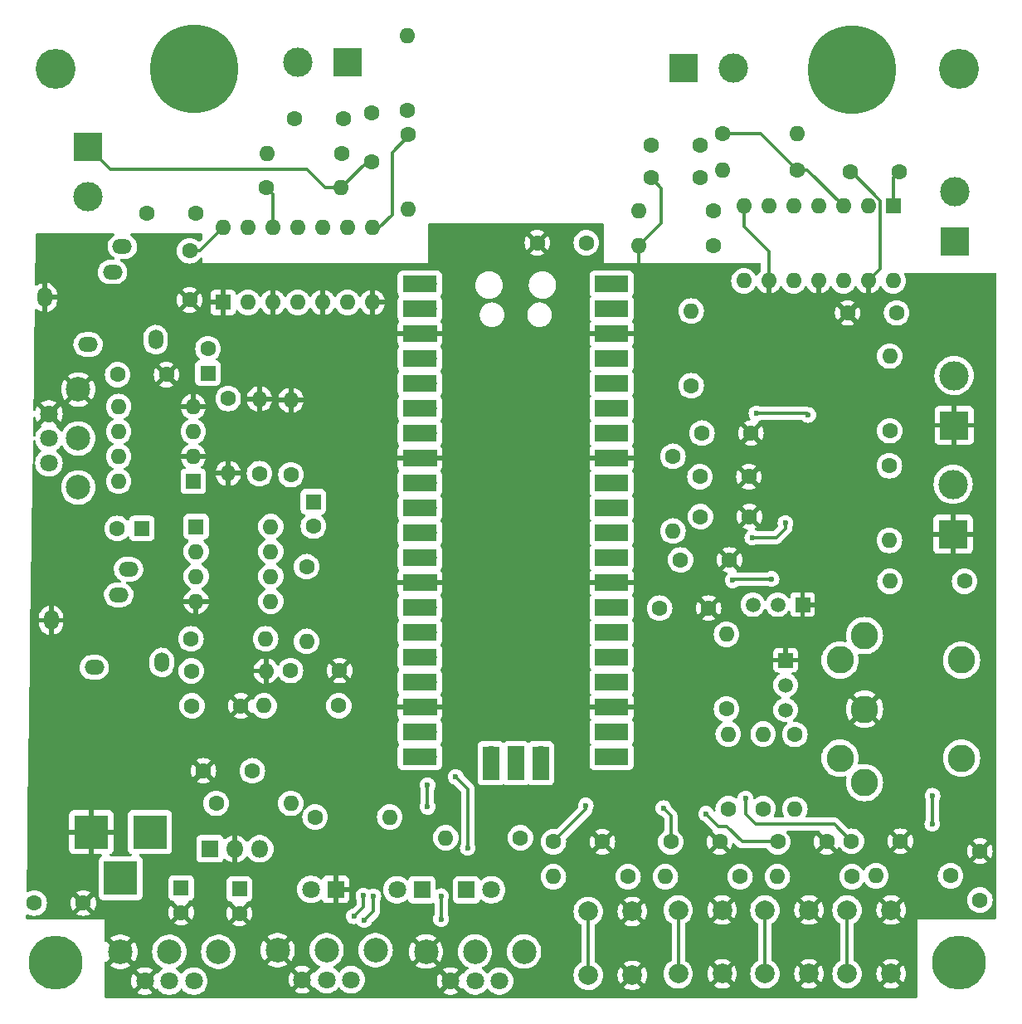
<source format=gbr>
%TF.GenerationSoftware,KiCad,Pcbnew,7.0.11+dfsg-1build4*%
%TF.CreationDate,2025-01-10T21:05:51-06:00*%
%TF.ProjectId,MCTheremin,4d435468-6572-4656-9d69-6e2e6b696361,rev?*%
%TF.SameCoordinates,Original*%
%TF.FileFunction,Copper,L1,Top*%
%TF.FilePolarity,Positive*%
%FSLAX46Y46*%
G04 Gerber Fmt 4.6, Leading zero omitted, Abs format (unit mm)*
G04 Created by KiCad (PCBNEW 7.0.11+dfsg-1build4) date 2025-01-10 21:05:51*
%MOMM*%
%LPD*%
G01*
G04 APERTURE LIST*
%TA.AperFunction,ComponentPad*%
%ADD10C,1.600000*%
%TD*%
%TA.AperFunction,ComponentPad*%
%ADD11O,1.600000X1.600000*%
%TD*%
%TA.AperFunction,ComponentPad*%
%ADD12C,3.000000*%
%TD*%
%TA.AperFunction,ComponentPad*%
%ADD13R,3.000000X3.000000*%
%TD*%
%TA.AperFunction,ComponentPad*%
%ADD14R,1.600000X1.600000*%
%TD*%
%TA.AperFunction,ComponentPad*%
%ADD15R,3.500000X3.500000*%
%TD*%
%TA.AperFunction,ComponentPad*%
%ADD16C,9.000000*%
%TD*%
%TA.AperFunction,ComponentPad*%
%ADD17C,4.064000*%
%TD*%
%TA.AperFunction,ComponentPad*%
%ADD18C,5.500000*%
%TD*%
%TA.AperFunction,ComponentPad*%
%ADD19R,1.500000X1.500000*%
%TD*%
%TA.AperFunction,ComponentPad*%
%ADD20C,1.500000*%
%TD*%
%TA.AperFunction,ComponentPad*%
%ADD21C,1.800000*%
%TD*%
%TA.AperFunction,ComponentPad*%
%ADD22C,2.500000*%
%TD*%
%TA.AperFunction,ComponentPad*%
%ADD23C,2.000000*%
%TD*%
%TA.AperFunction,ComponentPad*%
%ADD24R,1.800000X1.800000*%
%TD*%
%TA.AperFunction,ComponentPad*%
%ADD25O,1.800000X1.800000*%
%TD*%
%TA.AperFunction,ComponentPad*%
%ADD26O,1.500000X2.000000*%
%TD*%
%TA.AperFunction,ComponentPad*%
%ADD27O,2.000000X1.500000*%
%TD*%
%TA.AperFunction,ComponentPad*%
%ADD28C,2.800000*%
%TD*%
%TA.AperFunction,ComponentPad*%
%ADD29O,1.700000X1.700000*%
%TD*%
%TA.AperFunction,SMDPad,CuDef*%
%ADD30R,3.500000X1.700000*%
%TD*%
%TA.AperFunction,ComponentPad*%
%ADD31R,1.700000X1.700000*%
%TD*%
%TA.AperFunction,SMDPad,CuDef*%
%ADD32R,1.700000X3.500000*%
%TD*%
%TA.AperFunction,ViaPad*%
%ADD33C,0.600000*%
%TD*%
%TA.AperFunction,Conductor*%
%ADD34C,0.350000*%
%TD*%
%TA.AperFunction,Conductor*%
%ADD35C,0.500000*%
%TD*%
G04 APERTURE END LIST*
D10*
%TO.P,R13,1*%
%TO.N,+5V*%
X101030000Y-133313000D03*
D11*
%TO.P,R13,2*%
%TO.N,Net-(D3-A)*%
X93410000Y-133313000D03*
%TD*%
D10*
%TO.P,R12,1*%
%TO.N,+5V*%
X80070000Y-131203000D03*
D11*
%TO.P,R12,2*%
%TO.N,Net-(D2-A)*%
X87690000Y-131203000D03*
%TD*%
D10*
%TO.P,R5,1*%
%TO.N,+5V*%
X69980000Y-129803000D03*
D11*
%TO.P,R5,2*%
%TO.N,Net-(D1-A)*%
X77600000Y-129803000D03*
%TD*%
D12*
%TO.P,J10,2,Pin_2*%
%TO.N,Net-(J10-Pin_2)*%
X145330000Y-67393000D03*
D13*
%TO.P,J10,1,Pin_1*%
%TO.N,Net-(J10-Pin_1)*%
X145330000Y-72473000D03*
%TD*%
%TO.P,J13,1,Pin_1*%
%TO.N,Net-(J13-Pin_1)*%
X56896000Y-62865000D03*
D12*
%TO.P,J13,2,Pin_2*%
%TO.N,Net-(J13-Pin_2)*%
X56896000Y-67945000D03*
%TD*%
D13*
%TO.P,J5,1,Pin_1*%
%TO.N,Net-(J10-Pin_2)*%
X117683280Y-54762400D03*
D12*
%TO.P,J5,2,Pin_2*%
X122763280Y-54762400D03*
%TD*%
D10*
%TO.P,C1,1*%
%TO.N,PITCH*%
X119400000Y-100543000D03*
%TO.P,C1,2*%
%TO.N,GND*%
X124400000Y-100543000D03*
%TD*%
%TO.P,C3,1*%
%TO.N,SENS*%
X119350000Y-96473000D03*
%TO.P,C3,2*%
%TO.N,GND*%
X124350000Y-96473000D03*
%TD*%
D14*
%TO.P,C5,1*%
%TO.N,+9V*%
X66400000Y-138433000D03*
D10*
%TO.P,C5,2*%
%TO.N,GND*%
X66400000Y-140933000D03*
%TD*%
D14*
%TO.P,C6,1*%
%TO.N,Net-(U5A--)*%
X62380000Y-101753000D03*
D10*
%TO.P,C6,2*%
%TO.N,Net-(C6-Pad2)*%
X59880000Y-101753000D03*
%TD*%
%TO.P,C8,2*%
%TO.N,Net-(J10-Pin_2)*%
X114380000Y-62643000D03*
%TO.P,C8,1*%
%TO.N,Net-(C23-Pad1)*%
X119380000Y-62643000D03*
%TD*%
%TO.P,C9,1*%
%TO.N,Net-(C24-Pad1)*%
X67870000Y-69593000D03*
%TO.P,C9,2*%
%TO.N,Net-(J13-Pin_2)*%
X62870000Y-69593000D03*
%TD*%
D14*
%TO.P,C10,1*%
%TO.N,+5V*%
X72350000Y-138533000D03*
D10*
%TO.P,C10,2*%
%TO.N,GND*%
X72350000Y-141033000D03*
%TD*%
%TO.P,C11,1*%
%TO.N,VOLUME*%
X119560000Y-92023000D03*
%TO.P,C11,2*%
%TO.N,GND*%
X124560000Y-92023000D03*
%TD*%
D14*
%TO.P,C12,1*%
%TO.N,Net-(C12-Pad1)*%
X69140000Y-85913000D03*
D10*
%TO.P,C12,2*%
%TO.N,Net-(C12-Pad2)*%
X69140000Y-83413000D03*
%TD*%
D14*
%TO.P,C13,1*%
%TO.N,Net-(U5B--)*%
X79900000Y-99023000D03*
D10*
%TO.P,C13,2*%
%TO.N,Net-(C13-Pad2)*%
X79900000Y-101523000D03*
%TD*%
%TO.P,C14,1*%
%TO.N,BUTTON1*%
X104394000Y-133731000D03*
%TO.P,C14,2*%
%TO.N,GND*%
X109394000Y-133731000D03*
%TD*%
%TO.P,C15,1*%
%TO.N,BUTTON2*%
X116372000Y-133731000D03*
%TO.P,C15,2*%
%TO.N,GND*%
X121372000Y-133731000D03*
%TD*%
%TO.P,C17,1*%
%TO.N,+5V*%
X67260000Y-73433000D03*
%TO.P,C17,2*%
%TO.N,GND*%
X67260000Y-78433000D03*
%TD*%
%TO.P,C18,1*%
%TO.N,+5V*%
X107750000Y-72603000D03*
%TO.P,C18,2*%
%TO.N,GND*%
X102750000Y-72603000D03*
%TD*%
D15*
%TO.P,J1,3*%
%TO.N,unconnected-(J1-Pad3)*%
X60230000Y-137433000D03*
%TO.P,J1,2*%
%TO.N,GND*%
X57230000Y-132733000D03*
%TO.P,J1,1*%
%TO.N,+9V*%
X63230000Y-132733000D03*
%TD*%
D16*
%TO.P,J7,1,Pin_1*%
%TO.N,Net-(J13-Pin_2)*%
X67741800Y-54825900D03*
%TD*%
%TO.P,J8,1,Pin_1*%
%TO.N,Net-(J10-Pin_2)*%
X134874000Y-54991000D03*
%TD*%
D17*
%TO.P,J11,1,Pin_1*%
%TO.N,unconnected-(J11-Pin_1-Pad1)*%
X53594000Y-54864000D03*
%TD*%
%TO.P,J12,1,Pin_1*%
%TO.N,unconnected-(J12-Pin_1-Pad1)*%
X145796000Y-54864000D03*
%TD*%
D18*
%TO.P,J14,1,Pin_1*%
%TO.N,Net-(J14-Pin_1)*%
X145796000Y-146050000D03*
%TD*%
%TO.P,J15,1,Pin_1*%
%TO.N,Net-(J15-Pin_1)*%
X53594000Y-146050000D03*
%TD*%
D19*
%TO.P,Q3,1,E*%
%TO.N,GND*%
X128090000Y-115193000D03*
D20*
%TO.P,Q3,2,B*%
%TO.N,Net-(Q3-B)*%
X128090000Y-117733000D03*
%TO.P,Q3,3,C*%
%TO.N,Net-(Q3-C)*%
X128090000Y-120273000D03*
%TD*%
D10*
%TO.P,R2,1*%
%TO.N,Net-(R2-Pad1)*%
X82810000Y-63483000D03*
D11*
%TO.P,R2,2*%
%TO.N,Net-(C24-Pad1)*%
X75190000Y-63483000D03*
%TD*%
D10*
%TO.P,R6,1*%
%TO.N,Net-(C12-Pad2)*%
X71200000Y-88498000D03*
D11*
%TO.P,R6,2*%
%TO.N,GND*%
X71200000Y-96118000D03*
%TD*%
D10*
%TO.P,R7,1*%
%TO.N,Net-(R2-Pad1)*%
X75110000Y-66993000D03*
D11*
%TO.P,R7,2*%
%TO.N,Net-(J13-Pin_1)*%
X82730000Y-66993000D03*
%TD*%
D10*
%TO.P,R8,1*%
%TO.N,Net-(R1-Pad1)*%
X129310000Y-65183000D03*
D11*
%TO.P,R8,2*%
%TO.N,Net-(J10-Pin_1)*%
X121690000Y-65183000D03*
%TD*%
D10*
%TO.P,R9,1*%
%TO.N,+3V3*%
X112014000Y-137287000D03*
D11*
%TO.P,R9,2*%
%TO.N,BUTTON1*%
X104394000Y-137287000D03*
%TD*%
D10*
%TO.P,R11,1*%
%TO.N,+3V3*%
X123444000Y-137287000D03*
D11*
%TO.P,R11,2*%
%TO.N,BUTTON2*%
X115824000Y-137287000D03*
%TD*%
D10*
%TO.P,R14,1*%
%TO.N,Net-(Q1-B)*%
X122060000Y-120173000D03*
D11*
%TO.P,R14,2*%
%TO.N,MIDIOUT*%
X122060000Y-112553000D03*
%TD*%
D10*
%TO.P,R16,1*%
%TO.N,+5V*%
X122240000Y-130353000D03*
D11*
%TO.P,R16,2*%
%TO.N,Net-(Q1-C)*%
X122240000Y-122733000D03*
%TD*%
D10*
%TO.P,R18,1*%
%TO.N,Net-(Q3-C)*%
X129040000Y-122773000D03*
D11*
%TO.P,R18,2*%
%TO.N,+5V*%
X129040000Y-130393000D03*
%TD*%
D10*
%TO.P,R19,1*%
%TO.N,+5V*%
X146360000Y-107143000D03*
D11*
%TO.P,R19,2*%
%TO.N,Net-(J21-Pad4)*%
X138740000Y-107143000D03*
%TD*%
D21*
%TO.P,RV1,1,1*%
%TO.N,+3V3*%
X98900000Y-147923000D03*
D22*
X101400000Y-144923000D03*
%TO.P,RV1,2,2*%
%TO.N,PITCH*%
X96400000Y-144923000D03*
D21*
X96400000Y-147923000D03*
D22*
%TO.P,RV1,3,3*%
%TO.N,GND*%
X91400000Y-144923000D03*
D21*
X93900000Y-147923000D03*
%TD*%
%TO.P,RV2,1,1*%
%TO.N,+3V3*%
X83750000Y-147793000D03*
D22*
X86250000Y-144793000D03*
%TO.P,RV2,2,2*%
%TO.N,SENS*%
X81250000Y-144793000D03*
D21*
X81250000Y-147793000D03*
D22*
%TO.P,RV2,3,3*%
%TO.N,GND*%
X76250000Y-144793000D03*
D21*
X78750000Y-147793000D03*
%TD*%
%TO.P,RV4,1,1*%
%TO.N,+3V3*%
X67690000Y-147943000D03*
D22*
X70190000Y-144943000D03*
%TO.P,RV4,2,2*%
%TO.N,VOLUME*%
X65190000Y-144943000D03*
D21*
X65190000Y-147943000D03*
D22*
%TO.P,RV4,3,3*%
%TO.N,GND*%
X60190000Y-144943000D03*
D21*
X62690000Y-147943000D03*
%TD*%
D23*
%TO.P,SW1,1,1*%
%TO.N,GND*%
X112450000Y-140843000D03*
X112450000Y-147343000D03*
%TO.P,SW1,2,2*%
%TO.N,BUTTON1*%
X107950000Y-140843000D03*
X107950000Y-147343000D03*
%TD*%
%TO.P,SW2,1,1*%
%TO.N,GND*%
X121630000Y-140693000D03*
X121630000Y-147193000D03*
%TO.P,SW2,2,2*%
%TO.N,BUTTON2*%
X117130000Y-140693000D03*
X117130000Y-147193000D03*
%TD*%
D14*
%TO.P,U1,1*%
%TO.N,GND*%
X70688200Y-78689200D03*
D11*
%TO.P,U1,2*%
%TO.N,unconnected-(U1-Pad2)*%
X73228200Y-78689200D03*
%TO.P,U1,3*%
%TO.N,GND*%
X75768200Y-78689200D03*
%TO.P,U1,4*%
%TO.N,unconnected-(U1-Pad4)*%
X78308200Y-78689200D03*
%TO.P,U1,5*%
%TO.N,GND*%
X80848200Y-78689200D03*
%TO.P,U1,6*%
%TO.N,unconnected-(U1-Pad6)*%
X83388200Y-78689200D03*
%TO.P,U1,7,GND*%
%TO.N,GND*%
X85928200Y-78689200D03*
%TO.P,U1,8*%
%TO.N,Net-(R22-Pad1)*%
X85928200Y-71069200D03*
%TO.P,U1,9*%
%TO.N,Net-(U1-Pad10)*%
X83388200Y-71069200D03*
%TO.P,U1,10*%
X80848200Y-71069200D03*
%TO.P,U1,11*%
%TO.N,Net-(R2-Pad1)*%
X78308200Y-71069200D03*
%TO.P,U1,12*%
X75768200Y-71069200D03*
%TO.P,U1,13*%
%TO.N,Net-(C24-Pad1)*%
X73228200Y-71069200D03*
%TO.P,U1,14,VCC*%
%TO.N,+5V*%
X70688200Y-71069200D03*
%TD*%
D24*
%TO.P,U3,1,VI*%
%TO.N,+9V*%
X69350000Y-134443000D03*
D25*
%TO.P,U3,2,GND*%
%TO.N,GND*%
X71890000Y-134443000D03*
%TO.P,U3,3,VO*%
%TO.N,+5V*%
X74430000Y-134443000D03*
%TD*%
D14*
%TO.P,U4,1*%
%TO.N,unconnected-(U4-Pad1)*%
X67640000Y-96933000D03*
D11*
%TO.P,U4,2,-*%
%TO.N,GND*%
X67640000Y-94393000D03*
%TO.P,U4,3,+*%
%TO.N,Net-(U4-+)*%
X67640000Y-91853000D03*
%TO.P,U4,4,Gnd*%
%TO.N,GND*%
X67640000Y-89313000D03*
%TO.P,U4,5*%
%TO.N,Net-(C12-Pad1)*%
X60020000Y-89313000D03*
%TO.P,U4,6,V+*%
%TO.N,+9V*%
X60020000Y-91853000D03*
%TO.P,U4,7*%
%TO.N,unconnected-(U4-Pad7)*%
X60020000Y-94393000D03*
%TO.P,U4,8*%
%TO.N,unconnected-(U4-Pad8)*%
X60020000Y-96933000D03*
%TD*%
D14*
%TO.P,U5,1*%
%TO.N,Net-(U5A--)*%
X67930000Y-101563000D03*
D11*
%TO.P,U5,2,-*%
X67930000Y-104103000D03*
%TO.P,U5,3,+*%
%TO.N,Net-(U5A-+)*%
X67930000Y-106643000D03*
%TO.P,U5,4,V-*%
%TO.N,GND*%
X67930000Y-109183000D03*
%TO.P,U5,5,+*%
%TO.N,Net-(U5A--)*%
X75550000Y-109183000D03*
%TO.P,U5,6,-*%
%TO.N,Net-(U5B--)*%
X75550000Y-106643000D03*
%TO.P,U5,7*%
X75550000Y-104103000D03*
%TO.P,U5,8,V+*%
%TO.N,+9V*%
X75550000Y-101563000D03*
%TD*%
D10*
%TO.P,R20,1*%
%TO.N,Net-(R20-Pad1)*%
X120740000Y-69353000D03*
D11*
%TO.P,R20,2*%
%TO.N,PITCHSIG*%
X113120000Y-69353000D03*
%TD*%
D10*
%TO.P,R21,1*%
%TO.N,PITCHSIG*%
X120740000Y-72863000D03*
D11*
%TO.P,R21,2*%
%TO.N,GND*%
X113120000Y-72863000D03*
%TD*%
D10*
%TO.P,R22,1*%
%TO.N,Net-(R22-Pad1)*%
X89560000Y-61583000D03*
D11*
%TO.P,R22,2*%
%TO.N,VOLSIG*%
X89560000Y-69203000D03*
%TD*%
D10*
%TO.P,R23,1*%
%TO.N,VOLSIG*%
X89500000Y-59073000D03*
D11*
%TO.P,R23,2*%
%TO.N,GND*%
X89500000Y-51453000D03*
%TD*%
D13*
%TO.P,J6,1,Pin_1*%
%TO.N,Net-(J13-Pin_2)*%
X83370000Y-54203000D03*
D12*
%TO.P,J6,2,Pin_2*%
X78290000Y-54203000D03*
%TD*%
D21*
%TO.P,RV5,1,1*%
%TO.N,Net-(C6-Pad2)*%
X52900000Y-95073000D03*
D22*
X55900000Y-97573000D03*
%TO.P,RV5,2,2*%
%TO.N,Net-(U4-+)*%
X55900000Y-92573000D03*
D21*
X52900000Y-92573000D03*
D22*
%TO.P,RV5,3,3*%
%TO.N,GND*%
X55900000Y-87573000D03*
D21*
X52900000Y-90073000D03*
%TD*%
D14*
%TO.P,U6,1*%
%TO.N,Net-(C23-Pad1)*%
X139080000Y-68873000D03*
D11*
%TO.P,U6,2*%
%TO.N,Net-(R1-Pad1)*%
X136540000Y-68873000D03*
%TO.P,U6,3*%
X134000000Y-68873000D03*
%TO.P,U6,4*%
%TO.N,Net-(U6-Pad4)*%
X131460000Y-68873000D03*
%TO.P,U6,5*%
X128920000Y-68873000D03*
%TO.P,U6,6*%
%TO.N,Net-(R20-Pad1)*%
X126380000Y-68873000D03*
%TO.P,U6,7,GND*%
%TO.N,GND*%
X123840000Y-68873000D03*
%TO.P,U6,8*%
%TO.N,unconnected-(U6-Pad8)*%
X123840000Y-76493000D03*
%TO.P,U6,9*%
%TO.N,GND*%
X126380000Y-76493000D03*
%TO.P,U6,10*%
%TO.N,unconnected-(U6-Pad10)*%
X128920000Y-76493000D03*
%TO.P,U6,11*%
%TO.N,GND*%
X131460000Y-76493000D03*
%TO.P,U6,12*%
%TO.N,unconnected-(U6-Pad12)*%
X134000000Y-76493000D03*
%TO.P,U6,13*%
%TO.N,GND*%
X136540000Y-76493000D03*
%TO.P,U6,14,VCC*%
%TO.N,+5V*%
X139080000Y-76493000D03*
%TD*%
D10*
%TO.P,C20,1*%
%TO.N,+5V*%
X139430000Y-79763000D03*
%TO.P,C20,2*%
%TO.N,GND*%
X134430000Y-79763000D03*
%TD*%
%TO.P,C21,1*%
%TO.N,GND*%
X147930000Y-134673000D03*
%TO.P,C21,2*%
%TO.N,Net-(J14-Pin_1)*%
X147930000Y-139673000D03*
%TD*%
%TO.P,C22,1*%
%TO.N,GND*%
X56410000Y-139973000D03*
%TO.P,C22,2*%
%TO.N,Net-(J15-Pin_1)*%
X51410000Y-139973000D03*
%TD*%
%TO.P,C23,1*%
%TO.N,Net-(C23-Pad1)*%
X139660000Y-65373000D03*
%TO.P,C23,2*%
%TO.N,GND*%
X134660000Y-65373000D03*
%TD*%
%TO.P,C24,1*%
%TO.N,Net-(C24-Pad1)*%
X78000000Y-59923000D03*
%TO.P,C24,2*%
%TO.N,GND*%
X83000000Y-59923000D03*
%TD*%
%TO.P,C25,1*%
%TO.N,GND*%
X114360000Y-65983000D03*
%TO.P,C25,2*%
%TO.N,Net-(J10-Pin_1)*%
X119360000Y-65983000D03*
%TD*%
%TO.P,C26,1*%
%TO.N,GND*%
X85860000Y-59313000D03*
%TO.P,C26,2*%
%TO.N,Net-(J13-Pin_1)*%
X85860000Y-64313000D03*
%TD*%
%TO.P,R1,1*%
%TO.N,Net-(R1-Pad1)*%
X121630000Y-61443000D03*
D11*
%TO.P,R1,2*%
%TO.N,Net-(C23-Pad1)*%
X129250000Y-61443000D03*
%TD*%
D10*
%TO.P,C19,1*%
%TO.N,BUTTON3*%
X127294000Y-133731000D03*
%TO.P,C19,2*%
%TO.N,GND*%
X132294000Y-133731000D03*
%TD*%
%TO.P,R27,1*%
%TO.N,Net-(J3-PadS1)*%
X67440000Y-116293000D03*
D11*
%TO.P,R27,2*%
%TO.N,GND*%
X75060000Y-116293000D03*
%TD*%
D10*
%TO.P,C16,1*%
%TO.N,+5V*%
X73670000Y-126483000D03*
%TO.P,C16,2*%
%TO.N,GND*%
X68670000Y-126483000D03*
%TD*%
D24*
%TO.P,D3,1,K*%
%TO.N,LED2*%
X95530000Y-138633000D03*
D21*
%TO.P,D3,2,A*%
%TO.N,Net-(D3-A)*%
X98070000Y-138633000D03*
%TD*%
D23*
%TO.P,SW4,1,1*%
%TO.N,GND*%
X138866000Y-140693000D03*
X138866000Y-147193000D03*
%TO.P,SW4,2,2*%
%TO.N,BUTTON4*%
X134366000Y-140693000D03*
X134366000Y-147193000D03*
%TD*%
D24*
%TO.P,D1,1,K*%
%TO.N,GND*%
X82170000Y-138573000D03*
D21*
%TO.P,D1,2,A*%
%TO.N,Net-(D1-A)*%
X79630000Y-138573000D03*
%TD*%
D10*
%TO.P,R28,1*%
%TO.N,Net-(U5B--)*%
X77610000Y-96273000D03*
D11*
%TO.P,R28,2*%
%TO.N,GND*%
X77610000Y-88653000D03*
%TD*%
D10*
%TO.P,R33,1*%
%TO.N,+3V3*%
X138690000Y-95353000D03*
D11*
%TO.P,R33,2*%
%TO.N,Net-(J9-Pin_2)*%
X138690000Y-102973000D03*
%TD*%
D10*
%TO.P,C7,1*%
%TO.N,BUTTON4*%
X134810000Y-133663000D03*
%TO.P,C7,2*%
%TO.N,GND*%
X139810000Y-133663000D03*
%TD*%
D19*
%TO.P,Q1,1,E*%
%TO.N,GND*%
X129830000Y-109523000D03*
D20*
%TO.P,Q1,2,B*%
%TO.N,Net-(Q1-B)*%
X127290000Y-109523000D03*
%TO.P,Q1,3,C*%
%TO.N,Net-(Q1-C)*%
X124750000Y-109523000D03*
%TD*%
D10*
%TO.P,R3,1*%
%TO.N,SNDOUT*%
X79200000Y-105653000D03*
D11*
%TO.P,R3,2*%
%TO.N,Net-(C4-Pad1)*%
X79200000Y-113273000D03*
%TD*%
D26*
%TO.P,J3,G*%
%TO.N,GND*%
X53130000Y-111123000D03*
D27*
%TO.P,J3,S1*%
%TO.N,Net-(J3-PadS1)*%
X61030000Y-105923000D03*
%TO.P,J3,SN1*%
%TO.N,unconnected-(J3-PadSN1)*%
X60030000Y-108523000D03*
%TO.P,J3,T1*%
%TO.N,Net-(J3-PadS1)*%
X57530000Y-115923000D03*
D26*
%TO.P,J3,TN1*%
%TO.N,unconnected-(J3-PadTN1)*%
X64430000Y-115423000D03*
%TD*%
D10*
%TO.P,C2,1*%
%TO.N,Net-(J9-Pin_2)*%
X115230000Y-109883000D03*
%TO.P,C2,2*%
%TO.N,GND*%
X120230000Y-109883000D03*
%TD*%
%TO.P,R29,1*%
%TO.N,Net-(U5A--)*%
X74390000Y-96163000D03*
D11*
%TO.P,R29,2*%
%TO.N,GND*%
X74390000Y-88543000D03*
%TD*%
D28*
%TO.P,J21,1*%
%TO.N,unconnected-(J21-Pad1)*%
X136150000Y-112689000D03*
%TO.P,J21,2*%
%TO.N,GND*%
X136150000Y-120189000D03*
%TO.P,J21,3*%
%TO.N,unconnected-(J21-Pad3)*%
X136150000Y-127689000D03*
%TO.P,J21,4*%
%TO.N,Net-(J21-Pad4)*%
X133650000Y-115189000D03*
%TO.P,J21,5*%
%TO.N,Net-(Q3-C)*%
X133650000Y-125189000D03*
%TO.P,J21,G*%
%TO.N,N/C*%
X146050000Y-115189000D03*
X146050000Y-125189000D03*
%TD*%
D10*
%TO.P,R31,1*%
%TO.N,+3V3*%
X134874000Y-137287000D03*
D11*
%TO.P,R31,2*%
%TO.N,BUTTON3*%
X127254000Y-137287000D03*
%TD*%
D24*
%TO.P,D2,1,K*%
%TO.N,LED1*%
X90970000Y-138613000D03*
D21*
%TO.P,D2,2,A*%
%TO.N,Net-(D2-A)*%
X88430000Y-138613000D03*
%TD*%
D29*
%TO.P,U7,1,GPIO0*%
%TO.N,MIDIOUT*%
X91660000Y-76783000D03*
D30*
X90760000Y-76783000D03*
D29*
%TO.P,U7,2,GPIO1*%
%TO.N,unconnected-(U7-GPIO1-Pad2)*%
X91660000Y-79323000D03*
D30*
X90760000Y-79323000D03*
D31*
%TO.P,U7,3,GND*%
%TO.N,GND*%
X91660000Y-81863000D03*
D30*
X90760000Y-81863000D03*
D29*
%TO.P,U7,4,GPIO2*%
%TO.N,unconnected-(U7-GPIO2-Pad4)*%
X91660000Y-84403000D03*
D30*
X90760000Y-84403000D03*
D29*
%TO.P,U7,5,GPIO3*%
%TO.N,PITCHSIG*%
X91660000Y-86943000D03*
D30*
X90760000Y-86943000D03*
D29*
%TO.P,U7,6,GPIO4*%
%TO.N,unconnected-(U7-GPIO4-Pad6)*%
X91660000Y-89483000D03*
D30*
X90760000Y-89483000D03*
D29*
%TO.P,U7,7,GPIO5*%
%TO.N,VOLSIG*%
X91660000Y-92023000D03*
D30*
X90760000Y-92023000D03*
D31*
%TO.P,U7,8,GND*%
%TO.N,GND*%
X91660000Y-94563000D03*
D30*
X90760000Y-94563000D03*
D29*
%TO.P,U7,9,GPIO6*%
%TO.N,unconnected-(U7-GPIO6-Pad9)*%
X91660000Y-97103000D03*
D30*
X90760000Y-97103000D03*
D29*
%TO.P,U7,10,GPIO7*%
%TO.N,unconnected-(U7-GPIO7-Pad10)*%
X91660000Y-99643000D03*
D30*
X90760000Y-99643000D03*
D29*
%TO.P,U7,11,GPIO8*%
%TO.N,unconnected-(U7-GPIO8-Pad11)*%
X91660000Y-102183000D03*
D30*
X90760000Y-102183000D03*
D29*
%TO.P,U7,12,GPIO9*%
%TO.N,unconnected-(U7-GPIO9-Pad12)*%
X91660000Y-104723000D03*
D30*
X90760000Y-104723000D03*
D31*
%TO.P,U7,13,GND*%
%TO.N,GND*%
X91660000Y-107263000D03*
D30*
X90760000Y-107263000D03*
D29*
%TO.P,U7,14,GPIO10*%
%TO.N,SNDOUT*%
X91660000Y-109803000D03*
D30*
X90760000Y-109803000D03*
D29*
%TO.P,U7,15,GPIO11*%
%TO.N,unconnected-(U7-GPIO11-Pad15)*%
X91660000Y-112343000D03*
D30*
X90760000Y-112343000D03*
D29*
%TO.P,U7,16,GPIO12*%
%TO.N,unconnected-(U7-GPIO12-Pad16)*%
X91660000Y-114883000D03*
D30*
X90760000Y-114883000D03*
D29*
%TO.P,U7,17,GPIO13*%
%TO.N,unconnected-(U7-GPIO13-Pad17)*%
X91660000Y-117423000D03*
D30*
X90760000Y-117423000D03*
D31*
%TO.P,U7,18,GND*%
%TO.N,GND*%
X91660000Y-119963000D03*
D30*
X90760000Y-119963000D03*
D29*
%TO.P,U7,19,GPIO14*%
%TO.N,LED2*%
X91660000Y-122503000D03*
D30*
X90760000Y-122503000D03*
D29*
%TO.P,U7,20,GPIO15*%
%TO.N,LED1*%
X91660000Y-125043000D03*
D30*
X90760000Y-125043000D03*
D29*
%TO.P,U7,21,GPIO16*%
%TO.N,BUTTON1*%
X109440000Y-125043000D03*
D30*
X110340000Y-125043000D03*
D29*
%TO.P,U7,22,GPIO17*%
%TO.N,BUTTON2*%
X109440000Y-122503000D03*
D30*
X110340000Y-122503000D03*
D31*
%TO.P,U7,23,GND*%
%TO.N,GND*%
X109440000Y-119963000D03*
D30*
X110340000Y-119963000D03*
D29*
%TO.P,U7,24,GPIO18*%
%TO.N,BUTTON3*%
X109440000Y-117423000D03*
D30*
X110340000Y-117423000D03*
D29*
%TO.P,U7,25,GPIO19*%
%TO.N,BUTTON4*%
X109440000Y-114883000D03*
D30*
X110340000Y-114883000D03*
D29*
%TO.P,U7,26,GPIO20*%
%TO.N,unconnected-(U7-GPIO20-Pad26)*%
X109440000Y-112343000D03*
D30*
X110340000Y-112343000D03*
D29*
%TO.P,U7,27,GPIO21*%
%TO.N,Net-(J9-Pin_2)*%
X109440000Y-109803000D03*
D30*
X110340000Y-109803000D03*
D31*
%TO.P,U7,28,GND*%
%TO.N,GND*%
X109440000Y-107263000D03*
D30*
X110340000Y-107263000D03*
D29*
%TO.P,U7,29,GPIO22*%
%TO.N,Net-(J2-Pin_2)*%
X109440000Y-104723000D03*
D30*
X110340000Y-104723000D03*
D29*
%TO.P,U7,30,RUN*%
%TO.N,Net-(U7-RUN)*%
X109440000Y-102183000D03*
D30*
X110340000Y-102183000D03*
D29*
%TO.P,U7,31,GPIO26_ADC0*%
%TO.N,PITCH*%
X109440000Y-99643000D03*
D30*
X110340000Y-99643000D03*
D29*
%TO.P,U7,32,GPIO27_ADC1*%
%TO.N,SENS*%
X109440000Y-97103000D03*
D30*
X110340000Y-97103000D03*
D31*
%TO.P,U7,33,AGND*%
%TO.N,GND*%
X109440000Y-94563000D03*
D30*
X110340000Y-94563000D03*
D29*
%TO.P,U7,34,GPIO28_ADC2*%
%TO.N,VOLUME*%
X109440000Y-92023000D03*
D30*
X110340000Y-92023000D03*
D29*
%TO.P,U7,35,ADC_VREF*%
%TO.N,unconnected-(U7-ADC_VREF-Pad35)*%
X109440000Y-89483000D03*
D30*
X110340000Y-89483000D03*
D29*
%TO.P,U7,36,3V3*%
%TO.N,+3V3*%
X109440000Y-86943000D03*
D30*
X110340000Y-86943000D03*
D29*
%TO.P,U7,37,3V3_EN*%
%TO.N,Net-(U7-3V3_EN)*%
X109440000Y-84403000D03*
D30*
X110340000Y-84403000D03*
D31*
%TO.P,U7,38,GND*%
%TO.N,GND*%
X109440000Y-81863000D03*
D30*
X110340000Y-81863000D03*
D29*
%TO.P,U7,39,VSYS*%
%TO.N,Net-(U7-VSYS)*%
X109440000Y-79323000D03*
D30*
X110340000Y-79323000D03*
D29*
%TO.P,U7,40,VBUS*%
%TO.N,+5V*%
X109440000Y-76783000D03*
D30*
X110340000Y-76783000D03*
D29*
%TO.P,U7,41,SWCLK*%
%TO.N,unconnected-(U7-SWCLK-Pad41)*%
X98010000Y-124813000D03*
D32*
X98010000Y-125713000D03*
D31*
%TO.P,U7,42,GND*%
%TO.N,unconnected-(U7-GND-Pad42)*%
X100550000Y-124813000D03*
D32*
X100550000Y-125713000D03*
D29*
%TO.P,U7,43,SWDIO*%
%TO.N,unconnected-(U7-SWDIO-Pad43)*%
X103090000Y-124813000D03*
D32*
X103090000Y-125713000D03*
%TD*%
D10*
%TO.P,C28,1*%
%TO.N,Net-(J2-Pin_2)*%
X117370000Y-104963000D03*
%TO.P,C28,2*%
%TO.N,GND*%
X122370000Y-104963000D03*
%TD*%
%TO.P,R34,1*%
%TO.N,+3V3*%
X138720000Y-91783000D03*
D11*
%TO.P,R34,2*%
%TO.N,Net-(J2-Pin_2)*%
X138720000Y-84163000D03*
%TD*%
D10*
%TO.P,C27,1*%
%TO.N,Net-(U5A-+)*%
X67500000Y-119853000D03*
%TO.P,C27,2*%
%TO.N,GND*%
X72500000Y-119853000D03*
%TD*%
%TO.P,R32,1*%
%TO.N,+3V3*%
X144930000Y-137193000D03*
D11*
%TO.P,R32,2*%
%TO.N,BUTTON4*%
X137310000Y-137193000D03*
%TD*%
D10*
%TO.P,R24,1*%
%TO.N,Net-(U7-3V3_EN)*%
X118460000Y-87183000D03*
D11*
%TO.P,R24,2*%
%TO.N,Net-(U7-VSYS)*%
X118460000Y-79563000D03*
%TD*%
D26*
%TO.P,J4,G*%
%TO.N,GND*%
X52500000Y-78183000D03*
D27*
%TO.P,J4,S1*%
%TO.N,Net-(C12-Pad2)*%
X60400000Y-72983000D03*
%TO.P,J4,SN1*%
%TO.N,unconnected-(J4-PadSN1)*%
X59400000Y-75583000D03*
%TO.P,J4,T1*%
%TO.N,Net-(C12-Pad2)*%
X56900000Y-82983000D03*
D26*
%TO.P,J4,TN1*%
%TO.N,unconnected-(J4-PadTN1)*%
X63800000Y-82483000D03*
%TD*%
D10*
%TO.P,R30,1*%
%TO.N,Net-(Q1-C)*%
X125800000Y-130353000D03*
D11*
%TO.P,R30,2*%
%TO.N,Net-(Q3-B)*%
X125800000Y-122733000D03*
%TD*%
D13*
%TO.P,J2,1,Pin_1*%
%TO.N,GND*%
X145290000Y-91233000D03*
D12*
%TO.P,J2,2,Pin_2*%
%TO.N,Net-(J2-Pin_2)*%
X145290000Y-86153000D03*
%TD*%
D10*
%TO.P,R26,1*%
%TO.N,+3V3*%
X116600000Y-94393000D03*
D11*
%TO.P,R26,2*%
%TO.N,Net-(U7-RUN)*%
X116600000Y-102013000D03*
%TD*%
D10*
%TO.P,R4,1*%
%TO.N,Net-(C4-Pad1)*%
X82490000Y-119843000D03*
D11*
%TO.P,R4,2*%
%TO.N,Net-(U5A-+)*%
X74870000Y-119843000D03*
%TD*%
D10*
%TO.P,C29,1*%
%TO.N,+9V*%
X59910000Y-86063000D03*
%TO.P,C29,2*%
%TO.N,GND*%
X64910000Y-86063000D03*
%TD*%
%TO.P,R25,1*%
%TO.N,Net-(J3-PadS1)*%
X67410000Y-113013000D03*
D11*
%TO.P,R25,2*%
%TO.N,Net-(C13-Pad2)*%
X75030000Y-113013000D03*
%TD*%
D10*
%TO.P,C4,1*%
%TO.N,Net-(C4-Pad1)*%
X77570000Y-116253000D03*
%TO.P,C4,2*%
%TO.N,GND*%
X82570000Y-116253000D03*
%TD*%
D23*
%TO.P,SW3,1,1*%
%TO.N,GND*%
X130484000Y-140693000D03*
X130484000Y-147193000D03*
%TO.P,SW3,2,2*%
%TO.N,BUTTON3*%
X125984000Y-140693000D03*
X125984000Y-147193000D03*
%TD*%
D13*
%TO.P,J9,1,Pin_1*%
%TO.N,GND*%
X145190000Y-102333000D03*
D12*
%TO.P,J9,2,Pin_2*%
%TO.N,Net-(J9-Pin_2)*%
X145190000Y-97253000D03*
%TD*%
D33*
%TO.N,SENS*%
X86030000Y-139293000D03*
X85080000Y-141723000D03*
%TO.N,VOLUME*%
X84030000Y-141323000D03*
X85000000Y-139233000D03*
%TO.N,BUTTON1*%
X107700000Y-130023000D03*
%TO.N,BUTTON2*%
X115610000Y-130293000D03*
%TO.N,LED1*%
X91550000Y-130153000D03*
X91550000Y-127963000D03*
%TO.N,LED2*%
X94420000Y-127093000D03*
X95650000Y-134353000D03*
%TO.N,+3V3*%
X125110000Y-90033000D03*
X143070000Y-131883000D03*
X143090000Y-129023000D03*
X130410000Y-90173000D03*
%TO.N,PITCH*%
X92930000Y-141613000D03*
X92930000Y-139273000D03*
%TO.N,BUTTON3*%
X119970000Y-130873000D03*
%TO.N,BUTTON4*%
X124000000Y-129293000D03*
%TO.N,Net-(J2-Pin_2)*%
X124700000Y-102673000D03*
X128080000Y-101213000D03*
%TO.N,Net-(J9-Pin_2)*%
X126660000Y-106913000D03*
X122680000Y-107043000D03*
%TD*%
D34*
%TO.N,Net-(C23-Pad1)*%
X139080000Y-68873000D02*
X139080000Y-65953000D01*
X139080000Y-65953000D02*
X139660000Y-65373000D01*
%TO.N,GND*%
X136540000Y-76493000D02*
X137780000Y-75253000D01*
X137780000Y-75253000D02*
X137780000Y-68313000D01*
X137780000Y-68313000D02*
X134840000Y-65373000D01*
X134840000Y-65373000D02*
X134660000Y-65373000D01*
X126380000Y-76493000D02*
X126380000Y-73523000D01*
X126380000Y-73523000D02*
X123840000Y-70983000D01*
X123840000Y-70983000D02*
X123840000Y-68873000D01*
%TO.N,Net-(R1-Pad1)*%
X121630000Y-61443000D02*
X125570000Y-61443000D01*
X125570000Y-61443000D02*
X129310000Y-65183000D01*
X134000000Y-68873000D02*
X130310000Y-65183000D01*
X130310000Y-65183000D02*
X129310000Y-65183000D01*
%TO.N,GND*%
X114360000Y-65983000D02*
X115410000Y-67033000D01*
X115410000Y-67033000D02*
X115410000Y-70573000D01*
X115410000Y-70573000D02*
X113120000Y-72863000D01*
X115670000Y-76183000D02*
X115710000Y-76223000D01*
X114510000Y-76183000D02*
X115670000Y-76183000D01*
X113120000Y-72863000D02*
X113120000Y-74793000D01*
X113120000Y-74793000D02*
X114510000Y-76183000D01*
D35*
X104000000Y-71353000D02*
X102750000Y-72603000D01*
D34*
%TO.N,Net-(J13-Pin_1)*%
X81090000Y-66993000D02*
X79248000Y-65151000D01*
X82730000Y-66993000D02*
X81090000Y-66993000D01*
X79248000Y-65151000D02*
X59182000Y-65151000D01*
X59182000Y-65151000D02*
X56896000Y-62865000D01*
%TO.N,Net-(R2-Pad1)*%
X75768200Y-71069200D02*
X75768200Y-67651200D01*
X75768200Y-67651200D02*
X75110000Y-66993000D01*
%TO.N,Net-(J13-Pin_1)*%
X82730000Y-66993000D02*
X85410000Y-64313000D01*
X85410000Y-64313000D02*
X85860000Y-64313000D01*
%TO.N,SENS*%
X86030000Y-140773000D02*
X85080000Y-141723000D01*
X86030000Y-139293000D02*
X86030000Y-140773000D01*
%TO.N,+5V*%
X70688200Y-71069200D02*
X68324400Y-73433000D01*
X68324400Y-73433000D02*
X67260000Y-73433000D01*
%TO.N,VOLUME*%
X84030000Y-141323000D02*
X85000000Y-140353000D01*
X85000000Y-140353000D02*
X85000000Y-139233000D01*
%TO.N,BUTTON1*%
X104394000Y-133731000D02*
X107700000Y-130425000D01*
X107950000Y-140843000D02*
X107950000Y-147343000D01*
X107700000Y-130425000D02*
X107700000Y-130023000D01*
%TO.N,BUTTON2*%
X117130000Y-140693000D02*
X117130000Y-147193000D01*
X116372000Y-131055000D02*
X115610000Y-130293000D01*
X116372000Y-133731000D02*
X116372000Y-131055000D01*
%TO.N,LED1*%
X91550000Y-127963000D02*
X91550000Y-130153000D01*
%TO.N,LED2*%
X95650000Y-128323000D02*
X94420000Y-127093000D01*
X95650000Y-134353000D02*
X95650000Y-128323000D01*
%TO.N,+3V3*%
X143090000Y-129023000D02*
X143090000Y-131863000D01*
X130410000Y-90173000D02*
X130270000Y-90033000D01*
X143090000Y-131863000D02*
X143070000Y-131883000D01*
X130270000Y-90033000D02*
X125110000Y-90033000D01*
%TO.N,Net-(R22-Pad1)*%
X86603800Y-71069200D02*
X85928200Y-71069200D01*
X89560000Y-61583000D02*
X89560000Y-61763000D01*
X87940000Y-69733000D02*
X86603800Y-71069200D01*
X89560000Y-61763000D02*
X87940000Y-63383000D01*
X87940000Y-63383000D02*
X87940000Y-69733000D01*
%TO.N,PITCH*%
X92930000Y-141613000D02*
X92930000Y-139273000D01*
%TO.N,BUTTON3*%
X122090000Y-132143000D02*
X121240000Y-132143000D01*
X125984000Y-140693000D02*
X125984000Y-147193000D01*
X121240000Y-132143000D02*
X119970000Y-130873000D01*
X123678000Y-133731000D02*
X122090000Y-132143000D01*
X127294000Y-133731000D02*
X123678000Y-133731000D01*
%TO.N,BUTTON4*%
X134366000Y-140693000D02*
X134366000Y-147193000D01*
X124000000Y-130863000D02*
X125060000Y-131923000D01*
X124000000Y-130863000D02*
X124000000Y-129293000D01*
X134810000Y-133663000D02*
X133070000Y-131923000D01*
X125060000Y-131923000D02*
X133070000Y-131923000D01*
%TO.N,Net-(J2-Pin_2)*%
X124700000Y-102673000D02*
X127140000Y-102673000D01*
X128080000Y-101733000D02*
X128080000Y-101213000D01*
X127140000Y-102673000D02*
X128080000Y-101733000D01*
%TO.N,Net-(J9-Pin_2)*%
X122810000Y-106913000D02*
X122680000Y-107043000D01*
X126660000Y-106913000D02*
X122810000Y-106913000D01*
%TD*%
%TA.AperFunction,Conductor*%
%TO.N,GND*%
G36*
X109513039Y-70672685D02*
G01*
X109558794Y-70725489D01*
X109570000Y-70777000D01*
X109570000Y-74653000D01*
X125446000Y-74653000D01*
X125513039Y-74672685D01*
X125558794Y-74725489D01*
X125570000Y-74777000D01*
X125570000Y-75413160D01*
X125550315Y-75480199D01*
X125533681Y-75500841D01*
X125380342Y-75654179D01*
X125249867Y-75840515D01*
X125222657Y-75898867D01*
X125176484Y-75951306D01*
X125109290Y-75970457D01*
X125042409Y-75950241D01*
X124997893Y-75898865D01*
X124997604Y-75898246D01*
X124970568Y-75840266D01*
X124865817Y-75690664D01*
X124840045Y-75653858D01*
X124679141Y-75492954D01*
X124492734Y-75362432D01*
X124492732Y-75362431D01*
X124286497Y-75266261D01*
X124286488Y-75266258D01*
X124066697Y-75207366D01*
X124066693Y-75207365D01*
X124066692Y-75207365D01*
X124066691Y-75207364D01*
X124066686Y-75207364D01*
X123840002Y-75187532D01*
X123839998Y-75187532D01*
X123613313Y-75207364D01*
X123613302Y-75207366D01*
X123393511Y-75266258D01*
X123393502Y-75266261D01*
X123187267Y-75362431D01*
X123187265Y-75362432D01*
X123000858Y-75492954D01*
X122839954Y-75653858D01*
X122709432Y-75840265D01*
X122709431Y-75840267D01*
X122613261Y-76046502D01*
X122613258Y-76046511D01*
X122554366Y-76266302D01*
X122554364Y-76266313D01*
X122534532Y-76492998D01*
X122534532Y-76493001D01*
X122554364Y-76719686D01*
X122554366Y-76719697D01*
X122613258Y-76939488D01*
X122613261Y-76939497D01*
X122709431Y-77145732D01*
X122709432Y-77145734D01*
X122839954Y-77332141D01*
X123000858Y-77493045D01*
X123000861Y-77493047D01*
X123187266Y-77623568D01*
X123393504Y-77719739D01*
X123613308Y-77778635D01*
X123775230Y-77792801D01*
X123839998Y-77798468D01*
X123840000Y-77798468D01*
X123840002Y-77798468D01*
X123896673Y-77793509D01*
X124066692Y-77778635D01*
X124286496Y-77719739D01*
X124492734Y-77623568D01*
X124679139Y-77493047D01*
X124840047Y-77332139D01*
X124970568Y-77145734D01*
X124997895Y-77087129D01*
X125044064Y-77034695D01*
X125111257Y-77015542D01*
X125178139Y-77035757D01*
X125222657Y-77087133D01*
X125249865Y-77145482D01*
X125380342Y-77331820D01*
X125541179Y-77492657D01*
X125727517Y-77623134D01*
X125933673Y-77719265D01*
X125933682Y-77719269D01*
X126129999Y-77771872D01*
X126130000Y-77771871D01*
X126130000Y-76808686D01*
X126141955Y-76820641D01*
X126254852Y-76878165D01*
X126348519Y-76893000D01*
X126411481Y-76893000D01*
X126505148Y-76878165D01*
X126618045Y-76820641D01*
X126630000Y-76808686D01*
X126630000Y-77771872D01*
X126826317Y-77719269D01*
X126826326Y-77719265D01*
X127032482Y-77623134D01*
X127218820Y-77492657D01*
X127379657Y-77331820D01*
X127510132Y-77145484D01*
X127537341Y-77087134D01*
X127583513Y-77034695D01*
X127650707Y-77015542D01*
X127717588Y-77035757D01*
X127762105Y-77087132D01*
X127771490Y-77107258D01*
X127789431Y-77145732D01*
X127789432Y-77145734D01*
X127919954Y-77332141D01*
X128080858Y-77493045D01*
X128080861Y-77493047D01*
X128267266Y-77623568D01*
X128473504Y-77719739D01*
X128693308Y-77778635D01*
X128855230Y-77792801D01*
X128919998Y-77798468D01*
X128920000Y-77798468D01*
X128920002Y-77798468D01*
X128976673Y-77793509D01*
X129146692Y-77778635D01*
X129366496Y-77719739D01*
X129572734Y-77623568D01*
X129759139Y-77493047D01*
X129920047Y-77332139D01*
X130050568Y-77145734D01*
X130077895Y-77087129D01*
X130124064Y-77034695D01*
X130191257Y-77015542D01*
X130258139Y-77035757D01*
X130302657Y-77087133D01*
X130329865Y-77145482D01*
X130460342Y-77331820D01*
X130621179Y-77492657D01*
X130807517Y-77623134D01*
X131013673Y-77719265D01*
X131013682Y-77719269D01*
X131209999Y-77771872D01*
X131210000Y-77771871D01*
X131210000Y-76808686D01*
X131221955Y-76820641D01*
X131334852Y-76878165D01*
X131428519Y-76893000D01*
X131491481Y-76893000D01*
X131585148Y-76878165D01*
X131698045Y-76820641D01*
X131710000Y-76808686D01*
X131710000Y-77771872D01*
X131906317Y-77719269D01*
X131906326Y-77719265D01*
X132112482Y-77623134D01*
X132298820Y-77492657D01*
X132459657Y-77331820D01*
X132590132Y-77145484D01*
X132617341Y-77087134D01*
X132663513Y-77034695D01*
X132730707Y-77015542D01*
X132797588Y-77035757D01*
X132842105Y-77087132D01*
X132851490Y-77107258D01*
X132869431Y-77145732D01*
X132869432Y-77145734D01*
X132999954Y-77332141D01*
X133160858Y-77493045D01*
X133160861Y-77493047D01*
X133347266Y-77623568D01*
X133553504Y-77719739D01*
X133773308Y-77778635D01*
X133935230Y-77792801D01*
X133999998Y-77798468D01*
X134000000Y-77798468D01*
X134000002Y-77798468D01*
X134056673Y-77793509D01*
X134226692Y-77778635D01*
X134446496Y-77719739D01*
X134652734Y-77623568D01*
X134839139Y-77493047D01*
X135000047Y-77332139D01*
X135130568Y-77145734D01*
X135157895Y-77087129D01*
X135204064Y-77034695D01*
X135271257Y-77015542D01*
X135338139Y-77035757D01*
X135382657Y-77087133D01*
X135409865Y-77145482D01*
X135540342Y-77331820D01*
X135701179Y-77492657D01*
X135887517Y-77623134D01*
X136093673Y-77719265D01*
X136093682Y-77719269D01*
X136289999Y-77771872D01*
X136290000Y-77771871D01*
X136290000Y-76808686D01*
X136301955Y-76820641D01*
X136414852Y-76878165D01*
X136508519Y-76893000D01*
X136571481Y-76893000D01*
X136665148Y-76878165D01*
X136778045Y-76820641D01*
X136790000Y-76808686D01*
X136790000Y-77771872D01*
X136986317Y-77719269D01*
X136986326Y-77719265D01*
X137192482Y-77623134D01*
X137378820Y-77492657D01*
X137539657Y-77331820D01*
X137670132Y-77145484D01*
X137697341Y-77087134D01*
X137743513Y-77034695D01*
X137810707Y-77015542D01*
X137877588Y-77035757D01*
X137922105Y-77087132D01*
X137931490Y-77107258D01*
X137949431Y-77145732D01*
X137949432Y-77145734D01*
X138079954Y-77332141D01*
X138240858Y-77493045D01*
X138240861Y-77493047D01*
X138427266Y-77623568D01*
X138633504Y-77719739D01*
X138853308Y-77778635D01*
X139015230Y-77792801D01*
X139079998Y-77798468D01*
X139080000Y-77798468D01*
X139080002Y-77798468D01*
X139136673Y-77793509D01*
X139306692Y-77778635D01*
X139526496Y-77719739D01*
X139732734Y-77623568D01*
X139919139Y-77493047D01*
X140080047Y-77332139D01*
X140210568Y-77145734D01*
X140306739Y-76939496D01*
X140365635Y-76719692D01*
X140385468Y-76493000D01*
X140382291Y-76456692D01*
X140374444Y-76367000D01*
X140365635Y-76266308D01*
X140307635Y-76049847D01*
X140306741Y-76046511D01*
X140306738Y-76046502D01*
X140274330Y-75977003D01*
X140210568Y-75840266D01*
X140210566Y-75840263D01*
X140209836Y-75838998D01*
X140209683Y-75838370D01*
X140208280Y-75835360D01*
X140208885Y-75835077D01*
X140193365Y-75771098D01*
X140216218Y-75705071D01*
X140271140Y-75661882D01*
X140317224Y-75653000D01*
X149446000Y-75653000D01*
X149513039Y-75672685D01*
X149558794Y-75725489D01*
X149570000Y-75777000D01*
X149570000Y-141529000D01*
X149550315Y-141596039D01*
X149497511Y-141641794D01*
X149446000Y-141653000D01*
X141570000Y-141653000D01*
X141570000Y-149529000D01*
X141550315Y-149596039D01*
X141497511Y-149641794D01*
X141446000Y-149653000D01*
X58694000Y-149653000D01*
X58626961Y-149633315D01*
X58581206Y-149580511D01*
X58570000Y-149529000D01*
X58570000Y-147943005D01*
X61285202Y-147943005D01*
X61304361Y-148174218D01*
X61361317Y-148399135D01*
X61454515Y-148611606D01*
X61538812Y-148740633D01*
X62206922Y-148072523D01*
X62230507Y-148152844D01*
X62308239Y-148273798D01*
X62416900Y-148367952D01*
X62547685Y-148427680D01*
X62557466Y-148429086D01*
X61891201Y-149095351D01*
X61921649Y-149119050D01*
X62125697Y-149229476D01*
X62125706Y-149229479D01*
X62345139Y-149304811D01*
X62573993Y-149343000D01*
X62806007Y-149343000D01*
X63034860Y-149304811D01*
X63254293Y-149229479D01*
X63254301Y-149229476D01*
X63458355Y-149119047D01*
X63488797Y-149095351D01*
X63488798Y-149095350D01*
X62822534Y-148429086D01*
X62832315Y-148427680D01*
X62963100Y-148367952D01*
X63071761Y-148273798D01*
X63149493Y-148152844D01*
X63173076Y-148072523D01*
X63841186Y-148740633D01*
X63845967Y-148740137D01*
X63889036Y-148703380D01*
X63958268Y-148693956D01*
X64021604Y-148723457D01*
X64043509Y-148748737D01*
X64081016Y-148806147D01*
X64081019Y-148806151D01*
X64081021Y-148806153D01*
X64238216Y-148976913D01*
X64238219Y-148976915D01*
X64238222Y-148976918D01*
X64421365Y-149119464D01*
X64421371Y-149119468D01*
X64421374Y-149119470D01*
X64545454Y-149186619D01*
X64624652Y-149229479D01*
X64625497Y-149229936D01*
X64720035Y-149262391D01*
X64845015Y-149305297D01*
X64845017Y-149305297D01*
X64845019Y-149305298D01*
X65073951Y-149343500D01*
X65073952Y-149343500D01*
X65306048Y-149343500D01*
X65306049Y-149343500D01*
X65534981Y-149305298D01*
X65754503Y-149229936D01*
X65958626Y-149119470D01*
X65959170Y-149119047D01*
X66020129Y-149071600D01*
X66141784Y-148976913D01*
X66298979Y-148806153D01*
X66336191Y-148749196D01*
X66389337Y-148703839D01*
X66458569Y-148694415D01*
X66521904Y-148723917D01*
X66543809Y-148749196D01*
X66581016Y-148806147D01*
X66581019Y-148806151D01*
X66581021Y-148806153D01*
X66738216Y-148976913D01*
X66738219Y-148976915D01*
X66738222Y-148976918D01*
X66921365Y-149119464D01*
X66921371Y-149119468D01*
X66921374Y-149119470D01*
X67045454Y-149186619D01*
X67124652Y-149229479D01*
X67125497Y-149229936D01*
X67220035Y-149262391D01*
X67345015Y-149305297D01*
X67345017Y-149305297D01*
X67345019Y-149305298D01*
X67573951Y-149343500D01*
X67573952Y-149343500D01*
X67806048Y-149343500D01*
X67806049Y-149343500D01*
X68034981Y-149305298D01*
X68254503Y-149229936D01*
X68458626Y-149119470D01*
X68459170Y-149119047D01*
X68520129Y-149071600D01*
X68641784Y-148976913D01*
X68798979Y-148806153D01*
X68925924Y-148611849D01*
X69019157Y-148399300D01*
X69076134Y-148174305D01*
X69076135Y-148174297D01*
X69095300Y-147943006D01*
X69095300Y-147942993D01*
X69082872Y-147793005D01*
X77345202Y-147793005D01*
X77364361Y-148024218D01*
X77421317Y-148249135D01*
X77514515Y-148461606D01*
X77598812Y-148590633D01*
X78266922Y-147922523D01*
X78290507Y-148002844D01*
X78368239Y-148123798D01*
X78476900Y-148217952D01*
X78607685Y-148277680D01*
X78617466Y-148279086D01*
X77951201Y-148945351D01*
X77981649Y-148969050D01*
X78185697Y-149079476D01*
X78185706Y-149079479D01*
X78405139Y-149154811D01*
X78633993Y-149193000D01*
X78866007Y-149193000D01*
X79094860Y-149154811D01*
X79314293Y-149079479D01*
X79314301Y-149079476D01*
X79518355Y-148969047D01*
X79548797Y-148945351D01*
X79548798Y-148945350D01*
X78882534Y-148279086D01*
X78892315Y-148277680D01*
X79023100Y-148217952D01*
X79131761Y-148123798D01*
X79209493Y-148002844D01*
X79233076Y-147922523D01*
X79901186Y-148590633D01*
X79905967Y-148590137D01*
X79949036Y-148553380D01*
X80018268Y-148543956D01*
X80081604Y-148573457D01*
X80103509Y-148598737D01*
X80141016Y-148656147D01*
X80141019Y-148656151D01*
X80141021Y-148656153D01*
X80298216Y-148826913D01*
X80298219Y-148826915D01*
X80298222Y-148826918D01*
X80481365Y-148969464D01*
X80481371Y-148969468D01*
X80481374Y-148969470D01*
X80495137Y-148976918D01*
X80684652Y-149079479D01*
X80685497Y-149079936D01*
X80742392Y-149099468D01*
X80905015Y-149155297D01*
X80905017Y-149155297D01*
X80905019Y-149155298D01*
X81133951Y-149193500D01*
X81133952Y-149193500D01*
X81366048Y-149193500D01*
X81366049Y-149193500D01*
X81594981Y-149155298D01*
X81814503Y-149079936D01*
X82018626Y-148969470D01*
X82019170Y-148969047D01*
X82080129Y-148921600D01*
X82201784Y-148826913D01*
X82358979Y-148656153D01*
X82396191Y-148599196D01*
X82449337Y-148553839D01*
X82518569Y-148544415D01*
X82581904Y-148573917D01*
X82603809Y-148599196D01*
X82641016Y-148656147D01*
X82641019Y-148656151D01*
X82641021Y-148656153D01*
X82798216Y-148826913D01*
X82798219Y-148826915D01*
X82798222Y-148826918D01*
X82981365Y-148969464D01*
X82981371Y-148969468D01*
X82981374Y-148969470D01*
X82995137Y-148976918D01*
X83184652Y-149079479D01*
X83185497Y-149079936D01*
X83242392Y-149099468D01*
X83405015Y-149155297D01*
X83405017Y-149155297D01*
X83405019Y-149155298D01*
X83633951Y-149193500D01*
X83633952Y-149193500D01*
X83866048Y-149193500D01*
X83866049Y-149193500D01*
X84094981Y-149155298D01*
X84314503Y-149079936D01*
X84518626Y-148969470D01*
X84519170Y-148969047D01*
X84580129Y-148921600D01*
X84701784Y-148826913D01*
X84858979Y-148656153D01*
X84985924Y-148461849D01*
X85079157Y-148249300D01*
X85136134Y-148024305D01*
X85136135Y-148024297D01*
X85144528Y-147923005D01*
X92495202Y-147923005D01*
X92514361Y-148154218D01*
X92571317Y-148379135D01*
X92664515Y-148591606D01*
X92748812Y-148720633D01*
X93416922Y-148052523D01*
X93440507Y-148132844D01*
X93518239Y-148253798D01*
X93626900Y-148347952D01*
X93757685Y-148407680D01*
X93767466Y-148409086D01*
X93101201Y-149075351D01*
X93131649Y-149099050D01*
X93335697Y-149209476D01*
X93335706Y-149209479D01*
X93555139Y-149284811D01*
X93783993Y-149323000D01*
X94016007Y-149323000D01*
X94244860Y-149284811D01*
X94464293Y-149209479D01*
X94464301Y-149209476D01*
X94668355Y-149099047D01*
X94698797Y-149075351D01*
X94698798Y-149075350D01*
X94032534Y-148409086D01*
X94042315Y-148407680D01*
X94173100Y-148347952D01*
X94281761Y-148253798D01*
X94359493Y-148132844D01*
X94383076Y-148052523D01*
X95051186Y-148720633D01*
X95055967Y-148720137D01*
X95099036Y-148683380D01*
X95168268Y-148673956D01*
X95231604Y-148703457D01*
X95253509Y-148728737D01*
X95291016Y-148786147D01*
X95291019Y-148786151D01*
X95291021Y-148786153D01*
X95448216Y-148956913D01*
X95448219Y-148956915D01*
X95448222Y-148956918D01*
X95631365Y-149099464D01*
X95631371Y-149099468D01*
X95631374Y-149099470D01*
X95668331Y-149119470D01*
X95834652Y-149209479D01*
X95835497Y-149209936D01*
X95893761Y-149229938D01*
X96055015Y-149285297D01*
X96055017Y-149285297D01*
X96055019Y-149285298D01*
X96283951Y-149323500D01*
X96283952Y-149323500D01*
X96516048Y-149323500D01*
X96516049Y-149323500D01*
X96744981Y-149285298D01*
X96964503Y-149209936D01*
X97168626Y-149099470D01*
X97169170Y-149099047D01*
X97326085Y-148976915D01*
X97351784Y-148956913D01*
X97508979Y-148786153D01*
X97546191Y-148729196D01*
X97599337Y-148683839D01*
X97668569Y-148674415D01*
X97731904Y-148703917D01*
X97753809Y-148729196D01*
X97791016Y-148786147D01*
X97791019Y-148786151D01*
X97791021Y-148786153D01*
X97948216Y-148956913D01*
X97948219Y-148956915D01*
X97948222Y-148956918D01*
X98131365Y-149099464D01*
X98131371Y-149099468D01*
X98131374Y-149099470D01*
X98168331Y-149119470D01*
X98334652Y-149209479D01*
X98335497Y-149209936D01*
X98393761Y-149229938D01*
X98555015Y-149285297D01*
X98555017Y-149285297D01*
X98555019Y-149285298D01*
X98783951Y-149323500D01*
X98783952Y-149323500D01*
X99016048Y-149323500D01*
X99016049Y-149323500D01*
X99244981Y-149285298D01*
X99464503Y-149209936D01*
X99668626Y-149099470D01*
X99669170Y-149099047D01*
X99826085Y-148976915D01*
X99851784Y-148956913D01*
X100008979Y-148786153D01*
X100135924Y-148591849D01*
X100229157Y-148379300D01*
X100286134Y-148154305D01*
X100286135Y-148154297D01*
X100305300Y-147923006D01*
X100305300Y-147922993D01*
X100286135Y-147691702D01*
X100286133Y-147691691D01*
X100229157Y-147466699D01*
X100174899Y-147343005D01*
X106444357Y-147343005D01*
X106464890Y-147590812D01*
X106464892Y-147590824D01*
X106525936Y-147831881D01*
X106625826Y-148059606D01*
X106761833Y-148267782D01*
X106785048Y-148293000D01*
X106930256Y-148450738D01*
X107126491Y-148603474D01*
X107126493Y-148603475D01*
X107344332Y-148721364D01*
X107345190Y-148721828D01*
X107532545Y-148786147D01*
X107578964Y-148802083D01*
X107580386Y-148802571D01*
X107825665Y-148843500D01*
X108074335Y-148843500D01*
X108319614Y-148802571D01*
X108554810Y-148721828D01*
X108773509Y-148603474D01*
X108969744Y-148450738D01*
X109138164Y-148267785D01*
X109274173Y-148059607D01*
X109374063Y-147831881D01*
X109435108Y-147590821D01*
X109436879Y-147569446D01*
X109455643Y-147343005D01*
X110944859Y-147343005D01*
X110965385Y-147590729D01*
X110965387Y-147590738D01*
X111026412Y-147831717D01*
X111126266Y-148059364D01*
X111226564Y-148212882D01*
X111924070Y-147515376D01*
X111926884Y-147528915D01*
X111996442Y-147663156D01*
X112099638Y-147773652D01*
X112228819Y-147852209D01*
X112280002Y-147866549D01*
X111579942Y-148566609D01*
X111626768Y-148603055D01*
X111626770Y-148603056D01*
X111845385Y-148721364D01*
X111845396Y-148721369D01*
X112080506Y-148802083D01*
X112325707Y-148843000D01*
X112574293Y-148843000D01*
X112819493Y-148802083D01*
X113054603Y-148721369D01*
X113054614Y-148721364D01*
X113273228Y-148603057D01*
X113273231Y-148603055D01*
X113320056Y-148566609D01*
X112621568Y-147868121D01*
X112738458Y-147817349D01*
X112855739Y-147721934D01*
X112942928Y-147598415D01*
X112973354Y-147512802D01*
X113673434Y-148212882D01*
X113773731Y-148059369D01*
X113873587Y-147831717D01*
X113934612Y-147590738D01*
X113934614Y-147590729D01*
X113955141Y-147343005D01*
X113955141Y-147342994D01*
X113942713Y-147193005D01*
X115624357Y-147193005D01*
X115644890Y-147440812D01*
X115644892Y-147440824D01*
X115705936Y-147681881D01*
X115805826Y-147909606D01*
X115941833Y-148117782D01*
X115941836Y-148117785D01*
X116110256Y-148300738D01*
X116306491Y-148453474D01*
X116306493Y-148453475D01*
X116524332Y-148571364D01*
X116525190Y-148571828D01*
X116744141Y-148646994D01*
X116758964Y-148652083D01*
X116760386Y-148652571D01*
X117005665Y-148693500D01*
X117254335Y-148693500D01*
X117499614Y-148652571D01*
X117734810Y-148571828D01*
X117953509Y-148453474D01*
X118149744Y-148300738D01*
X118318164Y-148117785D01*
X118454173Y-147909607D01*
X118554063Y-147681881D01*
X118615108Y-147440821D01*
X118617094Y-147416854D01*
X118635643Y-147193005D01*
X120124859Y-147193005D01*
X120145385Y-147440729D01*
X120145387Y-147440738D01*
X120206412Y-147681717D01*
X120306266Y-147909364D01*
X120406564Y-148062882D01*
X121104070Y-147365376D01*
X121106884Y-147378915D01*
X121176442Y-147513156D01*
X121279638Y-147623652D01*
X121408819Y-147702209D01*
X121460002Y-147716549D01*
X120759942Y-148416609D01*
X120806768Y-148453055D01*
X120806770Y-148453056D01*
X121025385Y-148571364D01*
X121025396Y-148571369D01*
X121260506Y-148652083D01*
X121505707Y-148693000D01*
X121754293Y-148693000D01*
X121999493Y-148652083D01*
X122234603Y-148571369D01*
X122234614Y-148571364D01*
X122453228Y-148453057D01*
X122453231Y-148453055D01*
X122500056Y-148416609D01*
X121801568Y-147718121D01*
X121918458Y-147667349D01*
X122035739Y-147571934D01*
X122122928Y-147448415D01*
X122153354Y-147362802D01*
X122853434Y-148062882D01*
X122953731Y-147909369D01*
X123053587Y-147681717D01*
X123114612Y-147440738D01*
X123114614Y-147440729D01*
X123135141Y-147193005D01*
X124478357Y-147193005D01*
X124498890Y-147440812D01*
X124498892Y-147440824D01*
X124559936Y-147681881D01*
X124659826Y-147909606D01*
X124795833Y-148117782D01*
X124795836Y-148117785D01*
X124964256Y-148300738D01*
X125160491Y-148453474D01*
X125160493Y-148453475D01*
X125378332Y-148571364D01*
X125379190Y-148571828D01*
X125598141Y-148646994D01*
X125612964Y-148652083D01*
X125614386Y-148652571D01*
X125859665Y-148693500D01*
X126108335Y-148693500D01*
X126353614Y-148652571D01*
X126588810Y-148571828D01*
X126807509Y-148453474D01*
X127003744Y-148300738D01*
X127172164Y-148117785D01*
X127308173Y-147909607D01*
X127408063Y-147681881D01*
X127469108Y-147440821D01*
X127471094Y-147416854D01*
X127489643Y-147193005D01*
X128978859Y-147193005D01*
X128999385Y-147440729D01*
X128999387Y-147440738D01*
X129060412Y-147681717D01*
X129160266Y-147909364D01*
X129260564Y-148062882D01*
X129958070Y-147365376D01*
X129960884Y-147378915D01*
X130030442Y-147513156D01*
X130133638Y-147623652D01*
X130262819Y-147702209D01*
X130314002Y-147716549D01*
X129613942Y-148416609D01*
X129660768Y-148453055D01*
X129660770Y-148453056D01*
X129879385Y-148571364D01*
X129879396Y-148571369D01*
X130114506Y-148652083D01*
X130359707Y-148693000D01*
X130608293Y-148693000D01*
X130853493Y-148652083D01*
X131088603Y-148571369D01*
X131088614Y-148571364D01*
X131307228Y-148453057D01*
X131307231Y-148453055D01*
X131354056Y-148416609D01*
X130655568Y-147718121D01*
X130772458Y-147667349D01*
X130889739Y-147571934D01*
X130976928Y-147448415D01*
X131007354Y-147362802D01*
X131707434Y-148062882D01*
X131807731Y-147909369D01*
X131907587Y-147681717D01*
X131968612Y-147440738D01*
X131968614Y-147440729D01*
X131989141Y-147193005D01*
X132860357Y-147193005D01*
X132880890Y-147440812D01*
X132880892Y-147440824D01*
X132941936Y-147681881D01*
X133041826Y-147909606D01*
X133177833Y-148117782D01*
X133177836Y-148117785D01*
X133346256Y-148300738D01*
X133542491Y-148453474D01*
X133542493Y-148453475D01*
X133760332Y-148571364D01*
X133761190Y-148571828D01*
X133980141Y-148646994D01*
X133994964Y-148652083D01*
X133996386Y-148652571D01*
X134241665Y-148693500D01*
X134490335Y-148693500D01*
X134735614Y-148652571D01*
X134970810Y-148571828D01*
X135189509Y-148453474D01*
X135385744Y-148300738D01*
X135554164Y-148117785D01*
X135690173Y-147909607D01*
X135790063Y-147681881D01*
X135851108Y-147440821D01*
X135853094Y-147416854D01*
X135871643Y-147193005D01*
X137360859Y-147193005D01*
X137381385Y-147440729D01*
X137381387Y-147440738D01*
X137442412Y-147681717D01*
X137542266Y-147909364D01*
X137642564Y-148062882D01*
X138340070Y-147365376D01*
X138342884Y-147378915D01*
X138412442Y-147513156D01*
X138515638Y-147623652D01*
X138644819Y-147702209D01*
X138696002Y-147716549D01*
X137995942Y-148416609D01*
X138042768Y-148453055D01*
X138042770Y-148453056D01*
X138261385Y-148571364D01*
X138261396Y-148571369D01*
X138496506Y-148652083D01*
X138741707Y-148693000D01*
X138990293Y-148693000D01*
X139235493Y-148652083D01*
X139470603Y-148571369D01*
X139470614Y-148571364D01*
X139689228Y-148453057D01*
X139689231Y-148453055D01*
X139736056Y-148416609D01*
X139037568Y-147718121D01*
X139154458Y-147667349D01*
X139271739Y-147571934D01*
X139358928Y-147448415D01*
X139389354Y-147362802D01*
X140089434Y-148062882D01*
X140189731Y-147909369D01*
X140289587Y-147681717D01*
X140350612Y-147440738D01*
X140350614Y-147440729D01*
X140371141Y-147193005D01*
X140371141Y-147192994D01*
X140350614Y-146945270D01*
X140350612Y-146945261D01*
X140289587Y-146704282D01*
X140189731Y-146476630D01*
X140089434Y-146323116D01*
X139391929Y-147020622D01*
X139389116Y-147007085D01*
X139319558Y-146872844D01*
X139216362Y-146762348D01*
X139087181Y-146683791D01*
X139035997Y-146669450D01*
X139736057Y-145969390D01*
X139736056Y-145969389D01*
X139689229Y-145932943D01*
X139470614Y-145814635D01*
X139470603Y-145814630D01*
X139235493Y-145733916D01*
X138990293Y-145693000D01*
X138741707Y-145693000D01*
X138496506Y-145733916D01*
X138261396Y-145814630D01*
X138261390Y-145814632D01*
X138042761Y-145932949D01*
X137995942Y-145969388D01*
X137995942Y-145969390D01*
X138694431Y-146667878D01*
X138577542Y-146718651D01*
X138460261Y-146814066D01*
X138373072Y-146937585D01*
X138342645Y-147023197D01*
X137642564Y-146323116D01*
X137542267Y-146476632D01*
X137442412Y-146704282D01*
X137381387Y-146945261D01*
X137381385Y-146945270D01*
X137360859Y-147192994D01*
X137360859Y-147193005D01*
X135871643Y-147193005D01*
X135871643Y-147192994D01*
X135851109Y-146945187D01*
X135851107Y-146945175D01*
X135790063Y-146704118D01*
X135690173Y-146476393D01*
X135554166Y-146268217D01*
X135523828Y-146235261D01*
X135385744Y-146085262D01*
X135189509Y-145932526D01*
X135189508Y-145932525D01*
X135189505Y-145932523D01*
X135189503Y-145932522D01*
X135106481Y-145887592D01*
X135056891Y-145838372D01*
X135041500Y-145778538D01*
X135041500Y-142107460D01*
X135061185Y-142040421D01*
X135106483Y-141998405D01*
X135172790Y-141962522D01*
X135189509Y-141953474D01*
X135385744Y-141800738D01*
X135554164Y-141617785D01*
X135690173Y-141409607D01*
X135790063Y-141181881D01*
X135851108Y-140940821D01*
X135851116Y-140940729D01*
X135871643Y-140693005D01*
X137360859Y-140693005D01*
X137381385Y-140940729D01*
X137381387Y-140940738D01*
X137442412Y-141181717D01*
X137542266Y-141409364D01*
X137642564Y-141562882D01*
X138340070Y-140865376D01*
X138342884Y-140878915D01*
X138412442Y-141013156D01*
X138515638Y-141123652D01*
X138644819Y-141202209D01*
X138696002Y-141216549D01*
X137995942Y-141916609D01*
X138042768Y-141953055D01*
X138042770Y-141953056D01*
X138261385Y-142071364D01*
X138261396Y-142071369D01*
X138496506Y-142152083D01*
X138741707Y-142193000D01*
X138990293Y-142193000D01*
X139235493Y-142152083D01*
X139470603Y-142071369D01*
X139470614Y-142071364D01*
X139689228Y-141953057D01*
X139689231Y-141953055D01*
X139736056Y-141916609D01*
X139037568Y-141218121D01*
X139154458Y-141167349D01*
X139271739Y-141071934D01*
X139358928Y-140948415D01*
X139389354Y-140862802D01*
X140089434Y-141562882D01*
X140189731Y-141409369D01*
X140289587Y-141181717D01*
X140350612Y-140940738D01*
X140350614Y-140940729D01*
X140371141Y-140693005D01*
X140371141Y-140692994D01*
X140350614Y-140445270D01*
X140350612Y-140445261D01*
X140289587Y-140204282D01*
X140189731Y-139976630D01*
X140089434Y-139823116D01*
X139391929Y-140520622D01*
X139389116Y-140507085D01*
X139319558Y-140372844D01*
X139216362Y-140262348D01*
X139087181Y-140183791D01*
X139035997Y-140169450D01*
X139532446Y-139673001D01*
X146624532Y-139673001D01*
X146644364Y-139899686D01*
X146644366Y-139899697D01*
X146703258Y-140119488D01*
X146703261Y-140119497D01*
X146799431Y-140325732D01*
X146799432Y-140325734D01*
X146929954Y-140512141D01*
X147090858Y-140673045D01*
X147119364Y-140693005D01*
X147277266Y-140803568D01*
X147483504Y-140899739D01*
X147703308Y-140958635D01*
X147865230Y-140972801D01*
X147929998Y-140978468D01*
X147930000Y-140978468D01*
X147930002Y-140978468D01*
X147991985Y-140973045D01*
X148156692Y-140958635D01*
X148376496Y-140899739D01*
X148582734Y-140803568D01*
X148769139Y-140673047D01*
X148930047Y-140512139D01*
X149060568Y-140325734D01*
X149156739Y-140119496D01*
X149215635Y-139899692D01*
X149234549Y-139683500D01*
X149235468Y-139673001D01*
X149235468Y-139672998D01*
X149227792Y-139585261D01*
X149215635Y-139446308D01*
X149158595Y-139233429D01*
X149156741Y-139226511D01*
X149156738Y-139226502D01*
X149141116Y-139193000D01*
X149060568Y-139020266D01*
X148936350Y-138842863D01*
X148930045Y-138833858D01*
X148769141Y-138672954D01*
X148582734Y-138542432D01*
X148582732Y-138542431D01*
X148376497Y-138446261D01*
X148376488Y-138446258D01*
X148156697Y-138387366D01*
X148156693Y-138387365D01*
X148156692Y-138387365D01*
X148156691Y-138387364D01*
X148156686Y-138387364D01*
X147930002Y-138367532D01*
X147929998Y-138367532D01*
X147703313Y-138387364D01*
X147703302Y-138387366D01*
X147483511Y-138446258D01*
X147483502Y-138446261D01*
X147277267Y-138542431D01*
X147277265Y-138542432D01*
X147090858Y-138672954D01*
X146929954Y-138833858D01*
X146799432Y-139020265D01*
X146799431Y-139020267D01*
X146703261Y-139226502D01*
X146703258Y-139226511D01*
X146644366Y-139446302D01*
X146644364Y-139446313D01*
X146624532Y-139672998D01*
X146624532Y-139673001D01*
X139532446Y-139673001D01*
X139736057Y-139469390D01*
X139736056Y-139469389D01*
X139689229Y-139432943D01*
X139470614Y-139314635D01*
X139470603Y-139314630D01*
X139235493Y-139233916D01*
X138990293Y-139193000D01*
X138741707Y-139193000D01*
X138496506Y-139233916D01*
X138261396Y-139314630D01*
X138261390Y-139314632D01*
X138042761Y-139432949D01*
X137995942Y-139469388D01*
X137995942Y-139469390D01*
X138694431Y-140167878D01*
X138577542Y-140218651D01*
X138460261Y-140314066D01*
X138373072Y-140437585D01*
X138342645Y-140523197D01*
X137642564Y-139823116D01*
X137542267Y-139976632D01*
X137442412Y-140204282D01*
X137381387Y-140445261D01*
X137381385Y-140445270D01*
X137360859Y-140692994D01*
X137360859Y-140693005D01*
X135871643Y-140693005D01*
X135871643Y-140692994D01*
X135851109Y-140445187D01*
X135851107Y-140445175D01*
X135790063Y-140204118D01*
X135690173Y-139976393D01*
X135554166Y-139768217D01*
X135522532Y-139733854D01*
X135385744Y-139585262D01*
X135189509Y-139432526D01*
X135189507Y-139432525D01*
X135189506Y-139432524D01*
X134970811Y-139314172D01*
X134970802Y-139314169D01*
X134735616Y-139233429D01*
X134490335Y-139192500D01*
X134241665Y-139192500D01*
X133996383Y-139233429D01*
X133761197Y-139314169D01*
X133761188Y-139314172D01*
X133542493Y-139432524D01*
X133346257Y-139585261D01*
X133177833Y-139768217D01*
X133041826Y-139976393D01*
X132941936Y-140204118D01*
X132880892Y-140445175D01*
X132880890Y-140445187D01*
X132860357Y-140692994D01*
X132860357Y-140693005D01*
X132880890Y-140940812D01*
X132880892Y-140940824D01*
X132941936Y-141181881D01*
X133041826Y-141409606D01*
X133177833Y-141617782D01*
X133177836Y-141617785D01*
X133346256Y-141800738D01*
X133432546Y-141867900D01*
X133542488Y-141953472D01*
X133542492Y-141953475D01*
X133625517Y-141998405D01*
X133675108Y-142047624D01*
X133690500Y-142107460D01*
X133690500Y-145778538D01*
X133670815Y-145845577D01*
X133625519Y-145887592D01*
X133542496Y-145932522D01*
X133542494Y-145932523D01*
X133346257Y-146085261D01*
X133177833Y-146268217D01*
X133041826Y-146476393D01*
X132941936Y-146704118D01*
X132880892Y-146945175D01*
X132880890Y-146945187D01*
X132860357Y-147192994D01*
X132860357Y-147193005D01*
X131989141Y-147193005D01*
X131989141Y-147192994D01*
X131968614Y-146945270D01*
X131968612Y-146945261D01*
X131907587Y-146704282D01*
X131807731Y-146476630D01*
X131707434Y-146323116D01*
X131009929Y-147020622D01*
X131007116Y-147007085D01*
X130937558Y-146872844D01*
X130834362Y-146762348D01*
X130705181Y-146683791D01*
X130653997Y-146669450D01*
X131354057Y-145969390D01*
X131354056Y-145969389D01*
X131307229Y-145932943D01*
X131088614Y-145814635D01*
X131088603Y-145814630D01*
X130853493Y-145733916D01*
X130608293Y-145693000D01*
X130359707Y-145693000D01*
X130114506Y-145733916D01*
X129879396Y-145814630D01*
X129879390Y-145814632D01*
X129660761Y-145932949D01*
X129613942Y-145969388D01*
X129613942Y-145969390D01*
X130312431Y-146667878D01*
X130195542Y-146718651D01*
X130078261Y-146814066D01*
X129991072Y-146937585D01*
X129960645Y-147023197D01*
X129260564Y-146323116D01*
X129160267Y-146476632D01*
X129060412Y-146704282D01*
X128999387Y-146945261D01*
X128999385Y-146945270D01*
X128978859Y-147192994D01*
X128978859Y-147193005D01*
X127489643Y-147193005D01*
X127489643Y-147192994D01*
X127469109Y-146945187D01*
X127469107Y-146945175D01*
X127408063Y-146704118D01*
X127308173Y-146476393D01*
X127172166Y-146268217D01*
X127141828Y-146235261D01*
X127003744Y-146085262D01*
X126807509Y-145932526D01*
X126807508Y-145932525D01*
X126807505Y-145932523D01*
X126807503Y-145932522D01*
X126724481Y-145887592D01*
X126674891Y-145838372D01*
X126659500Y-145778538D01*
X126659500Y-142107460D01*
X126679185Y-142040421D01*
X126724483Y-141998405D01*
X126790790Y-141962522D01*
X126807509Y-141953474D01*
X127003744Y-141800738D01*
X127172164Y-141617785D01*
X127308173Y-141409607D01*
X127408063Y-141181881D01*
X127469108Y-140940821D01*
X127469116Y-140940729D01*
X127489643Y-140693005D01*
X128978859Y-140693005D01*
X128999385Y-140940729D01*
X128999387Y-140940738D01*
X129060412Y-141181717D01*
X129160266Y-141409364D01*
X129260564Y-141562882D01*
X129958070Y-140865376D01*
X129960884Y-140878915D01*
X130030442Y-141013156D01*
X130133638Y-141123652D01*
X130262819Y-141202209D01*
X130314002Y-141216549D01*
X129613942Y-141916609D01*
X129660768Y-141953055D01*
X129660770Y-141953056D01*
X129879385Y-142071364D01*
X129879396Y-142071369D01*
X130114506Y-142152083D01*
X130359707Y-142193000D01*
X130608293Y-142193000D01*
X130853493Y-142152083D01*
X131088603Y-142071369D01*
X131088614Y-142071364D01*
X131307228Y-141953057D01*
X131307231Y-141953055D01*
X131354056Y-141916609D01*
X130655568Y-141218121D01*
X130772458Y-141167349D01*
X130889739Y-141071934D01*
X130976928Y-140948415D01*
X131007354Y-140862802D01*
X131707434Y-141562882D01*
X131807731Y-141409369D01*
X131907587Y-141181717D01*
X131968612Y-140940738D01*
X131968614Y-140940729D01*
X131989141Y-140693005D01*
X131989141Y-140692994D01*
X131968614Y-140445270D01*
X131968612Y-140445261D01*
X131907587Y-140204282D01*
X131807731Y-139976630D01*
X131707434Y-139823116D01*
X131009929Y-140520622D01*
X131007116Y-140507085D01*
X130937558Y-140372844D01*
X130834362Y-140262348D01*
X130705181Y-140183791D01*
X130653997Y-140169450D01*
X131354057Y-139469390D01*
X131354056Y-139469389D01*
X131307229Y-139432943D01*
X131088614Y-139314635D01*
X131088603Y-139314630D01*
X130853493Y-139233916D01*
X130608293Y-139193000D01*
X130359707Y-139193000D01*
X130114506Y-139233916D01*
X129879396Y-139314630D01*
X129879390Y-139314632D01*
X129660761Y-139432949D01*
X129613942Y-139469388D01*
X129613942Y-139469390D01*
X130312431Y-140167878D01*
X130195542Y-140218651D01*
X130078261Y-140314066D01*
X129991072Y-140437585D01*
X129960645Y-140523197D01*
X129260564Y-139823116D01*
X129160267Y-139976632D01*
X129060412Y-140204282D01*
X128999387Y-140445261D01*
X128999385Y-140445270D01*
X128978859Y-140692994D01*
X128978859Y-140693005D01*
X127489643Y-140693005D01*
X127489643Y-140692994D01*
X127469109Y-140445187D01*
X127469107Y-140445175D01*
X127408063Y-140204118D01*
X127308173Y-139976393D01*
X127172166Y-139768217D01*
X127140532Y-139733854D01*
X127003744Y-139585262D01*
X126807509Y-139432526D01*
X126807507Y-139432525D01*
X126807506Y-139432524D01*
X126588811Y-139314172D01*
X126588802Y-139314169D01*
X126353616Y-139233429D01*
X126108335Y-139192500D01*
X125859665Y-139192500D01*
X125614383Y-139233429D01*
X125379197Y-139314169D01*
X125379188Y-139314172D01*
X125160493Y-139432524D01*
X124964257Y-139585261D01*
X124795833Y-139768217D01*
X124659826Y-139976393D01*
X124559936Y-140204118D01*
X124498892Y-140445175D01*
X124498890Y-140445187D01*
X124478357Y-140692994D01*
X124478357Y-140693005D01*
X124498890Y-140940812D01*
X124498892Y-140940824D01*
X124559936Y-141181881D01*
X124659826Y-141409606D01*
X124795833Y-141617782D01*
X124795836Y-141617785D01*
X124964256Y-141800738D01*
X125050546Y-141867900D01*
X125160488Y-141953472D01*
X125160492Y-141953475D01*
X125243517Y-141998405D01*
X125293108Y-142047624D01*
X125308500Y-142107460D01*
X125308500Y-145778538D01*
X125288815Y-145845577D01*
X125243519Y-145887592D01*
X125160496Y-145932522D01*
X125160494Y-145932523D01*
X124964257Y-146085261D01*
X124795833Y-146268217D01*
X124659826Y-146476393D01*
X124559936Y-146704118D01*
X124498892Y-146945175D01*
X124498890Y-146945187D01*
X124478357Y-147192994D01*
X124478357Y-147193005D01*
X123135141Y-147193005D01*
X123135141Y-147192994D01*
X123114614Y-146945270D01*
X123114612Y-146945261D01*
X123053587Y-146704282D01*
X122953731Y-146476630D01*
X122853434Y-146323116D01*
X122155929Y-147020622D01*
X122153116Y-147007085D01*
X122083558Y-146872844D01*
X121980362Y-146762348D01*
X121851181Y-146683791D01*
X121799997Y-146669450D01*
X122500057Y-145969390D01*
X122500056Y-145969389D01*
X122453229Y-145932943D01*
X122234614Y-145814635D01*
X122234603Y-145814630D01*
X121999493Y-145733916D01*
X121754293Y-145693000D01*
X121505707Y-145693000D01*
X121260506Y-145733916D01*
X121025396Y-145814630D01*
X121025390Y-145814632D01*
X120806761Y-145932949D01*
X120759942Y-145969388D01*
X120759942Y-145969390D01*
X121458431Y-146667878D01*
X121341542Y-146718651D01*
X121224261Y-146814066D01*
X121137072Y-146937585D01*
X121106645Y-147023197D01*
X120406564Y-146323116D01*
X120306267Y-146476632D01*
X120206412Y-146704282D01*
X120145387Y-146945261D01*
X120145385Y-146945270D01*
X120124859Y-147192994D01*
X120124859Y-147193005D01*
X118635643Y-147193005D01*
X118635643Y-147192994D01*
X118615109Y-146945187D01*
X118615107Y-146945175D01*
X118554063Y-146704118D01*
X118454173Y-146476393D01*
X118318166Y-146268217D01*
X118287828Y-146235261D01*
X118149744Y-146085262D01*
X117953509Y-145932526D01*
X117953508Y-145932525D01*
X117953505Y-145932523D01*
X117953503Y-145932522D01*
X117870481Y-145887592D01*
X117820891Y-145838372D01*
X117805500Y-145778538D01*
X117805500Y-142107460D01*
X117825185Y-142040421D01*
X117870483Y-141998405D01*
X117936790Y-141962522D01*
X117953509Y-141953474D01*
X118149744Y-141800738D01*
X118318164Y-141617785D01*
X118454173Y-141409607D01*
X118554063Y-141181881D01*
X118615108Y-140940821D01*
X118615116Y-140940729D01*
X118635643Y-140693005D01*
X120124859Y-140693005D01*
X120145385Y-140940729D01*
X120145387Y-140940738D01*
X120206412Y-141181717D01*
X120306266Y-141409364D01*
X120406564Y-141562882D01*
X121104070Y-140865376D01*
X121106884Y-140878915D01*
X121176442Y-141013156D01*
X121279638Y-141123652D01*
X121408819Y-141202209D01*
X121460002Y-141216549D01*
X120759942Y-141916609D01*
X120806768Y-141953055D01*
X120806770Y-141953056D01*
X121025385Y-142071364D01*
X121025396Y-142071369D01*
X121260506Y-142152083D01*
X121505707Y-142193000D01*
X121754293Y-142193000D01*
X121999493Y-142152083D01*
X122234603Y-142071369D01*
X122234614Y-142071364D01*
X122453228Y-141953057D01*
X122453231Y-141953055D01*
X122500056Y-141916609D01*
X121801568Y-141218121D01*
X121918458Y-141167349D01*
X122035739Y-141071934D01*
X122122928Y-140948415D01*
X122153354Y-140862802D01*
X122853434Y-141562882D01*
X122953731Y-141409369D01*
X123053587Y-141181717D01*
X123114612Y-140940738D01*
X123114614Y-140940729D01*
X123135141Y-140693005D01*
X123135141Y-140692994D01*
X123114614Y-140445270D01*
X123114612Y-140445261D01*
X123053587Y-140204282D01*
X122953731Y-139976630D01*
X122853434Y-139823116D01*
X122155929Y-140520622D01*
X122153116Y-140507085D01*
X122083558Y-140372844D01*
X121980362Y-140262348D01*
X121851181Y-140183791D01*
X121799997Y-140169450D01*
X122500057Y-139469390D01*
X122500056Y-139469389D01*
X122453229Y-139432943D01*
X122234614Y-139314635D01*
X122234603Y-139314630D01*
X121999493Y-139233916D01*
X121754293Y-139193000D01*
X121505707Y-139193000D01*
X121260506Y-139233916D01*
X121025396Y-139314630D01*
X121025390Y-139314632D01*
X120806761Y-139432949D01*
X120759942Y-139469388D01*
X120759942Y-139469390D01*
X121458431Y-140167878D01*
X121341542Y-140218651D01*
X121224261Y-140314066D01*
X121137072Y-140437585D01*
X121106645Y-140523197D01*
X120406564Y-139823116D01*
X120306267Y-139976632D01*
X120206412Y-140204282D01*
X120145387Y-140445261D01*
X120145385Y-140445270D01*
X120124859Y-140692994D01*
X120124859Y-140693005D01*
X118635643Y-140693005D01*
X118635643Y-140692994D01*
X118615109Y-140445187D01*
X118615107Y-140445175D01*
X118554063Y-140204118D01*
X118454173Y-139976393D01*
X118318166Y-139768217D01*
X118286532Y-139733854D01*
X118149744Y-139585262D01*
X117953509Y-139432526D01*
X117953507Y-139432525D01*
X117953506Y-139432524D01*
X117734811Y-139314172D01*
X117734802Y-139314169D01*
X117499616Y-139233429D01*
X117254335Y-139192500D01*
X117005665Y-139192500D01*
X116760383Y-139233429D01*
X116525197Y-139314169D01*
X116525188Y-139314172D01*
X116306493Y-139432524D01*
X116110257Y-139585261D01*
X115941833Y-139768217D01*
X115805826Y-139976393D01*
X115705936Y-140204118D01*
X115644892Y-140445175D01*
X115644890Y-140445187D01*
X115624357Y-140692994D01*
X115624357Y-140693005D01*
X115644890Y-140940812D01*
X115644892Y-140940824D01*
X115705936Y-141181881D01*
X115805826Y-141409606D01*
X115941833Y-141617782D01*
X115941836Y-141617785D01*
X116110256Y-141800738D01*
X116196546Y-141867900D01*
X116306488Y-141953472D01*
X116306492Y-141953475D01*
X116389517Y-141998405D01*
X116439108Y-142047624D01*
X116454500Y-142107460D01*
X116454500Y-145778538D01*
X116434815Y-145845577D01*
X116389519Y-145887592D01*
X116306496Y-145932522D01*
X116306494Y-145932523D01*
X116110257Y-146085261D01*
X115941833Y-146268217D01*
X115805826Y-146476393D01*
X115705936Y-146704118D01*
X115644892Y-146945175D01*
X115644890Y-146945187D01*
X115624357Y-147192994D01*
X115624357Y-147193005D01*
X113942713Y-147193005D01*
X113934614Y-147095270D01*
X113934612Y-147095261D01*
X113873587Y-146854282D01*
X113773731Y-146626630D01*
X113673434Y-146473116D01*
X112975929Y-147170622D01*
X112973116Y-147157085D01*
X112903558Y-147022844D01*
X112800362Y-146912348D01*
X112671181Y-146833791D01*
X112619997Y-146819450D01*
X113320057Y-146119390D01*
X113320056Y-146119389D01*
X113273229Y-146082943D01*
X113054614Y-145964635D01*
X113054603Y-145964630D01*
X112819493Y-145883916D01*
X112574293Y-145843000D01*
X112325707Y-145843000D01*
X112080506Y-145883916D01*
X111845396Y-145964630D01*
X111845390Y-145964632D01*
X111626761Y-146082949D01*
X111579942Y-146119388D01*
X111579942Y-146119390D01*
X112278431Y-146817878D01*
X112161542Y-146868651D01*
X112044261Y-146964066D01*
X111957072Y-147087585D01*
X111926645Y-147173197D01*
X111226564Y-146473116D01*
X111126267Y-146626632D01*
X111026412Y-146854282D01*
X110965387Y-147095261D01*
X110965385Y-147095270D01*
X110944859Y-147342994D01*
X110944859Y-147343005D01*
X109455643Y-147343005D01*
X109455643Y-147342994D01*
X109435109Y-147095187D01*
X109435107Y-147095175D01*
X109374063Y-146854118D01*
X109274173Y-146626393D01*
X109138166Y-146418217D01*
X109101651Y-146378551D01*
X108969744Y-146235262D01*
X108773509Y-146082526D01*
X108773508Y-146082525D01*
X108773505Y-146082523D01*
X108773503Y-146082522D01*
X108690481Y-146037592D01*
X108640891Y-145988372D01*
X108625500Y-145928538D01*
X108625500Y-142257460D01*
X108645185Y-142190421D01*
X108690483Y-142148405D01*
X108698520Y-142144056D01*
X108773509Y-142103474D01*
X108969744Y-141950738D01*
X109138164Y-141767785D01*
X109274173Y-141559607D01*
X109374063Y-141331881D01*
X109435108Y-141090821D01*
X109436673Y-141071934D01*
X109455643Y-140843005D01*
X110944859Y-140843005D01*
X110965385Y-141090729D01*
X110965387Y-141090738D01*
X111026412Y-141331717D01*
X111126266Y-141559364D01*
X111226564Y-141712882D01*
X111924070Y-141015376D01*
X111926884Y-141028915D01*
X111996442Y-141163156D01*
X112099638Y-141273652D01*
X112228819Y-141352209D01*
X112280002Y-141366549D01*
X111579942Y-142066609D01*
X111626768Y-142103055D01*
X111626770Y-142103056D01*
X111845385Y-142221364D01*
X111845396Y-142221369D01*
X112080506Y-142302083D01*
X112325707Y-142343000D01*
X112574293Y-142343000D01*
X112819493Y-142302083D01*
X113054603Y-142221369D01*
X113054614Y-142221364D01*
X113273228Y-142103057D01*
X113273231Y-142103055D01*
X113320056Y-142066609D01*
X112621568Y-141368121D01*
X112738458Y-141317349D01*
X112855739Y-141221934D01*
X112942928Y-141098415D01*
X112973354Y-141012802D01*
X113673434Y-141712882D01*
X113773731Y-141559369D01*
X113873587Y-141331717D01*
X113934612Y-141090738D01*
X113934614Y-141090729D01*
X113955141Y-140843005D01*
X113955141Y-140842994D01*
X113934614Y-140595270D01*
X113934612Y-140595261D01*
X113873587Y-140354282D01*
X113773731Y-140126630D01*
X113673434Y-139973116D01*
X112975929Y-140670622D01*
X112973116Y-140657085D01*
X112903558Y-140522844D01*
X112800362Y-140412348D01*
X112671181Y-140333791D01*
X112619997Y-140319450D01*
X113320057Y-139619390D01*
X113320056Y-139619389D01*
X113273229Y-139582943D01*
X113054614Y-139464635D01*
X113054603Y-139464630D01*
X112819493Y-139383916D01*
X112574293Y-139343000D01*
X112325707Y-139343000D01*
X112080506Y-139383916D01*
X111845396Y-139464630D01*
X111845390Y-139464632D01*
X111626761Y-139582949D01*
X111579942Y-139619388D01*
X111579942Y-139619390D01*
X112278431Y-140317878D01*
X112161542Y-140368651D01*
X112044261Y-140464066D01*
X111957072Y-140587585D01*
X111926645Y-140673197D01*
X111226564Y-139973116D01*
X111126267Y-140126632D01*
X111026412Y-140354282D01*
X110965387Y-140595261D01*
X110965385Y-140595270D01*
X110944859Y-140842994D01*
X110944859Y-140843005D01*
X109455643Y-140843005D01*
X109455643Y-140842994D01*
X109435109Y-140595187D01*
X109435107Y-140595175D01*
X109374063Y-140354118D01*
X109274173Y-140126393D01*
X109138166Y-139918217D01*
X109112691Y-139890544D01*
X108969744Y-139735262D01*
X108773509Y-139582526D01*
X108773507Y-139582525D01*
X108773506Y-139582524D01*
X108554811Y-139464172D01*
X108554802Y-139464169D01*
X108319616Y-139383429D01*
X108074335Y-139342500D01*
X107825665Y-139342500D01*
X107580383Y-139383429D01*
X107345197Y-139464169D01*
X107345188Y-139464172D01*
X107126493Y-139582524D01*
X106930257Y-139735261D01*
X106761833Y-139918217D01*
X106625826Y-140126393D01*
X106525936Y-140354118D01*
X106464892Y-140595175D01*
X106464890Y-140595187D01*
X106444357Y-140842994D01*
X106444357Y-140843005D01*
X106464890Y-141090812D01*
X106464892Y-141090824D01*
X106525936Y-141331881D01*
X106625826Y-141559606D01*
X106761833Y-141767782D01*
X106761836Y-141767785D01*
X106930256Y-141950738D01*
X107036681Y-142033572D01*
X107126488Y-142103472D01*
X107126492Y-142103475D01*
X107172855Y-142128565D01*
X107201480Y-142144056D01*
X107209517Y-142148405D01*
X107259108Y-142197624D01*
X107274500Y-142257460D01*
X107274500Y-145928538D01*
X107254815Y-145995577D01*
X107209519Y-146037592D01*
X107126496Y-146082522D01*
X107126494Y-146082523D01*
X106930257Y-146235261D01*
X106761833Y-146418217D01*
X106625826Y-146626393D01*
X106525936Y-146854118D01*
X106464892Y-147095175D01*
X106464890Y-147095187D01*
X106444357Y-147342994D01*
X106444357Y-147343005D01*
X100174899Y-147343005D01*
X100135924Y-147254151D01*
X100008983Y-147059852D01*
X100008980Y-147059849D01*
X100008979Y-147059847D01*
X99851784Y-146889087D01*
X99851779Y-146889083D01*
X99851777Y-146889081D01*
X99668634Y-146746535D01*
X99668628Y-146746531D01*
X99464504Y-146636064D01*
X99464495Y-146636061D01*
X99244984Y-146560702D01*
X99073282Y-146532050D01*
X99016049Y-146522500D01*
X98783951Y-146522500D01*
X98738164Y-146530140D01*
X98555015Y-146560702D01*
X98335504Y-146636061D01*
X98335495Y-146636064D01*
X98131371Y-146746531D01*
X98131365Y-146746535D01*
X97948222Y-146889081D01*
X97948219Y-146889084D01*
X97948216Y-146889086D01*
X97948216Y-146889087D01*
X97807834Y-147041584D01*
X97791015Y-147059854D01*
X97753808Y-147116804D01*
X97700662Y-147162161D01*
X97631430Y-147171584D01*
X97568095Y-147142082D01*
X97546192Y-147116804D01*
X97508984Y-147059854D01*
X97508982Y-147059852D01*
X97508979Y-147059847D01*
X97351784Y-146889087D01*
X97351779Y-146889083D01*
X97351777Y-146889081D01*
X97168634Y-146746535D01*
X97168623Y-146746528D01*
X97136837Y-146729326D01*
X97087247Y-146680106D01*
X97072140Y-146611889D01*
X97096311Y-146546334D01*
X97142049Y-146508555D01*
X97277704Y-146443228D01*
X97494479Y-146295433D01*
X97686805Y-146116981D01*
X97850386Y-145911857D01*
X97981568Y-145684643D01*
X98077420Y-145440416D01*
X98135802Y-145184630D01*
X98135808Y-145184550D01*
X98155408Y-144923004D01*
X99644592Y-144923004D01*
X99664196Y-145184620D01*
X99664197Y-145184625D01*
X99722576Y-145440402D01*
X99722578Y-145440411D01*
X99722580Y-145440416D01*
X99818432Y-145684643D01*
X99949614Y-145911857D01*
X100077912Y-146072738D01*
X100113198Y-146116985D01*
X100240672Y-146235262D01*
X100305521Y-146295433D01*
X100522296Y-146443228D01*
X100522301Y-146443230D01*
X100522302Y-146443231D01*
X100522303Y-146443232D01*
X100591660Y-146476632D01*
X100758673Y-146557061D01*
X100758674Y-146557061D01*
X100758677Y-146557063D01*
X101009385Y-146634396D01*
X101268818Y-146673500D01*
X101531182Y-146673500D01*
X101790615Y-146634396D01*
X102041323Y-146557063D01*
X102277704Y-146443228D01*
X102494479Y-146295433D01*
X102686805Y-146116981D01*
X102850386Y-145911857D01*
X102981568Y-145684643D01*
X103077420Y-145440416D01*
X103135802Y-145184630D01*
X103135808Y-145184550D01*
X103155408Y-144923004D01*
X103155408Y-144922995D01*
X103135803Y-144661379D01*
X103135802Y-144661374D01*
X103135802Y-144661370D01*
X103077420Y-144405584D01*
X102981568Y-144161357D01*
X102850386Y-143934143D01*
X102686805Y-143729019D01*
X102686804Y-143729018D01*
X102686801Y-143729014D01*
X102494479Y-143550567D01*
X102450052Y-143520277D01*
X102277704Y-143402772D01*
X102277700Y-143402770D01*
X102277697Y-143402768D01*
X102277696Y-143402767D01*
X102041325Y-143288938D01*
X102041327Y-143288938D01*
X101790623Y-143211606D01*
X101790619Y-143211605D01*
X101790615Y-143211604D01*
X101663871Y-143192500D01*
X101531187Y-143172500D01*
X101531182Y-143172500D01*
X101268818Y-143172500D01*
X101268812Y-143172500D01*
X101107247Y-143196853D01*
X101009385Y-143211604D01*
X101009382Y-143211605D01*
X101009376Y-143211606D01*
X100758673Y-143288938D01*
X100522303Y-143402767D01*
X100522302Y-143402768D01*
X100522296Y-143402771D01*
X100522296Y-143402772D01*
X100521654Y-143403210D01*
X100305520Y-143550567D01*
X100113198Y-143729014D01*
X99949614Y-143934143D01*
X99818432Y-144161356D01*
X99722582Y-144405578D01*
X99722576Y-144405597D01*
X99664197Y-144661374D01*
X99664196Y-144661379D01*
X99644592Y-144922995D01*
X99644592Y-144923004D01*
X98155408Y-144923004D01*
X98155408Y-144922995D01*
X98135803Y-144661379D01*
X98135802Y-144661374D01*
X98135802Y-144661370D01*
X98077420Y-144405584D01*
X97981568Y-144161357D01*
X97850386Y-143934143D01*
X97686805Y-143729019D01*
X97686804Y-143729018D01*
X97686801Y-143729014D01*
X97494479Y-143550567D01*
X97450052Y-143520277D01*
X97277704Y-143402772D01*
X97277700Y-143402770D01*
X97277697Y-143402768D01*
X97277696Y-143402767D01*
X97041325Y-143288938D01*
X97041327Y-143288938D01*
X96790623Y-143211606D01*
X96790619Y-143211605D01*
X96790615Y-143211604D01*
X96663871Y-143192500D01*
X96531187Y-143172500D01*
X96531182Y-143172500D01*
X96268818Y-143172500D01*
X96268812Y-143172500D01*
X96107247Y-143196853D01*
X96009385Y-143211604D01*
X96009382Y-143211605D01*
X96009376Y-143211606D01*
X95758673Y-143288938D01*
X95522303Y-143402767D01*
X95522302Y-143402768D01*
X95522296Y-143402771D01*
X95522296Y-143402772D01*
X95521654Y-143403210D01*
X95305520Y-143550567D01*
X95113198Y-143729014D01*
X94949614Y-143934143D01*
X94818432Y-144161356D01*
X94722582Y-144405578D01*
X94722576Y-144405597D01*
X94664197Y-144661374D01*
X94664196Y-144661379D01*
X94644592Y-144922995D01*
X94644592Y-144923004D01*
X94664196Y-145184620D01*
X94664197Y-145184625D01*
X94722576Y-145440402D01*
X94722578Y-145440411D01*
X94722580Y-145440416D01*
X94818432Y-145684643D01*
X94949614Y-145911857D01*
X95077912Y-146072738D01*
X95113198Y-146116985D01*
X95240672Y-146235262D01*
X95305521Y-146295433D01*
X95522296Y-146443228D01*
X95522301Y-146443230D01*
X95522302Y-146443231D01*
X95522303Y-146443232D01*
X95584359Y-146473116D01*
X95657945Y-146508553D01*
X95709804Y-146555374D01*
X95728117Y-146622801D01*
X95707070Y-146689425D01*
X95663163Y-146729325D01*
X95631380Y-146746525D01*
X95631365Y-146746535D01*
X95448222Y-146889081D01*
X95448219Y-146889084D01*
X95448216Y-146889086D01*
X95448216Y-146889087D01*
X95403571Y-146937585D01*
X95291018Y-147059850D01*
X95253510Y-147117262D01*
X95200363Y-147162618D01*
X95131132Y-147172042D01*
X95067796Y-147142540D01*
X95053084Y-147125562D01*
X95051186Y-147125365D01*
X94383076Y-147793475D01*
X94359493Y-147713156D01*
X94281761Y-147592202D01*
X94173100Y-147498048D01*
X94042315Y-147438320D01*
X94032532Y-147436913D01*
X94698797Y-146770647D01*
X94698797Y-146770645D01*
X94668360Y-146746955D01*
X94668354Y-146746951D01*
X94464302Y-146636523D01*
X94464293Y-146636520D01*
X94244860Y-146561188D01*
X94016007Y-146523000D01*
X93783993Y-146523000D01*
X93555139Y-146561188D01*
X93335706Y-146636520D01*
X93335697Y-146636523D01*
X93131650Y-146746949D01*
X93101200Y-146770647D01*
X93767467Y-147436913D01*
X93757685Y-147438320D01*
X93626900Y-147498048D01*
X93518239Y-147592202D01*
X93440507Y-147713156D01*
X93416922Y-147793476D01*
X92748811Y-147125365D01*
X92664516Y-147254390D01*
X92571317Y-147466864D01*
X92514361Y-147691781D01*
X92495202Y-147922994D01*
X92495202Y-147923005D01*
X85144528Y-147923005D01*
X85155300Y-147793006D01*
X85155300Y-147792993D01*
X85136135Y-147561702D01*
X85136133Y-147561691D01*
X85079157Y-147336699D01*
X84985924Y-147124151D01*
X84858983Y-146929852D01*
X84858980Y-146929849D01*
X84858979Y-146929847D01*
X84701784Y-146759087D01*
X84701779Y-146759083D01*
X84701777Y-146759081D01*
X84518634Y-146616535D01*
X84518628Y-146616531D01*
X84314504Y-146506064D01*
X84314495Y-146506061D01*
X84094984Y-146430702D01*
X83922722Y-146401957D01*
X83866049Y-146392500D01*
X83633951Y-146392500D01*
X83588164Y-146400140D01*
X83405015Y-146430702D01*
X83185504Y-146506061D01*
X83185495Y-146506064D01*
X82981371Y-146616531D01*
X82981365Y-146616535D01*
X82798222Y-146759081D01*
X82798219Y-146759084D01*
X82798216Y-146759086D01*
X82798216Y-146759087D01*
X82660138Y-146909081D01*
X82641015Y-146929854D01*
X82603808Y-146986804D01*
X82550662Y-147032161D01*
X82481430Y-147041584D01*
X82418095Y-147012082D01*
X82396192Y-146986804D01*
X82358984Y-146929854D01*
X82358982Y-146929852D01*
X82358979Y-146929847D01*
X82201784Y-146759087D01*
X82201779Y-146759083D01*
X82201777Y-146759081D01*
X82018634Y-146616535D01*
X82018623Y-146616528D01*
X81986837Y-146599326D01*
X81937247Y-146550106D01*
X81922140Y-146481889D01*
X81946311Y-146416334D01*
X81992049Y-146378555D01*
X82127704Y-146313228D01*
X82344479Y-146165433D01*
X82536805Y-145986981D01*
X82700386Y-145781857D01*
X82831568Y-145554643D01*
X82927420Y-145310416D01*
X82985802Y-145054630D01*
X82985808Y-145054550D01*
X83005408Y-144793004D01*
X84494592Y-144793004D01*
X84514196Y-145054620D01*
X84514197Y-145054625D01*
X84572576Y-145310402D01*
X84572578Y-145310411D01*
X84572580Y-145310416D01*
X84668432Y-145554643D01*
X84799614Y-145781857D01*
X84883935Y-145887592D01*
X84963198Y-145986985D01*
X85103302Y-146116981D01*
X85155521Y-146165433D01*
X85372296Y-146313228D01*
X85372301Y-146313230D01*
X85372302Y-146313231D01*
X85372303Y-146313232D01*
X85439766Y-146345720D01*
X85608673Y-146427061D01*
X85608674Y-146427061D01*
X85608677Y-146427063D01*
X85859385Y-146504396D01*
X86118818Y-146543500D01*
X86381182Y-146543500D01*
X86640615Y-146504396D01*
X86891323Y-146427063D01*
X87101764Y-146325720D01*
X87127696Y-146313232D01*
X87127696Y-146313231D01*
X87127704Y-146313228D01*
X87344479Y-146165433D01*
X87536805Y-145986981D01*
X87700386Y-145781857D01*
X87831568Y-145554643D01*
X87927420Y-145310416D01*
X87985802Y-145054630D01*
X87985808Y-145054550D01*
X87995666Y-144923004D01*
X89645093Y-144923004D01*
X89664692Y-145184545D01*
X89664693Y-145184550D01*
X89723058Y-145440270D01*
X89818883Y-145684426D01*
X89818882Y-145684426D01*
X89950027Y-145911573D01*
X89997874Y-145971571D01*
X90837226Y-145132219D01*
X90875901Y-145225588D01*
X90972075Y-145350925D01*
X91097412Y-145447099D01*
X91190779Y-145485772D01*
X90350830Y-146325720D01*
X90522546Y-146442793D01*
X90522550Y-146442795D01*
X90758854Y-146556594D01*
X90758858Y-146556595D01*
X91009494Y-146633907D01*
X91009500Y-146633909D01*
X91268848Y-146672999D01*
X91268857Y-146673000D01*
X91531143Y-146673000D01*
X91531151Y-146672999D01*
X91790499Y-146633909D01*
X91790505Y-146633907D01*
X92041143Y-146556595D01*
X92277445Y-146442798D01*
X92277447Y-146442797D01*
X92449168Y-146325720D01*
X91609220Y-145485772D01*
X91702588Y-145447099D01*
X91827925Y-145350925D01*
X91924099Y-145225589D01*
X91962773Y-145132220D01*
X92802125Y-145971572D01*
X92849971Y-145911573D01*
X92981116Y-145684426D01*
X93076941Y-145440270D01*
X93135306Y-145184550D01*
X93135307Y-145184545D01*
X93154907Y-144923004D01*
X93154907Y-144922995D01*
X93135307Y-144661454D01*
X93135306Y-144661449D01*
X93076941Y-144405729D01*
X92981116Y-144161573D01*
X92981117Y-144161573D01*
X92849972Y-143934426D01*
X92802124Y-143874427D01*
X91962772Y-144713779D01*
X91924099Y-144620412D01*
X91827925Y-144495075D01*
X91702588Y-144398901D01*
X91609220Y-144360227D01*
X92449168Y-143520278D01*
X92277454Y-143403206D01*
X92277445Y-143403201D01*
X92041142Y-143289404D01*
X92041144Y-143289404D01*
X91790505Y-143212092D01*
X91790499Y-143212090D01*
X91531151Y-143173000D01*
X91268848Y-143173000D01*
X91009500Y-143212090D01*
X91009494Y-143212092D01*
X90758858Y-143289404D01*
X90758854Y-143289405D01*
X90522547Y-143403205D01*
X90522539Y-143403210D01*
X90350830Y-143520277D01*
X91190779Y-144360226D01*
X91097412Y-144398901D01*
X90972075Y-144495075D01*
X90875901Y-144620411D01*
X90837227Y-144713779D01*
X89997874Y-143874427D01*
X89950028Y-143934425D01*
X89818883Y-144161573D01*
X89723058Y-144405729D01*
X89664693Y-144661449D01*
X89664692Y-144661454D01*
X89645093Y-144922995D01*
X89645093Y-144923004D01*
X87995666Y-144923004D01*
X88005408Y-144793004D01*
X88005408Y-144792995D01*
X87985803Y-144531379D01*
X87985802Y-144531374D01*
X87985802Y-144531370D01*
X87927420Y-144275584D01*
X87831568Y-144031357D01*
X87700386Y-143804143D01*
X87536805Y-143599019D01*
X87536804Y-143599018D01*
X87536801Y-143599014D01*
X87344479Y-143420567D01*
X87319008Y-143403201D01*
X87127704Y-143272772D01*
X87127700Y-143272770D01*
X87127697Y-143272768D01*
X87127696Y-143272767D01*
X86891325Y-143158938D01*
X86891327Y-143158938D01*
X86640623Y-143081606D01*
X86640619Y-143081605D01*
X86640615Y-143081604D01*
X86515823Y-143062794D01*
X86381187Y-143042500D01*
X86381182Y-143042500D01*
X86118818Y-143042500D01*
X86118812Y-143042500D01*
X85957247Y-143066853D01*
X85859385Y-143081604D01*
X85859382Y-143081605D01*
X85859376Y-143081606D01*
X85608673Y-143158938D01*
X85372303Y-143272767D01*
X85372302Y-143272768D01*
X85372296Y-143272771D01*
X85372296Y-143272772D01*
X85371654Y-143273210D01*
X85155520Y-143420567D01*
X84963198Y-143599014D01*
X84799614Y-143804143D01*
X84668432Y-144031356D01*
X84572582Y-144275578D01*
X84572576Y-144275597D01*
X84514197Y-144531374D01*
X84514196Y-144531379D01*
X84494592Y-144792995D01*
X84494592Y-144793004D01*
X83005408Y-144793004D01*
X83005408Y-144792995D01*
X82985803Y-144531379D01*
X82985802Y-144531374D01*
X82985802Y-144531370D01*
X82927420Y-144275584D01*
X82831568Y-144031357D01*
X82700386Y-143804143D01*
X82536805Y-143599019D01*
X82536804Y-143599018D01*
X82536801Y-143599014D01*
X82344479Y-143420567D01*
X82319008Y-143403201D01*
X82127704Y-143272772D01*
X82127700Y-143272770D01*
X82127697Y-143272768D01*
X82127696Y-143272767D01*
X81891325Y-143158938D01*
X81891327Y-143158938D01*
X81640623Y-143081606D01*
X81640619Y-143081605D01*
X81640615Y-143081604D01*
X81515823Y-143062794D01*
X81381187Y-143042500D01*
X81381182Y-143042500D01*
X81118818Y-143042500D01*
X81118812Y-143042500D01*
X80957247Y-143066853D01*
X80859385Y-143081604D01*
X80859382Y-143081605D01*
X80859376Y-143081606D01*
X80608673Y-143158938D01*
X80372303Y-143272767D01*
X80372302Y-143272768D01*
X80372296Y-143272771D01*
X80372296Y-143272772D01*
X80371654Y-143273210D01*
X80155520Y-143420567D01*
X79963198Y-143599014D01*
X79799614Y-143804143D01*
X79668432Y-144031356D01*
X79572582Y-144275578D01*
X79572576Y-144275597D01*
X79514197Y-144531374D01*
X79514196Y-144531379D01*
X79494592Y-144792995D01*
X79494592Y-144793004D01*
X79514196Y-145054620D01*
X79514197Y-145054625D01*
X79572576Y-145310402D01*
X79572578Y-145310411D01*
X79572580Y-145310416D01*
X79668432Y-145554643D01*
X79799614Y-145781857D01*
X79883935Y-145887592D01*
X79963198Y-145986985D01*
X80103302Y-146116981D01*
X80155521Y-146165433D01*
X80372296Y-146313228D01*
X80372301Y-146313230D01*
X80372302Y-146313231D01*
X80372303Y-146313232D01*
X80439766Y-146345720D01*
X80507945Y-146378553D01*
X80559804Y-146425374D01*
X80578117Y-146492801D01*
X80557070Y-146559425D01*
X80513163Y-146599325D01*
X80481380Y-146616525D01*
X80481365Y-146616535D01*
X80298222Y-146759081D01*
X80298219Y-146759084D01*
X80298216Y-146759086D01*
X80298216Y-146759087D01*
X80229446Y-146833791D01*
X80141018Y-146929850D01*
X80103510Y-146987262D01*
X80050363Y-147032618D01*
X79981132Y-147042042D01*
X79917796Y-147012540D01*
X79903084Y-146995562D01*
X79901186Y-146995365D01*
X79233076Y-147663475D01*
X79209493Y-147583156D01*
X79131761Y-147462202D01*
X79023100Y-147368048D01*
X78892315Y-147308320D01*
X78882532Y-147306913D01*
X79548797Y-146640647D01*
X79548797Y-146640645D01*
X79518360Y-146616955D01*
X79518354Y-146616951D01*
X79314302Y-146506523D01*
X79314293Y-146506520D01*
X79094860Y-146431188D01*
X78866007Y-146393000D01*
X78633993Y-146393000D01*
X78405139Y-146431188D01*
X78185706Y-146506520D01*
X78185697Y-146506523D01*
X77981650Y-146616949D01*
X77951200Y-146640647D01*
X78617467Y-147306913D01*
X78607685Y-147308320D01*
X78476900Y-147368048D01*
X78368239Y-147462202D01*
X78290507Y-147583156D01*
X78266922Y-147663476D01*
X77598811Y-146995365D01*
X77514516Y-147124390D01*
X77421317Y-147336864D01*
X77364361Y-147561781D01*
X77345202Y-147792994D01*
X77345202Y-147793005D01*
X69082872Y-147793005D01*
X69076135Y-147711702D01*
X69076133Y-147711691D01*
X69019157Y-147486699D01*
X68925924Y-147274151D01*
X68798983Y-147079852D01*
X68798980Y-147079849D01*
X68798979Y-147079847D01*
X68641784Y-146909087D01*
X68641779Y-146909083D01*
X68641777Y-146909081D01*
X68458634Y-146766535D01*
X68458628Y-146766531D01*
X68254504Y-146656064D01*
X68254495Y-146656061D01*
X68034984Y-146580702D01*
X67851629Y-146550106D01*
X67806049Y-146542500D01*
X67573951Y-146542500D01*
X67528371Y-146550106D01*
X67345015Y-146580702D01*
X67125504Y-146656061D01*
X67125495Y-146656064D01*
X66921371Y-146766531D01*
X66921365Y-146766535D01*
X66738222Y-146909081D01*
X66738219Y-146909084D01*
X66738216Y-146909086D01*
X66738216Y-146909087D01*
X66599430Y-147059850D01*
X66581015Y-147079854D01*
X66543808Y-147136804D01*
X66490662Y-147182161D01*
X66421430Y-147191584D01*
X66358095Y-147162082D01*
X66336192Y-147136804D01*
X66298984Y-147079854D01*
X66298982Y-147079852D01*
X66298979Y-147079847D01*
X66141784Y-146909087D01*
X66141779Y-146909083D01*
X66141777Y-146909081D01*
X65958634Y-146766535D01*
X65958623Y-146766528D01*
X65926837Y-146749326D01*
X65877247Y-146700106D01*
X65862140Y-146631889D01*
X65886311Y-146566334D01*
X65932049Y-146528555D01*
X66067704Y-146463228D01*
X66284479Y-146315433D01*
X66476805Y-146136981D01*
X66640386Y-145931857D01*
X66771568Y-145704643D01*
X66867420Y-145460416D01*
X66925802Y-145204630D01*
X66925808Y-145204550D01*
X66945408Y-144943004D01*
X68434592Y-144943004D01*
X68454196Y-145204620D01*
X68454197Y-145204625D01*
X68512576Y-145460402D01*
X68512578Y-145460411D01*
X68512580Y-145460416D01*
X68608432Y-145704643D01*
X68739614Y-145931857D01*
X68871736Y-146097533D01*
X68903198Y-146136985D01*
X69044632Y-146268215D01*
X69095521Y-146315433D01*
X69312296Y-146463228D01*
X69312301Y-146463230D01*
X69312302Y-146463231D01*
X69312303Y-146463232D01*
X69402199Y-146506523D01*
X69548673Y-146577061D01*
X69548674Y-146577061D01*
X69548677Y-146577063D01*
X69799385Y-146654396D01*
X70058818Y-146693500D01*
X70321182Y-146693500D01*
X70580615Y-146654396D01*
X70831323Y-146577063D01*
X71039870Y-146476632D01*
X71067696Y-146463232D01*
X71067696Y-146463231D01*
X71067704Y-146463228D01*
X71284479Y-146315433D01*
X71476805Y-146136981D01*
X71640386Y-145931857D01*
X71771568Y-145704643D01*
X71867420Y-145460416D01*
X71925802Y-145204630D01*
X71925808Y-145204550D01*
X71945408Y-144943004D01*
X71945408Y-144942995D01*
X71934168Y-144793004D01*
X74495093Y-144793004D01*
X74514692Y-145054545D01*
X74514693Y-145054550D01*
X74573058Y-145310270D01*
X74668883Y-145554426D01*
X74668882Y-145554426D01*
X74800027Y-145781573D01*
X74847874Y-145841571D01*
X75687226Y-145002219D01*
X75725901Y-145095588D01*
X75822075Y-145220925D01*
X75947412Y-145317099D01*
X76040779Y-145355772D01*
X75200830Y-146195720D01*
X75372546Y-146312793D01*
X75372550Y-146312795D01*
X75608854Y-146426594D01*
X75608858Y-146426595D01*
X75859494Y-146503907D01*
X75859500Y-146503909D01*
X76118848Y-146542999D01*
X76118857Y-146543000D01*
X76381143Y-146543000D01*
X76381151Y-146542999D01*
X76640499Y-146503909D01*
X76640505Y-146503907D01*
X76891143Y-146426595D01*
X77127445Y-146312798D01*
X77127447Y-146312797D01*
X77299168Y-146195720D01*
X76459220Y-145355772D01*
X76552588Y-145317099D01*
X76677925Y-145220925D01*
X76774099Y-145095589D01*
X76812773Y-145002220D01*
X77652125Y-145841572D01*
X77699971Y-145781573D01*
X77831116Y-145554426D01*
X77926941Y-145310270D01*
X77985306Y-145054550D01*
X77985307Y-145054545D01*
X78004907Y-144793004D01*
X78004907Y-144792995D01*
X77985307Y-144531454D01*
X77985306Y-144531449D01*
X77926941Y-144275729D01*
X77831116Y-144031573D01*
X77831117Y-144031573D01*
X77699972Y-143804426D01*
X77652124Y-143744427D01*
X76812772Y-144583779D01*
X76774099Y-144490412D01*
X76677925Y-144365075D01*
X76552588Y-144268901D01*
X76459220Y-144230227D01*
X77299168Y-143390278D01*
X77127454Y-143273206D01*
X77127445Y-143273201D01*
X76891142Y-143159404D01*
X76891144Y-143159404D01*
X76640505Y-143082092D01*
X76640499Y-143082090D01*
X76381151Y-143043000D01*
X76118848Y-143043000D01*
X75859500Y-143082090D01*
X75859494Y-143082092D01*
X75608858Y-143159404D01*
X75608854Y-143159405D01*
X75372547Y-143273205D01*
X75372539Y-143273210D01*
X75200830Y-143390277D01*
X76040779Y-144230226D01*
X75947412Y-144268901D01*
X75822075Y-144365075D01*
X75725901Y-144490411D01*
X75687227Y-144583779D01*
X74847875Y-143744427D01*
X74847874Y-143744427D01*
X74800028Y-143804425D01*
X74668883Y-144031573D01*
X74573058Y-144275729D01*
X74514693Y-144531449D01*
X74514692Y-144531454D01*
X74495093Y-144792995D01*
X74495093Y-144793004D01*
X71934168Y-144793004D01*
X71925803Y-144681379D01*
X71925802Y-144681374D01*
X71925802Y-144681370D01*
X71867420Y-144425584D01*
X71771568Y-144181357D01*
X71640386Y-143954143D01*
X71476805Y-143749019D01*
X71476804Y-143749018D01*
X71476801Y-143749014D01*
X71284479Y-143570567D01*
X71240052Y-143540277D01*
X71067704Y-143422772D01*
X71067700Y-143422770D01*
X71067697Y-143422768D01*
X71067696Y-143422767D01*
X70831325Y-143308938D01*
X70831327Y-143308938D01*
X70580623Y-143231606D01*
X70580619Y-143231605D01*
X70580615Y-143231604D01*
X70447933Y-143211605D01*
X70321187Y-143192500D01*
X70321182Y-143192500D01*
X70058818Y-143192500D01*
X70058812Y-143192500D01*
X69897247Y-143216853D01*
X69799385Y-143231604D01*
X69799382Y-143231605D01*
X69799376Y-143231606D01*
X69548673Y-143308938D01*
X69312303Y-143422767D01*
X69312302Y-143422768D01*
X69312296Y-143422771D01*
X69312296Y-143422772D01*
X69311654Y-143423210D01*
X69095520Y-143570567D01*
X68903198Y-143749014D01*
X68739614Y-143954143D01*
X68608432Y-144181356D01*
X68512582Y-144425578D01*
X68512576Y-144425597D01*
X68454197Y-144681374D01*
X68454196Y-144681379D01*
X68434592Y-144942995D01*
X68434592Y-144943004D01*
X66945408Y-144943004D01*
X66945408Y-144942995D01*
X66925803Y-144681379D01*
X66925802Y-144681374D01*
X66925802Y-144681370D01*
X66867420Y-144425584D01*
X66771568Y-144181357D01*
X66640386Y-143954143D01*
X66476805Y-143749019D01*
X66476804Y-143749018D01*
X66476801Y-143749014D01*
X66284479Y-143570567D01*
X66240052Y-143540277D01*
X66067704Y-143422772D01*
X66067700Y-143422770D01*
X66067697Y-143422768D01*
X66067696Y-143422767D01*
X65831325Y-143308938D01*
X65831327Y-143308938D01*
X65580623Y-143231606D01*
X65580619Y-143231605D01*
X65580615Y-143231604D01*
X65447933Y-143211605D01*
X65321187Y-143192500D01*
X65321182Y-143192500D01*
X65058818Y-143192500D01*
X65058812Y-143192500D01*
X64897247Y-143216853D01*
X64799385Y-143231604D01*
X64799382Y-143231605D01*
X64799376Y-143231606D01*
X64548673Y-143308938D01*
X64312303Y-143422767D01*
X64312302Y-143422768D01*
X64312296Y-143422771D01*
X64312296Y-143422772D01*
X64311654Y-143423210D01*
X64095520Y-143570567D01*
X63903198Y-143749014D01*
X63739614Y-143954143D01*
X63608432Y-144181356D01*
X63512582Y-144425578D01*
X63512576Y-144425597D01*
X63454197Y-144681374D01*
X63454196Y-144681379D01*
X63434592Y-144942995D01*
X63434592Y-144943004D01*
X63454196Y-145204620D01*
X63454197Y-145204625D01*
X63512576Y-145460402D01*
X63512578Y-145460411D01*
X63512580Y-145460416D01*
X63608432Y-145704643D01*
X63739614Y-145931857D01*
X63871736Y-146097533D01*
X63903198Y-146136985D01*
X64044632Y-146268215D01*
X64095521Y-146315433D01*
X64312296Y-146463228D01*
X64312301Y-146463230D01*
X64312302Y-146463231D01*
X64312303Y-146463232D01*
X64373705Y-146492801D01*
X64447945Y-146528553D01*
X64499804Y-146575374D01*
X64518117Y-146642801D01*
X64497070Y-146709425D01*
X64453163Y-146749325D01*
X64421380Y-146766525D01*
X64421365Y-146766535D01*
X64238222Y-146909081D01*
X64238219Y-146909084D01*
X64238216Y-146909086D01*
X64238216Y-146909087D01*
X64166673Y-146986804D01*
X64081018Y-147079850D01*
X64043510Y-147137262D01*
X63990363Y-147182618D01*
X63921132Y-147192042D01*
X63857796Y-147162540D01*
X63843084Y-147145562D01*
X63841186Y-147145365D01*
X63173076Y-147813475D01*
X63149493Y-147733156D01*
X63071761Y-147612202D01*
X62963100Y-147518048D01*
X62832315Y-147458320D01*
X62822532Y-147456913D01*
X63488797Y-146790647D01*
X63488797Y-146790645D01*
X63458360Y-146766955D01*
X63458354Y-146766951D01*
X63254302Y-146656523D01*
X63254293Y-146656520D01*
X63034860Y-146581188D01*
X62806007Y-146543000D01*
X62573993Y-146543000D01*
X62345139Y-146581188D01*
X62125706Y-146656520D01*
X62125697Y-146656523D01*
X61921650Y-146766949D01*
X61891200Y-146790647D01*
X62557467Y-147456913D01*
X62547685Y-147458320D01*
X62416900Y-147518048D01*
X62308239Y-147612202D01*
X62230507Y-147733156D01*
X62206922Y-147813476D01*
X61538811Y-147145365D01*
X61454516Y-147274390D01*
X61361317Y-147486864D01*
X61304361Y-147711781D01*
X61285202Y-147942994D01*
X61285202Y-147943005D01*
X58570000Y-147943005D01*
X58570000Y-146072738D01*
X58589685Y-146005699D01*
X58642489Y-145959944D01*
X58711647Y-145950000D01*
X58775203Y-145979025D01*
X58787212Y-145991534D01*
X58787874Y-145991571D01*
X59627226Y-145152219D01*
X59665901Y-145245588D01*
X59762075Y-145370925D01*
X59887412Y-145467099D01*
X59980779Y-145505772D01*
X59140830Y-146345720D01*
X59312546Y-146462793D01*
X59312550Y-146462795D01*
X59548854Y-146576594D01*
X59548858Y-146576595D01*
X59799494Y-146653907D01*
X59799500Y-146653909D01*
X60058848Y-146692999D01*
X60058857Y-146693000D01*
X60321143Y-146693000D01*
X60321151Y-146692999D01*
X60580499Y-146653909D01*
X60580505Y-146653907D01*
X60831143Y-146576595D01*
X61067445Y-146462798D01*
X61067447Y-146462797D01*
X61239168Y-146345720D01*
X60399220Y-145505772D01*
X60492588Y-145467099D01*
X60617925Y-145370925D01*
X60714099Y-145245589D01*
X60752773Y-145152220D01*
X61592125Y-145991572D01*
X61639971Y-145931573D01*
X61771116Y-145704426D01*
X61866941Y-145460270D01*
X61925306Y-145204550D01*
X61925307Y-145204545D01*
X61944907Y-144943004D01*
X61944907Y-144942995D01*
X61925307Y-144681454D01*
X61925306Y-144681449D01*
X61866941Y-144425729D01*
X61771116Y-144181573D01*
X61771117Y-144181573D01*
X61639972Y-143954426D01*
X61592124Y-143894427D01*
X60752772Y-144733779D01*
X60714099Y-144640412D01*
X60617925Y-144515075D01*
X60492588Y-144418901D01*
X60399220Y-144380227D01*
X61239168Y-143540278D01*
X61067454Y-143423206D01*
X61067445Y-143423201D01*
X60831142Y-143309404D01*
X60831144Y-143309404D01*
X60580505Y-143232092D01*
X60580499Y-143232090D01*
X60321151Y-143193000D01*
X60058848Y-143193000D01*
X59799500Y-143232090D01*
X59799494Y-143232092D01*
X59548858Y-143309404D01*
X59548854Y-143309405D01*
X59312547Y-143423205D01*
X59312539Y-143423210D01*
X59140830Y-143540277D01*
X59980779Y-144380226D01*
X59887412Y-144418901D01*
X59762075Y-144515075D01*
X59665901Y-144640411D01*
X59627227Y-144733779D01*
X58787874Y-143894427D01*
X58785246Y-143894574D01*
X58733760Y-143930714D01*
X58663949Y-143933564D01*
X58603678Y-143898220D01*
X58572084Y-143835901D01*
X58570000Y-143813261D01*
X58570000Y-141653000D01*
X50695784Y-141653000D01*
X50628745Y-141633315D01*
X50582990Y-141580511D01*
X50571797Y-141527229D01*
X50573480Y-141409369D01*
X50576299Y-141212040D01*
X50596937Y-141145294D01*
X50650389Y-141100298D01*
X50719683Y-141091343D01*
X50752690Y-141101434D01*
X50757265Y-141103567D01*
X50757266Y-141103568D01*
X50963504Y-141199739D01*
X51183308Y-141258635D01*
X51325155Y-141271045D01*
X51409998Y-141278468D01*
X51410000Y-141278468D01*
X51410002Y-141278468D01*
X51466673Y-141273509D01*
X51636692Y-141258635D01*
X51856496Y-141199739D01*
X52062734Y-141103568D01*
X52249139Y-140973047D01*
X52410047Y-140812139D01*
X52540568Y-140625734D01*
X52636739Y-140419496D01*
X52695635Y-140199692D01*
X52715468Y-139973000D01*
X55105034Y-139973000D01*
X55124858Y-140199599D01*
X55124860Y-140199610D01*
X55183730Y-140419317D01*
X55183735Y-140419331D01*
X55279863Y-140625478D01*
X55330974Y-140698472D01*
X56012046Y-140017400D01*
X56024835Y-140098148D01*
X56082359Y-140211045D01*
X56171955Y-140300641D01*
X56284852Y-140358165D01*
X56365599Y-140370953D01*
X55684526Y-141052025D01*
X55757513Y-141103132D01*
X55757521Y-141103136D01*
X55963668Y-141199264D01*
X55963682Y-141199269D01*
X56183389Y-141258139D01*
X56183400Y-141258141D01*
X56409998Y-141277966D01*
X56410002Y-141277966D01*
X56636599Y-141258141D01*
X56636610Y-141258139D01*
X56856317Y-141199269D01*
X56856331Y-141199264D01*
X57062478Y-141103136D01*
X57135471Y-141052024D01*
X57016449Y-140933002D01*
X65095034Y-140933002D01*
X65114858Y-141159599D01*
X65114860Y-141159610D01*
X65173730Y-141379317D01*
X65173735Y-141379331D01*
X65269863Y-141585478D01*
X65320974Y-141658472D01*
X66002046Y-140977400D01*
X66014835Y-141058148D01*
X66072359Y-141171045D01*
X66161955Y-141260641D01*
X66274852Y-141318165D01*
X66355599Y-141330953D01*
X65674526Y-142012025D01*
X65747513Y-142063132D01*
X65747521Y-142063136D01*
X65953668Y-142159264D01*
X65953682Y-142159269D01*
X66173389Y-142218139D01*
X66173400Y-142218141D01*
X66399998Y-142237966D01*
X66400002Y-142237966D01*
X66626599Y-142218141D01*
X66626610Y-142218139D01*
X66846317Y-142159269D01*
X66846331Y-142159264D01*
X67052478Y-142063136D01*
X67125471Y-142012024D01*
X66444400Y-141330953D01*
X66525148Y-141318165D01*
X66638045Y-141260641D01*
X66727641Y-141171045D01*
X66785165Y-141058148D01*
X66797953Y-140977400D01*
X67479024Y-141658471D01*
X67530136Y-141585478D01*
X67626264Y-141379331D01*
X67626269Y-141379317D01*
X67685139Y-141159610D01*
X67685141Y-141159599D01*
X67696217Y-141033002D01*
X71045034Y-141033002D01*
X71064858Y-141259599D01*
X71064860Y-141259610D01*
X71123730Y-141479317D01*
X71123735Y-141479331D01*
X71219863Y-141685478D01*
X71270974Y-141758472D01*
X71952046Y-141077400D01*
X71964835Y-141158148D01*
X72022359Y-141271045D01*
X72111955Y-141360641D01*
X72224852Y-141418165D01*
X72305599Y-141430953D01*
X71624526Y-142112025D01*
X71697513Y-142163132D01*
X71697521Y-142163136D01*
X71903668Y-142259264D01*
X71903682Y-142259269D01*
X72123389Y-142318139D01*
X72123400Y-142318141D01*
X72349998Y-142337966D01*
X72350002Y-142337966D01*
X72576599Y-142318141D01*
X72576610Y-142318139D01*
X72796317Y-142259269D01*
X72796331Y-142259264D01*
X73002478Y-142163136D01*
X73075471Y-142112024D01*
X72394400Y-141430953D01*
X72475148Y-141418165D01*
X72588045Y-141360641D01*
X72677641Y-141271045D01*
X72735165Y-141158148D01*
X72747953Y-141077400D01*
X73429024Y-141758471D01*
X73480136Y-141685478D01*
X73576264Y-141479331D01*
X73576269Y-141479317D01*
X73618153Y-141323003D01*
X83224435Y-141323003D01*
X83244630Y-141502249D01*
X83244631Y-141502254D01*
X83304211Y-141672523D01*
X83384775Y-141800739D01*
X83400184Y-141825262D01*
X83527738Y-141952816D01*
X83680478Y-142048789D01*
X83796606Y-142089424D01*
X83850745Y-142108368D01*
X83850750Y-142108369D01*
X84029996Y-142128565D01*
X84030000Y-142128565D01*
X84030004Y-142128565D01*
X84209249Y-142108369D01*
X84209250Y-142108368D01*
X84209255Y-142108368D01*
X84253211Y-142092986D01*
X84322988Y-142089424D01*
X84383616Y-142124153D01*
X84399158Y-142144054D01*
X84450184Y-142225262D01*
X84577738Y-142352816D01*
X84730478Y-142448789D01*
X84900745Y-142508368D01*
X84900750Y-142508369D01*
X85079996Y-142528565D01*
X85080000Y-142528565D01*
X85080004Y-142528565D01*
X85259249Y-142508369D01*
X85259252Y-142508368D01*
X85259255Y-142508368D01*
X85429522Y-142448789D01*
X85582262Y-142352816D01*
X85709816Y-142225262D01*
X85805789Y-142072522D01*
X85861039Y-141914623D01*
X85890397Y-141867902D01*
X86490588Y-141267711D01*
X86496008Y-141262609D01*
X86539332Y-141224229D01*
X86572204Y-141176603D01*
X86576639Y-141170577D01*
X86582453Y-141163156D01*
X86612326Y-141125028D01*
X86616172Y-141116480D01*
X86627197Y-141096935D01*
X86631474Y-141090738D01*
X86632518Y-141089226D01*
X86653036Y-141035122D01*
X86655901Y-141028208D01*
X86667544Y-141002335D01*
X86679650Y-140975439D01*
X86681338Y-140966221D01*
X86687366Y-140944603D01*
X86690688Y-140935845D01*
X86697663Y-140878396D01*
X86698790Y-140870993D01*
X86703921Y-140842994D01*
X86709219Y-140814085D01*
X86709101Y-140812141D01*
X86705726Y-140756336D01*
X86705500Y-140748849D01*
X86705500Y-139758280D01*
X86724507Y-139692307D01*
X86755788Y-139642524D01*
X86757424Y-139637849D01*
X86815368Y-139472255D01*
X86816279Y-139464169D01*
X86835565Y-139293003D01*
X86835565Y-139292996D01*
X86815369Y-139113750D01*
X86815368Y-139113745D01*
X86783615Y-139023000D01*
X86755789Y-138943478D01*
X86659816Y-138790738D01*
X86532262Y-138663184D01*
X86484234Y-138633006D01*
X86452405Y-138613006D01*
X87024700Y-138613006D01*
X87043864Y-138844297D01*
X87043866Y-138844308D01*
X87100842Y-139069300D01*
X87194075Y-139281848D01*
X87321016Y-139476147D01*
X87321019Y-139476151D01*
X87321021Y-139476153D01*
X87478216Y-139646913D01*
X87478219Y-139646915D01*
X87478222Y-139646918D01*
X87661365Y-139789464D01*
X87661371Y-139789468D01*
X87661374Y-139789470D01*
X87771008Y-139848801D01*
X87865258Y-139899807D01*
X87865497Y-139899936D01*
X87923761Y-139919938D01*
X88085015Y-139975297D01*
X88085017Y-139975297D01*
X88085019Y-139975298D01*
X88313951Y-140013500D01*
X88313952Y-140013500D01*
X88546048Y-140013500D01*
X88546049Y-140013500D01*
X88774981Y-139975298D01*
X88994503Y-139899936D01*
X89198626Y-139789470D01*
X89214909Y-139776797D01*
X89294195Y-139715086D01*
X89381784Y-139646913D01*
X89390130Y-139637846D01*
X89450010Y-139601854D01*
X89519849Y-139603949D01*
X89577468Y-139643469D01*
X89597544Y-139678491D01*
X89626203Y-139755330D01*
X89626206Y-139755335D01*
X89712452Y-139870544D01*
X89712455Y-139870547D01*
X89827664Y-139956793D01*
X89827671Y-139956797D01*
X89962517Y-140007091D01*
X89962516Y-140007091D01*
X89969444Y-140007835D01*
X90022127Y-140013500D01*
X91917872Y-140013499D01*
X91977483Y-140007091D01*
X92087169Y-139966180D01*
X92156858Y-139961197D01*
X92218181Y-139994682D01*
X92251666Y-140056005D01*
X92254500Y-140082363D01*
X92254500Y-141147719D01*
X92235494Y-141213690D01*
X92204209Y-141263479D01*
X92144633Y-141433737D01*
X92144630Y-141433750D01*
X92124435Y-141612996D01*
X92124435Y-141613003D01*
X92144630Y-141792249D01*
X92144631Y-141792254D01*
X92204211Y-141962523D01*
X92283949Y-142089424D01*
X92300184Y-142115262D01*
X92427738Y-142242816D01*
X92580478Y-142338789D01*
X92750745Y-142398368D01*
X92750750Y-142398369D01*
X92929996Y-142418565D01*
X92930000Y-142418565D01*
X92930004Y-142418565D01*
X93109249Y-142398369D01*
X93109252Y-142398368D01*
X93109255Y-142398368D01*
X93279522Y-142338789D01*
X93432262Y-142242816D01*
X93559816Y-142115262D01*
X93655789Y-141962522D01*
X93715368Y-141792255D01*
X93718125Y-141767785D01*
X93735565Y-141613003D01*
X93735565Y-141612996D01*
X93715369Y-141433750D01*
X93715366Y-141433737D01*
X93655790Y-141263479D01*
X93624506Y-141213690D01*
X93605500Y-141147719D01*
X93605500Y-139738280D01*
X93624507Y-139672307D01*
X93655788Y-139622524D01*
X93656885Y-139619389D01*
X93670363Y-139580870D01*
X94129500Y-139580870D01*
X94129501Y-139580876D01*
X94135908Y-139640483D01*
X94186202Y-139775328D01*
X94186206Y-139775335D01*
X94272452Y-139890544D01*
X94272455Y-139890547D01*
X94387664Y-139976793D01*
X94387671Y-139976797D01*
X94522517Y-140027091D01*
X94522516Y-140027091D01*
X94529444Y-140027835D01*
X94582127Y-140033500D01*
X96477872Y-140033499D01*
X96537483Y-140027091D01*
X96672331Y-139976796D01*
X96787546Y-139890546D01*
X96873796Y-139775331D01*
X96889266Y-139733854D01*
X96902455Y-139698493D01*
X96944326Y-139642559D01*
X97009790Y-139618141D01*
X97078063Y-139632992D01*
X97109866Y-139657843D01*
X97114205Y-139662556D01*
X97118215Y-139666912D01*
X97118222Y-139666918D01*
X97301365Y-139809464D01*
X97301371Y-139809468D01*
X97301374Y-139809470D01*
X97414234Y-139870547D01*
X97502320Y-139918217D01*
X97505497Y-139919936D01*
X97589578Y-139948801D01*
X97725015Y-139995297D01*
X97725017Y-139995297D01*
X97725019Y-139995298D01*
X97953951Y-140033500D01*
X97953952Y-140033500D01*
X98186048Y-140033500D01*
X98186049Y-140033500D01*
X98414981Y-139995298D01*
X98634503Y-139919936D01*
X98838626Y-139809470D01*
X98880605Y-139776797D01*
X98919777Y-139746308D01*
X99021784Y-139666913D01*
X99178979Y-139496153D01*
X99305924Y-139301849D01*
X99399157Y-139089300D01*
X99456134Y-138864305D01*
X99457791Y-138844308D01*
X99475300Y-138633006D01*
X99475300Y-138632993D01*
X99456135Y-138401702D01*
X99456133Y-138401691D01*
X99399157Y-138176699D01*
X99305924Y-137964151D01*
X99178983Y-137769852D01*
X99178980Y-137769849D01*
X99178979Y-137769847D01*
X99021784Y-137599087D01*
X99021779Y-137599083D01*
X99021777Y-137599081D01*
X98838634Y-137456535D01*
X98838628Y-137456531D01*
X98634504Y-137346064D01*
X98634495Y-137346061D01*
X98462461Y-137287001D01*
X103088532Y-137287001D01*
X103108364Y-137513686D01*
X103108366Y-137513697D01*
X103167258Y-137733488D01*
X103167261Y-137733497D01*
X103263431Y-137939732D01*
X103263432Y-137939734D01*
X103393954Y-138126141D01*
X103554858Y-138287045D01*
X103601693Y-138319839D01*
X103741266Y-138417568D01*
X103947504Y-138513739D01*
X104167308Y-138572635D01*
X104329230Y-138586801D01*
X104393998Y-138592468D01*
X104394000Y-138592468D01*
X104394002Y-138592468D01*
X104450673Y-138587509D01*
X104620692Y-138572635D01*
X104840496Y-138513739D01*
X105046734Y-138417568D01*
X105233139Y-138287047D01*
X105394047Y-138126139D01*
X105524568Y-137939734D01*
X105620739Y-137733496D01*
X105679635Y-137513692D01*
X105699468Y-137287001D01*
X110708532Y-137287001D01*
X110728364Y-137513686D01*
X110728366Y-137513697D01*
X110787258Y-137733488D01*
X110787261Y-137733497D01*
X110883431Y-137939732D01*
X110883432Y-137939734D01*
X111013954Y-138126141D01*
X111174858Y-138287045D01*
X111221693Y-138319839D01*
X111361266Y-138417568D01*
X111567504Y-138513739D01*
X111787308Y-138572635D01*
X111949230Y-138586801D01*
X112013998Y-138592468D01*
X112014000Y-138592468D01*
X112014002Y-138592468D01*
X112070673Y-138587509D01*
X112240692Y-138572635D01*
X112460496Y-138513739D01*
X112666734Y-138417568D01*
X112853139Y-138287047D01*
X113014047Y-138126139D01*
X113144568Y-137939734D01*
X113240739Y-137733496D01*
X113299635Y-137513692D01*
X113319468Y-137287001D01*
X114518532Y-137287001D01*
X114538364Y-137513686D01*
X114538366Y-137513697D01*
X114597258Y-137733488D01*
X114597261Y-137733497D01*
X114693431Y-137939732D01*
X114693432Y-137939734D01*
X114823954Y-138126141D01*
X114984858Y-138287045D01*
X115031693Y-138319839D01*
X115171266Y-138417568D01*
X115377504Y-138513739D01*
X115597308Y-138572635D01*
X115759230Y-138586801D01*
X115823998Y-138592468D01*
X115824000Y-138592468D01*
X115824002Y-138592468D01*
X115880673Y-138587509D01*
X116050692Y-138572635D01*
X116270496Y-138513739D01*
X116476734Y-138417568D01*
X116663139Y-138287047D01*
X116824047Y-138126139D01*
X116954568Y-137939734D01*
X117050739Y-137733496D01*
X117109635Y-137513692D01*
X117129468Y-137287001D01*
X122138532Y-137287001D01*
X122158364Y-137513686D01*
X122158366Y-137513697D01*
X122217258Y-137733488D01*
X122217261Y-137733497D01*
X122313431Y-137939732D01*
X122313432Y-137939734D01*
X122443954Y-138126141D01*
X122604858Y-138287045D01*
X122651693Y-138319839D01*
X122791266Y-138417568D01*
X122997504Y-138513739D01*
X123217308Y-138572635D01*
X123379230Y-138586801D01*
X123443998Y-138592468D01*
X123444000Y-138592468D01*
X123444002Y-138592468D01*
X123500673Y-138587509D01*
X123670692Y-138572635D01*
X123890496Y-138513739D01*
X124096734Y-138417568D01*
X124283139Y-138287047D01*
X124444047Y-138126139D01*
X124574568Y-137939734D01*
X124670739Y-137733496D01*
X124729635Y-137513692D01*
X124749468Y-137287001D01*
X125948532Y-137287001D01*
X125968364Y-137513686D01*
X125968366Y-137513697D01*
X126027258Y-137733488D01*
X126027261Y-137733497D01*
X126123431Y-137939732D01*
X126123432Y-137939734D01*
X126253954Y-138126141D01*
X126414858Y-138287045D01*
X126461693Y-138319839D01*
X126601266Y-138417568D01*
X126807504Y-138513739D01*
X127027308Y-138572635D01*
X127189230Y-138586801D01*
X127253998Y-138592468D01*
X127254000Y-138592468D01*
X127254002Y-138592468D01*
X127310673Y-138587509D01*
X127480692Y-138572635D01*
X127700496Y-138513739D01*
X127906734Y-138417568D01*
X128093139Y-138287047D01*
X128254047Y-138126139D01*
X128384568Y-137939734D01*
X128480739Y-137733496D01*
X128539635Y-137513692D01*
X128559468Y-137287001D01*
X133568532Y-137287001D01*
X133588364Y-137513686D01*
X133588366Y-137513697D01*
X133647258Y-137733488D01*
X133647261Y-137733497D01*
X133743431Y-137939732D01*
X133743432Y-137939734D01*
X133873954Y-138126141D01*
X134034858Y-138287045D01*
X134081693Y-138319839D01*
X134221266Y-138417568D01*
X134427504Y-138513739D01*
X134647308Y-138572635D01*
X134809230Y-138586801D01*
X134873998Y-138592468D01*
X134874000Y-138592468D01*
X134874002Y-138592468D01*
X134930673Y-138587509D01*
X135100692Y-138572635D01*
X135320496Y-138513739D01*
X135526734Y-138417568D01*
X135713139Y-138287047D01*
X135874047Y-138126139D01*
X136004568Y-137939734D01*
X136010012Y-137928058D01*
X136056183Y-137875620D01*
X136123376Y-137856467D01*
X136190257Y-137876682D01*
X136223969Y-137909340D01*
X136309954Y-138032141D01*
X136470858Y-138193045D01*
X136517693Y-138225839D01*
X136657266Y-138323568D01*
X136863504Y-138419739D01*
X137083308Y-138478635D01*
X137245230Y-138492801D01*
X137309998Y-138498468D01*
X137310000Y-138498468D01*
X137310002Y-138498468D01*
X137366673Y-138493509D01*
X137536692Y-138478635D01*
X137756496Y-138419739D01*
X137962734Y-138323568D01*
X138149139Y-138193047D01*
X138310047Y-138032139D01*
X138440568Y-137845734D01*
X138536739Y-137639496D01*
X138595635Y-137419692D01*
X138615468Y-137193001D01*
X143624532Y-137193001D01*
X143644364Y-137419686D01*
X143644366Y-137419697D01*
X143703258Y-137639488D01*
X143703261Y-137639497D01*
X143799431Y-137845732D01*
X143799432Y-137845734D01*
X143929954Y-138032141D01*
X144090858Y-138193045D01*
X144137693Y-138225839D01*
X144277266Y-138323568D01*
X144483504Y-138419739D01*
X144703308Y-138478635D01*
X144865230Y-138492801D01*
X144929998Y-138498468D01*
X144930000Y-138498468D01*
X144930002Y-138498468D01*
X144986673Y-138493509D01*
X145156692Y-138478635D01*
X145376496Y-138419739D01*
X145582734Y-138323568D01*
X145769139Y-138193047D01*
X145930047Y-138032139D01*
X146060568Y-137845734D01*
X146156739Y-137639496D01*
X146215635Y-137419692D01*
X146235468Y-137193000D01*
X146234278Y-137179403D01*
X146215635Y-136966313D01*
X146215635Y-136966308D01*
X146156739Y-136746504D01*
X146060568Y-136540266D01*
X145930047Y-136353861D01*
X145930045Y-136353858D01*
X145769141Y-136192954D01*
X145582734Y-136062432D01*
X145582732Y-136062431D01*
X145376497Y-135966261D01*
X145376488Y-135966258D01*
X145156697Y-135907366D01*
X145156693Y-135907365D01*
X145156692Y-135907365D01*
X145156691Y-135907364D01*
X145156686Y-135907364D01*
X144930002Y-135887532D01*
X144929998Y-135887532D01*
X144703313Y-135907364D01*
X144703302Y-135907366D01*
X144483511Y-135966258D01*
X144483502Y-135966261D01*
X144277267Y-136062431D01*
X144277265Y-136062432D01*
X144090858Y-136192954D01*
X143929954Y-136353858D01*
X143799432Y-136540265D01*
X143799431Y-136540267D01*
X143703261Y-136746502D01*
X143703258Y-136746511D01*
X143644366Y-136966302D01*
X143644364Y-136966313D01*
X143624532Y-137192998D01*
X143624532Y-137193001D01*
X138615468Y-137193001D01*
X138615468Y-137193000D01*
X138614278Y-137179403D01*
X138595635Y-136966313D01*
X138595635Y-136966308D01*
X138536739Y-136746504D01*
X138440568Y-136540266D01*
X138310047Y-136353861D01*
X138310045Y-136353858D01*
X138149141Y-136192954D01*
X137962734Y-136062432D01*
X137962732Y-136062431D01*
X137756497Y-135966261D01*
X137756488Y-135966258D01*
X137536697Y-135907366D01*
X137536693Y-135907365D01*
X137536692Y-135907365D01*
X137536691Y-135907364D01*
X137536686Y-135907364D01*
X137310002Y-135887532D01*
X137309998Y-135887532D01*
X137083313Y-135907364D01*
X137083302Y-135907366D01*
X136863511Y-135966258D01*
X136863502Y-135966261D01*
X136657267Y-136062431D01*
X136657265Y-136062432D01*
X136470858Y-136192954D01*
X136309954Y-136353858D01*
X136179432Y-136540265D01*
X136179428Y-136540272D01*
X136173984Y-136551947D01*
X136127809Y-136604384D01*
X136060614Y-136623532D01*
X135993734Y-136603312D01*
X135960030Y-136570659D01*
X135874045Y-136447858D01*
X135713141Y-136286954D01*
X135526734Y-136156432D01*
X135526732Y-136156431D01*
X135320497Y-136060261D01*
X135320488Y-136060258D01*
X135100697Y-136001366D01*
X135100693Y-136001365D01*
X135100692Y-136001365D01*
X135100691Y-136001364D01*
X135100686Y-136001364D01*
X134874002Y-135981532D01*
X134873998Y-135981532D01*
X134647313Y-136001364D01*
X134647302Y-136001366D01*
X134427511Y-136060258D01*
X134427502Y-136060261D01*
X134221267Y-136156431D01*
X134221265Y-136156432D01*
X134034858Y-136286954D01*
X133873954Y-136447858D01*
X133743432Y-136634265D01*
X133743431Y-136634267D01*
X133647261Y-136840502D01*
X133647258Y-136840511D01*
X133588366Y-137060302D01*
X133588364Y-137060313D01*
X133568532Y-137286998D01*
X133568532Y-137287001D01*
X128559468Y-137287001D01*
X128559468Y-137287000D01*
X128555260Y-137238908D01*
X128549494Y-137173000D01*
X128539635Y-137060308D01*
X128480739Y-136840504D01*
X128384568Y-136634266D01*
X128254047Y-136447861D01*
X128254045Y-136447858D01*
X128093141Y-136286954D01*
X127906734Y-136156432D01*
X127906732Y-136156431D01*
X127700497Y-136060261D01*
X127700488Y-136060258D01*
X127480697Y-136001366D01*
X127480693Y-136001365D01*
X127480692Y-136001365D01*
X127480691Y-136001364D01*
X127480686Y-136001364D01*
X127254002Y-135981532D01*
X127253998Y-135981532D01*
X127027313Y-136001364D01*
X127027302Y-136001366D01*
X126807511Y-136060258D01*
X126807502Y-136060261D01*
X126601267Y-136156431D01*
X126601265Y-136156432D01*
X126414858Y-136286954D01*
X126253954Y-136447858D01*
X126123432Y-136634265D01*
X126123431Y-136634267D01*
X126027261Y-136840502D01*
X126027258Y-136840511D01*
X125968366Y-137060302D01*
X125968364Y-137060313D01*
X125948532Y-137286998D01*
X125948532Y-137287001D01*
X124749468Y-137287001D01*
X124749468Y-137287000D01*
X124745260Y-137238908D01*
X124739494Y-137173000D01*
X124729635Y-137060308D01*
X124670739Y-136840504D01*
X124574568Y-136634266D01*
X124444047Y-136447861D01*
X124444045Y-136447858D01*
X124283141Y-136286954D01*
X124096734Y-136156432D01*
X124096732Y-136156431D01*
X123890497Y-136060261D01*
X123890488Y-136060258D01*
X123670697Y-136001366D01*
X123670693Y-136001365D01*
X123670692Y-136001365D01*
X123670691Y-136001364D01*
X123670686Y-136001364D01*
X123444002Y-135981532D01*
X123443998Y-135981532D01*
X123217313Y-136001364D01*
X123217302Y-136001366D01*
X122997511Y-136060258D01*
X122997502Y-136060261D01*
X122791267Y-136156431D01*
X122791265Y-136156432D01*
X122604858Y-136286954D01*
X122443954Y-136447858D01*
X122313432Y-136634265D01*
X122313431Y-136634267D01*
X122217261Y-136840502D01*
X122217258Y-136840511D01*
X122158366Y-137060302D01*
X122158364Y-137060313D01*
X122138532Y-137286998D01*
X122138532Y-137287001D01*
X117129468Y-137287001D01*
X117129468Y-137287000D01*
X117125260Y-137238908D01*
X117119494Y-137173000D01*
X117109635Y-137060308D01*
X117050739Y-136840504D01*
X116954568Y-136634266D01*
X116824047Y-136447861D01*
X116824045Y-136447858D01*
X116663141Y-136286954D01*
X116476734Y-136156432D01*
X116476732Y-136156431D01*
X116270497Y-136060261D01*
X116270488Y-136060258D01*
X116050697Y-136001366D01*
X116050693Y-136001365D01*
X116050692Y-136001365D01*
X116050691Y-136001364D01*
X116050686Y-136001364D01*
X115824002Y-135981532D01*
X115823998Y-135981532D01*
X115597313Y-136001364D01*
X115597302Y-136001366D01*
X115377511Y-136060258D01*
X115377502Y-136060261D01*
X115171267Y-136156431D01*
X115171265Y-136156432D01*
X114984858Y-136286954D01*
X114823954Y-136447858D01*
X114693432Y-136634265D01*
X114693431Y-136634267D01*
X114597261Y-136840502D01*
X114597258Y-136840511D01*
X114538366Y-137060302D01*
X114538364Y-137060313D01*
X114518532Y-137286998D01*
X114518532Y-137287001D01*
X113319468Y-137287001D01*
X113319468Y-137287000D01*
X113315260Y-137238908D01*
X113309494Y-137173000D01*
X113299635Y-137060308D01*
X113240739Y-136840504D01*
X113144568Y-136634266D01*
X113014047Y-136447861D01*
X113014045Y-136447858D01*
X112853141Y-136286954D01*
X112666734Y-136156432D01*
X112666732Y-136156431D01*
X112460497Y-136060261D01*
X112460488Y-136060258D01*
X112240697Y-136001366D01*
X112240693Y-136001365D01*
X112240692Y-136001365D01*
X112240691Y-136001364D01*
X112240686Y-136001364D01*
X112014002Y-135981532D01*
X112013998Y-135981532D01*
X111787313Y-136001364D01*
X111787302Y-136001366D01*
X111567511Y-136060258D01*
X111567502Y-136060261D01*
X111361267Y-136156431D01*
X111361265Y-136156432D01*
X111174858Y-136286954D01*
X111013954Y-136447858D01*
X110883432Y-136634265D01*
X110883431Y-136634267D01*
X110787261Y-136840502D01*
X110787258Y-136840511D01*
X110728366Y-137060302D01*
X110728364Y-137060313D01*
X110708532Y-137286998D01*
X110708532Y-137287001D01*
X105699468Y-137287001D01*
X105699468Y-137287000D01*
X105695260Y-137238908D01*
X105689494Y-137173000D01*
X105679635Y-137060308D01*
X105620739Y-136840504D01*
X105524568Y-136634266D01*
X105394047Y-136447861D01*
X105394045Y-136447858D01*
X105233141Y-136286954D01*
X105046734Y-136156432D01*
X105046732Y-136156431D01*
X104840497Y-136060261D01*
X104840488Y-136060258D01*
X104620697Y-136001366D01*
X104620693Y-136001365D01*
X104620692Y-136001365D01*
X104620691Y-136001364D01*
X104620686Y-136001364D01*
X104394002Y-135981532D01*
X104393998Y-135981532D01*
X104167313Y-136001364D01*
X104167302Y-136001366D01*
X103947511Y-136060258D01*
X103947502Y-136060261D01*
X103741267Y-136156431D01*
X103741265Y-136156432D01*
X103554858Y-136286954D01*
X103393954Y-136447858D01*
X103263432Y-136634265D01*
X103263431Y-136634267D01*
X103167261Y-136840502D01*
X103167258Y-136840511D01*
X103108366Y-137060302D01*
X103108364Y-137060313D01*
X103088532Y-137286998D01*
X103088532Y-137287001D01*
X98462461Y-137287001D01*
X98414984Y-137270702D01*
X98224450Y-137238908D01*
X98186049Y-137232500D01*
X97953951Y-137232500D01*
X97915550Y-137238908D01*
X97725015Y-137270702D01*
X97505504Y-137346061D01*
X97505495Y-137346064D01*
X97301371Y-137456531D01*
X97301365Y-137456535D01*
X97118222Y-137599081D01*
X97118218Y-137599085D01*
X97109866Y-137608158D01*
X97049979Y-137644148D01*
X96980141Y-137642047D01*
X96922525Y-137602522D01*
X96902455Y-137567507D01*
X96873797Y-137490671D01*
X96873793Y-137490664D01*
X96787547Y-137375455D01*
X96787544Y-137375452D01*
X96672335Y-137289206D01*
X96672328Y-137289202D01*
X96537482Y-137238908D01*
X96537483Y-137238908D01*
X96477883Y-137232501D01*
X96477881Y-137232500D01*
X96477873Y-137232500D01*
X96477864Y-137232500D01*
X94582129Y-137232500D01*
X94582123Y-137232501D01*
X94522516Y-137238908D01*
X94387671Y-137289202D01*
X94387664Y-137289206D01*
X94272455Y-137375452D01*
X94272452Y-137375455D01*
X94186206Y-137490664D01*
X94186202Y-137490671D01*
X94135908Y-137625517D01*
X94131650Y-137665127D01*
X94129501Y-137685123D01*
X94129500Y-137685135D01*
X94129500Y-139580870D01*
X93670363Y-139580870D01*
X93715368Y-139452255D01*
X93715686Y-139449436D01*
X93735565Y-139273003D01*
X93735565Y-139272996D01*
X93715369Y-139093750D01*
X93715368Y-139093745D01*
X93689657Y-139020267D01*
X93655789Y-138923478D01*
X93637250Y-138893974D01*
X93580909Y-138804308D01*
X93559816Y-138770738D01*
X93432262Y-138643184D01*
X93384234Y-138613006D01*
X93279523Y-138547211D01*
X93109254Y-138487631D01*
X93109249Y-138487630D01*
X92930004Y-138467435D01*
X92929996Y-138467435D01*
X92750750Y-138487630D01*
X92750745Y-138487631D01*
X92580476Y-138547211D01*
X92560471Y-138559782D01*
X92493234Y-138578782D01*
X92426399Y-138558414D01*
X92381185Y-138505147D01*
X92370499Y-138454788D01*
X92370499Y-137665129D01*
X92370498Y-137665123D01*
X92368243Y-137644148D01*
X92364091Y-137605517D01*
X92357658Y-137588270D01*
X92313797Y-137470671D01*
X92313793Y-137470664D01*
X92227547Y-137355455D01*
X92227544Y-137355452D01*
X92112335Y-137269206D01*
X92112328Y-137269202D01*
X91977482Y-137218908D01*
X91977483Y-137218908D01*
X91917883Y-137212501D01*
X91917881Y-137212500D01*
X91917873Y-137212500D01*
X91917864Y-137212500D01*
X90022129Y-137212500D01*
X90022123Y-137212501D01*
X89962516Y-137218908D01*
X89827671Y-137269202D01*
X89827664Y-137269206D01*
X89712455Y-137355452D01*
X89712452Y-137355455D01*
X89626206Y-137470664D01*
X89626203Y-137470670D01*
X89597544Y-137547508D01*
X89555672Y-137603441D01*
X89490208Y-137627858D01*
X89421935Y-137613006D01*
X89390135Y-137588158D01*
X89381784Y-137579087D01*
X89381778Y-137579082D01*
X89381777Y-137579081D01*
X89198634Y-137436535D01*
X89198628Y-137436531D01*
X88994504Y-137326064D01*
X88994495Y-137326061D01*
X88774984Y-137250702D01*
X88584450Y-137218908D01*
X88546049Y-137212500D01*
X88313951Y-137212500D01*
X88275550Y-137218908D01*
X88085015Y-137250702D01*
X87865504Y-137326061D01*
X87865495Y-137326064D01*
X87661371Y-137436531D01*
X87661365Y-137436535D01*
X87478222Y-137579081D01*
X87478219Y-137579084D01*
X87478216Y-137579086D01*
X87478216Y-137579087D01*
X87435808Y-137625155D01*
X87321016Y-137749852D01*
X87194075Y-137944151D01*
X87100842Y-138156699D01*
X87043866Y-138381691D01*
X87043864Y-138381702D01*
X87024700Y-138612993D01*
X87024700Y-138613006D01*
X86452405Y-138613006D01*
X86379523Y-138567211D01*
X86209254Y-138507631D01*
X86209249Y-138507630D01*
X86030004Y-138487435D01*
X86029996Y-138487435D01*
X85850750Y-138507630D01*
X85850737Y-138507633D01*
X85680480Y-138567209D01*
X85628714Y-138599735D01*
X85561477Y-138618734D01*
X85496772Y-138599734D01*
X85349523Y-138507211D01*
X85179254Y-138447631D01*
X85179249Y-138447630D01*
X85000004Y-138427435D01*
X84999996Y-138427435D01*
X84820750Y-138447630D01*
X84820745Y-138447631D01*
X84650476Y-138507211D01*
X84497737Y-138603184D01*
X84370184Y-138730737D01*
X84274211Y-138883476D01*
X84214631Y-139053745D01*
X84214630Y-139053750D01*
X84194435Y-139232996D01*
X84194435Y-139233003D01*
X84214630Y-139412249D01*
X84214631Y-139412254D01*
X84274211Y-139582524D01*
X84305493Y-139632307D01*
X84324500Y-139698280D01*
X84324500Y-140021836D01*
X84304815Y-140088875D01*
X84288181Y-140109517D01*
X83885096Y-140512601D01*
X83838370Y-140541961D01*
X83680480Y-140597209D01*
X83527737Y-140693184D01*
X83400184Y-140820737D01*
X83304211Y-140973476D01*
X83244631Y-141143745D01*
X83244630Y-141143750D01*
X83224435Y-141322996D01*
X83224435Y-141323003D01*
X73618153Y-141323003D01*
X73635139Y-141259610D01*
X73635141Y-141259599D01*
X73654966Y-141033002D01*
X73654966Y-141032997D01*
X73635141Y-140806400D01*
X73635139Y-140806389D01*
X73576269Y-140586682D01*
X73576264Y-140586668D01*
X73480136Y-140380521D01*
X73480132Y-140380513D01*
X73429025Y-140307526D01*
X72747953Y-140988598D01*
X72735165Y-140907852D01*
X72677641Y-140794955D01*
X72588045Y-140705359D01*
X72475148Y-140647835D01*
X72394401Y-140635046D01*
X73080645Y-139948801D01*
X73090492Y-139899807D01*
X73139107Y-139849624D01*
X73194633Y-139834981D01*
X73194576Y-139833900D01*
X73194571Y-139833854D01*
X73194573Y-139833853D01*
X73194564Y-139833676D01*
X73197857Y-139833499D01*
X73197872Y-139833499D01*
X73257483Y-139827091D01*
X73392331Y-139776796D01*
X73507546Y-139690546D01*
X73593796Y-139575331D01*
X73644091Y-139440483D01*
X73650500Y-139380873D01*
X73650500Y-138573006D01*
X78224700Y-138573006D01*
X78243864Y-138804297D01*
X78243866Y-138804308D01*
X78300842Y-139029300D01*
X78394075Y-139241848D01*
X78521016Y-139436147D01*
X78521019Y-139436151D01*
X78521021Y-139436153D01*
X78678216Y-139606913D01*
X78678219Y-139606915D01*
X78678222Y-139606918D01*
X78861365Y-139749464D01*
X78861371Y-139749468D01*
X78861374Y-139749470D01*
X79065497Y-139859936D01*
X79154655Y-139890544D01*
X79285015Y-139935297D01*
X79285017Y-139935297D01*
X79285019Y-139935298D01*
X79513951Y-139973500D01*
X79513952Y-139973500D01*
X79746048Y-139973500D01*
X79746049Y-139973500D01*
X79974981Y-139935298D01*
X80194503Y-139859936D01*
X80398626Y-139749470D01*
X80402571Y-139746400D01*
X80496875Y-139673000D01*
X80581784Y-139606913D01*
X80590511Y-139597432D01*
X80650394Y-139561441D01*
X80720232Y-139563538D01*
X80777850Y-139603060D01*
X80797924Y-139638080D01*
X80826645Y-139715086D01*
X80826649Y-139715093D01*
X80912809Y-139830187D01*
X80912812Y-139830190D01*
X81027906Y-139916350D01*
X81027913Y-139916354D01*
X81162620Y-139966596D01*
X81162627Y-139966598D01*
X81222155Y-139972999D01*
X81222172Y-139973000D01*
X81920000Y-139973000D01*
X81920000Y-138947189D01*
X81972547Y-138983016D01*
X82102173Y-139023000D01*
X82203724Y-139023000D01*
X82304138Y-139007865D01*
X82420000Y-138952068D01*
X82420000Y-139973000D01*
X83117828Y-139973000D01*
X83117844Y-139972999D01*
X83177372Y-139966598D01*
X83177379Y-139966596D01*
X83312086Y-139916354D01*
X83312093Y-139916350D01*
X83427187Y-139830190D01*
X83427190Y-139830187D01*
X83513350Y-139715093D01*
X83513354Y-139715086D01*
X83563596Y-139580379D01*
X83563598Y-139580372D01*
X83569999Y-139520844D01*
X83570000Y-139520827D01*
X83570000Y-138823000D01*
X82545278Y-138823000D01*
X82593625Y-138739260D01*
X82623810Y-138607008D01*
X82613673Y-138471735D01*
X82564113Y-138345459D01*
X82546203Y-138323000D01*
X83570000Y-138323000D01*
X83570000Y-137625172D01*
X83569999Y-137625155D01*
X83563598Y-137565627D01*
X83563596Y-137565620D01*
X83513354Y-137430913D01*
X83513350Y-137430906D01*
X83427190Y-137315812D01*
X83427187Y-137315809D01*
X83312093Y-137229649D01*
X83312086Y-137229645D01*
X83177379Y-137179403D01*
X83177372Y-137179401D01*
X83117844Y-137173000D01*
X82420000Y-137173000D01*
X82420000Y-138198810D01*
X82367453Y-138162984D01*
X82237827Y-138123000D01*
X82136276Y-138123000D01*
X82035862Y-138138135D01*
X81920000Y-138193931D01*
X81920000Y-137173000D01*
X81222155Y-137173000D01*
X81162627Y-137179401D01*
X81162620Y-137179403D01*
X81027913Y-137229645D01*
X81027906Y-137229649D01*
X80912812Y-137315809D01*
X80912809Y-137315812D01*
X80826649Y-137430906D01*
X80826646Y-137430911D01*
X80797924Y-137507920D01*
X80756052Y-137563853D01*
X80690588Y-137588270D01*
X80622315Y-137573418D01*
X80590514Y-137548571D01*
X80581784Y-137539087D01*
X80581779Y-137539083D01*
X80581777Y-137539081D01*
X80398634Y-137396535D01*
X80398628Y-137396531D01*
X80194504Y-137286064D01*
X80194495Y-137286061D01*
X79974984Y-137210702D01*
X79787404Y-137179401D01*
X79746049Y-137172500D01*
X79513951Y-137172500D01*
X79472596Y-137179401D01*
X79285015Y-137210702D01*
X79065504Y-137286061D01*
X79065495Y-137286064D01*
X78861371Y-137396531D01*
X78861365Y-137396535D01*
X78678222Y-137539081D01*
X78678219Y-137539084D01*
X78678216Y-137539086D01*
X78678216Y-137539087D01*
X78635832Y-137585129D01*
X78521016Y-137709852D01*
X78394075Y-137904151D01*
X78300842Y-138116699D01*
X78243866Y-138341691D01*
X78243864Y-138341702D01*
X78224700Y-138572993D01*
X78224700Y-138573006D01*
X73650500Y-138573006D01*
X73650499Y-137685128D01*
X73644091Y-137625517D01*
X73643962Y-137625172D01*
X73593797Y-137490671D01*
X73593793Y-137490664D01*
X73507547Y-137375455D01*
X73507544Y-137375452D01*
X73392335Y-137289206D01*
X73392328Y-137289202D01*
X73257482Y-137238908D01*
X73257483Y-137238908D01*
X73197883Y-137232501D01*
X73197881Y-137232500D01*
X73197873Y-137232500D01*
X73197864Y-137232500D01*
X71502129Y-137232500D01*
X71502123Y-137232501D01*
X71442516Y-137238908D01*
X71307671Y-137289202D01*
X71307664Y-137289206D01*
X71192455Y-137375452D01*
X71192452Y-137375455D01*
X71106206Y-137490664D01*
X71106202Y-137490671D01*
X71055908Y-137625517D01*
X71051650Y-137665127D01*
X71049501Y-137685123D01*
X71049500Y-137685135D01*
X71049500Y-139380870D01*
X71049501Y-139380876D01*
X71055908Y-139440483D01*
X71106202Y-139575328D01*
X71106206Y-139575335D01*
X71192452Y-139690544D01*
X71192455Y-139690547D01*
X71307664Y-139776793D01*
X71307671Y-139776797D01*
X71341634Y-139789464D01*
X71442517Y-139827091D01*
X71502127Y-139833500D01*
X71502153Y-139833499D01*
X71505453Y-139833678D01*
X71505372Y-139835183D01*
X71566672Y-139853112D01*
X71612483Y-139905867D01*
X71620016Y-139949464D01*
X72305599Y-140635046D01*
X72224852Y-140647835D01*
X72111955Y-140705359D01*
X72022359Y-140794955D01*
X71964835Y-140907852D01*
X71952046Y-140988598D01*
X71270974Y-140307526D01*
X71270973Y-140307526D01*
X71219868Y-140380512D01*
X71219866Y-140380516D01*
X71123734Y-140586673D01*
X71123730Y-140586682D01*
X71064860Y-140806389D01*
X71064858Y-140806400D01*
X71045034Y-141032997D01*
X71045034Y-141033002D01*
X67696217Y-141033002D01*
X67704966Y-140933002D01*
X67704966Y-140932997D01*
X67685141Y-140706400D01*
X67685139Y-140706389D01*
X67626269Y-140486682D01*
X67626264Y-140486668D01*
X67530136Y-140280521D01*
X67530132Y-140280513D01*
X67479025Y-140207526D01*
X66797953Y-140888598D01*
X66785165Y-140807852D01*
X66727641Y-140694955D01*
X66638045Y-140605359D01*
X66525148Y-140547835D01*
X66444401Y-140535046D01*
X67130645Y-139848801D01*
X67140492Y-139799807D01*
X67189107Y-139749624D01*
X67244633Y-139734981D01*
X67244576Y-139733900D01*
X67244571Y-139733854D01*
X67244573Y-139733853D01*
X67244564Y-139733676D01*
X67247857Y-139733499D01*
X67247872Y-139733499D01*
X67307483Y-139727091D01*
X67442331Y-139676796D01*
X67557546Y-139590546D01*
X67643796Y-139475331D01*
X67694091Y-139340483D01*
X67700500Y-139280873D01*
X67700499Y-137585128D01*
X67694091Y-137525517D01*
X67689682Y-137513697D01*
X67643797Y-137390671D01*
X67643793Y-137390664D01*
X67557547Y-137275455D01*
X67557544Y-137275452D01*
X67442335Y-137189206D01*
X67442328Y-137189202D01*
X67307482Y-137138908D01*
X67307483Y-137138908D01*
X67247883Y-137132501D01*
X67247881Y-137132500D01*
X67247873Y-137132500D01*
X67247864Y-137132500D01*
X65552129Y-137132500D01*
X65552123Y-137132501D01*
X65492516Y-137138908D01*
X65357671Y-137189202D01*
X65357664Y-137189206D01*
X65242455Y-137275452D01*
X65242452Y-137275455D01*
X65156206Y-137390664D01*
X65156202Y-137390671D01*
X65105908Y-137525517D01*
X65100149Y-137579087D01*
X65099501Y-137585123D01*
X65099500Y-137585135D01*
X65099500Y-139280870D01*
X65099501Y-139280876D01*
X65105908Y-139340483D01*
X65156202Y-139475328D01*
X65156206Y-139475335D01*
X65242452Y-139590544D01*
X65242455Y-139590547D01*
X65357664Y-139676793D01*
X65357671Y-139676797D01*
X65375643Y-139683500D01*
X65492517Y-139727091D01*
X65552127Y-139733500D01*
X65552153Y-139733499D01*
X65555453Y-139733678D01*
X65555372Y-139735183D01*
X65616672Y-139753112D01*
X65662483Y-139805867D01*
X65670016Y-139849464D01*
X66355599Y-140535046D01*
X66274852Y-140547835D01*
X66161955Y-140605359D01*
X66072359Y-140694955D01*
X66014835Y-140807852D01*
X66002046Y-140888598D01*
X65320974Y-140207526D01*
X65320973Y-140207526D01*
X65269868Y-140280512D01*
X65269866Y-140280516D01*
X65173734Y-140486673D01*
X65173730Y-140486682D01*
X65114860Y-140706389D01*
X65114858Y-140706400D01*
X65095034Y-140932997D01*
X65095034Y-140933002D01*
X57016449Y-140933002D01*
X56454400Y-140370953D01*
X56535148Y-140358165D01*
X56648045Y-140300641D01*
X56737641Y-140211045D01*
X56795165Y-140098148D01*
X56807953Y-140017400D01*
X57489024Y-140698471D01*
X57540136Y-140625478D01*
X57636264Y-140419331D01*
X57636269Y-140419317D01*
X57695139Y-140199610D01*
X57695141Y-140199599D01*
X57714966Y-139973000D01*
X57714966Y-139972997D01*
X57695141Y-139746400D01*
X57695139Y-139746389D01*
X57636269Y-139526682D01*
X57636264Y-139526668D01*
X57540136Y-139320521D01*
X57540132Y-139320513D01*
X57489025Y-139247526D01*
X56807953Y-139928598D01*
X56795165Y-139847852D01*
X56737641Y-139734955D01*
X56648045Y-139645359D01*
X56535148Y-139587835D01*
X56454401Y-139575046D01*
X57135472Y-138893974D01*
X57062478Y-138842863D01*
X56856331Y-138746735D01*
X56856317Y-138746730D01*
X56636610Y-138687860D01*
X56636599Y-138687858D01*
X56410002Y-138668034D01*
X56409998Y-138668034D01*
X56183400Y-138687858D01*
X56183389Y-138687860D01*
X55963682Y-138746730D01*
X55963673Y-138746734D01*
X55757516Y-138842866D01*
X55757512Y-138842868D01*
X55684526Y-138893973D01*
X55684526Y-138893974D01*
X56365599Y-139575046D01*
X56284852Y-139587835D01*
X56171955Y-139645359D01*
X56082359Y-139734955D01*
X56024835Y-139847852D01*
X56012046Y-139928598D01*
X55330974Y-139247526D01*
X55330973Y-139247526D01*
X55279868Y-139320512D01*
X55279866Y-139320516D01*
X55183734Y-139526673D01*
X55183730Y-139526682D01*
X55124860Y-139746389D01*
X55124858Y-139746400D01*
X55105034Y-139972997D01*
X55105034Y-139973000D01*
X52715468Y-139973000D01*
X52714871Y-139966181D01*
X52708254Y-139890544D01*
X52695635Y-139746308D01*
X52636739Y-139526504D01*
X52540568Y-139320266D01*
X52410047Y-139133861D01*
X52410045Y-139133858D01*
X52249141Y-138972954D01*
X52062734Y-138842432D01*
X52062732Y-138842431D01*
X51856497Y-138746261D01*
X51856488Y-138746258D01*
X51636697Y-138687366D01*
X51636693Y-138687365D01*
X51636692Y-138687365D01*
X51636691Y-138687364D01*
X51636686Y-138687364D01*
X51410002Y-138667532D01*
X51409998Y-138667532D01*
X51183313Y-138687364D01*
X51183302Y-138687366D01*
X50963511Y-138746258D01*
X50963502Y-138746262D01*
X50788380Y-138827923D01*
X50719302Y-138838415D01*
X50655518Y-138809895D01*
X50617279Y-138751419D01*
X50611988Y-138713776D01*
X50671744Y-134530844D01*
X54980000Y-134530844D01*
X54986401Y-134590372D01*
X54986403Y-134590379D01*
X55036645Y-134725086D01*
X55036649Y-134725093D01*
X55122809Y-134840187D01*
X55122812Y-134840190D01*
X55237906Y-134926350D01*
X55237913Y-134926354D01*
X55372620Y-134976596D01*
X55372627Y-134976598D01*
X55432155Y-134982999D01*
X55432172Y-134983000D01*
X56980000Y-134983000D01*
X56980000Y-134166686D01*
X57020156Y-134192493D01*
X57158111Y-134233000D01*
X57301889Y-134233000D01*
X57439844Y-134192493D01*
X57480000Y-134166686D01*
X57480000Y-134983000D01*
X58237292Y-134983000D01*
X58304331Y-135002685D01*
X58350086Y-135055489D01*
X58360030Y-135124647D01*
X58331005Y-135188203D01*
X58280625Y-135223182D01*
X58237671Y-135239202D01*
X58237664Y-135239206D01*
X58122455Y-135325452D01*
X58122452Y-135325455D01*
X58036206Y-135440664D01*
X58036202Y-135440671D01*
X57985908Y-135575517D01*
X57981183Y-135619470D01*
X57979501Y-135635123D01*
X57979500Y-135635135D01*
X57979500Y-139230870D01*
X57979501Y-139230876D01*
X57985908Y-139290483D01*
X58036202Y-139425328D01*
X58036206Y-139425335D01*
X58122452Y-139540544D01*
X58122455Y-139540547D01*
X58237664Y-139626793D01*
X58237671Y-139626797D01*
X58372517Y-139677091D01*
X58372516Y-139677091D01*
X58379444Y-139677835D01*
X58432127Y-139683500D01*
X62027872Y-139683499D01*
X62087483Y-139677091D01*
X62222331Y-139626796D01*
X62337546Y-139540546D01*
X62423796Y-139425331D01*
X62474091Y-139290483D01*
X62480500Y-139230873D01*
X62480499Y-135635128D01*
X62474091Y-135575517D01*
X62437177Y-135476546D01*
X62423797Y-135440671D01*
X62423793Y-135440664D01*
X62386517Y-135390870D01*
X67949500Y-135390870D01*
X67949501Y-135390876D01*
X67955908Y-135450483D01*
X68006202Y-135585328D01*
X68006206Y-135585335D01*
X68092452Y-135700544D01*
X68092455Y-135700547D01*
X68207664Y-135786793D01*
X68207671Y-135786797D01*
X68342517Y-135837091D01*
X68342516Y-135837091D01*
X68349444Y-135837835D01*
X68402127Y-135843500D01*
X70297872Y-135843499D01*
X70357483Y-135837091D01*
X70492331Y-135786796D01*
X70607546Y-135700546D01*
X70693796Y-135585331D01*
X70697457Y-135575517D01*
X70722651Y-135507967D01*
X70764521Y-135452033D01*
X70829986Y-135427615D01*
X70898259Y-135442466D01*
X70930064Y-135467317D01*
X70938560Y-135476546D01*
X70938562Y-135476548D01*
X71121644Y-135619047D01*
X71121648Y-135619050D01*
X71325697Y-135729476D01*
X71325706Y-135729479D01*
X71545139Y-135804811D01*
X71639999Y-135820640D01*
X71640000Y-135820639D01*
X71640000Y-134878501D01*
X71747685Y-134927680D01*
X71854237Y-134943000D01*
X71925763Y-134943000D01*
X72032315Y-134927680D01*
X72140000Y-134878501D01*
X72140000Y-135820640D01*
X72234860Y-135804811D01*
X72454293Y-135729479D01*
X72454302Y-135729476D01*
X72658351Y-135619050D01*
X72658355Y-135619047D01*
X72841437Y-135476548D01*
X72841441Y-135476545D01*
X72998584Y-135305842D01*
X73055892Y-135218126D01*
X73109038Y-135172769D01*
X73178269Y-135163345D01*
X73241605Y-135192846D01*
X73263510Y-135218126D01*
X73321016Y-135306147D01*
X73321019Y-135306151D01*
X73321021Y-135306153D01*
X73478216Y-135476913D01*
X73478219Y-135476915D01*
X73478222Y-135476918D01*
X73661365Y-135619464D01*
X73661371Y-135619468D01*
X73661374Y-135619470D01*
X73811185Y-135700544D01*
X73864652Y-135729479D01*
X73865497Y-135729936D01*
X73979487Y-135769068D01*
X74085015Y-135805297D01*
X74085017Y-135805297D01*
X74085019Y-135805298D01*
X74313951Y-135843500D01*
X74313952Y-135843500D01*
X74546048Y-135843500D01*
X74546049Y-135843500D01*
X74774981Y-135805298D01*
X74994503Y-135729936D01*
X75198626Y-135619470D01*
X75199170Y-135619047D01*
X75260129Y-135571600D01*
X75381784Y-135476913D01*
X75538979Y-135306153D01*
X75665924Y-135111849D01*
X75759157Y-134899300D01*
X75816134Y-134674305D01*
X75816242Y-134673000D01*
X75835300Y-134443006D01*
X75835300Y-134442993D01*
X75816135Y-134211702D01*
X75816133Y-134211691D01*
X75759157Y-133986699D01*
X75665924Y-133774151D01*
X75538983Y-133579852D01*
X75538980Y-133579849D01*
X75538979Y-133579847D01*
X75381784Y-133409087D01*
X75381779Y-133409083D01*
X75381777Y-133409081D01*
X75258333Y-133313001D01*
X92104532Y-133313001D01*
X92124364Y-133539686D01*
X92124366Y-133539697D01*
X92183258Y-133759488D01*
X92183261Y-133759497D01*
X92279431Y-133965732D01*
X92279432Y-133965734D01*
X92409954Y-134152141D01*
X92570858Y-134313045D01*
X92574698Y-134315734D01*
X92757266Y-134443568D01*
X92963504Y-134539739D01*
X93183308Y-134598635D01*
X93345230Y-134612801D01*
X93409998Y-134618468D01*
X93410000Y-134618468D01*
X93410002Y-134618468D01*
X93466673Y-134613509D01*
X93636692Y-134598635D01*
X93856496Y-134539739D01*
X94062734Y-134443568D01*
X94249139Y-134313047D01*
X94410047Y-134152139D01*
X94540568Y-133965734D01*
X94636739Y-133759496D01*
X94695635Y-133539692D01*
X94715468Y-133313000D01*
X94712990Y-133284682D01*
X94707026Y-133216504D01*
X94695635Y-133086308D01*
X94636739Y-132866504D01*
X94540568Y-132660266D01*
X94410047Y-132473861D01*
X94410045Y-132473858D01*
X94249141Y-132312954D01*
X94062734Y-132182432D01*
X94062732Y-132182431D01*
X93856497Y-132086261D01*
X93856488Y-132086258D01*
X93636697Y-132027366D01*
X93636693Y-132027365D01*
X93636692Y-132027365D01*
X93636691Y-132027364D01*
X93636686Y-132027364D01*
X93410002Y-132007532D01*
X93409998Y-132007532D01*
X93183313Y-132027364D01*
X93183302Y-132027366D01*
X92963511Y-132086258D01*
X92963502Y-132086261D01*
X92757267Y-132182431D01*
X92757265Y-132182432D01*
X92570858Y-132312954D01*
X92409954Y-132473858D01*
X92279432Y-132660265D01*
X92279431Y-132660267D01*
X92183261Y-132866502D01*
X92183258Y-132866511D01*
X92124366Y-133086302D01*
X92124364Y-133086313D01*
X92104532Y-133312998D01*
X92104532Y-133313001D01*
X75258333Y-133313001D01*
X75198634Y-133266535D01*
X75198628Y-133266531D01*
X74994504Y-133156064D01*
X74994495Y-133156061D01*
X74774984Y-133080702D01*
X74584450Y-133048908D01*
X74546049Y-133042500D01*
X74313951Y-133042500D01*
X74275550Y-133048908D01*
X74085015Y-133080702D01*
X73865504Y-133156061D01*
X73865495Y-133156064D01*
X73661371Y-133266531D01*
X73661365Y-133266535D01*
X73478222Y-133409081D01*
X73478219Y-133409084D01*
X73478216Y-133409086D01*
X73478216Y-133409087D01*
X73355063Y-133542868D01*
X73321015Y-133579854D01*
X73263509Y-133667874D01*
X73210363Y-133713230D01*
X73141132Y-133722654D01*
X73077796Y-133693152D01*
X73055892Y-133667873D01*
X72998585Y-133580157D01*
X72841441Y-133409454D01*
X72841437Y-133409451D01*
X72658355Y-133266952D01*
X72658351Y-133266949D01*
X72454302Y-133156523D01*
X72454293Y-133156520D01*
X72234861Y-133081188D01*
X72140000Y-133065359D01*
X72140000Y-134007498D01*
X72032315Y-133958320D01*
X71925763Y-133943000D01*
X71854237Y-133943000D01*
X71747685Y-133958320D01*
X71640000Y-134007498D01*
X71640000Y-133065359D01*
X71639999Y-133065359D01*
X71545138Y-133081188D01*
X71325706Y-133156520D01*
X71325697Y-133156523D01*
X71121648Y-133266949D01*
X71121644Y-133266952D01*
X70938562Y-133409451D01*
X70938556Y-133409456D01*
X70930061Y-133418685D01*
X70870173Y-133454674D01*
X70800335Y-133452572D01*
X70742720Y-133413047D01*
X70722651Y-133378033D01*
X70693797Y-133300671D01*
X70693793Y-133300664D01*
X70607547Y-133185455D01*
X70607544Y-133185452D01*
X70492335Y-133099206D01*
X70492328Y-133099202D01*
X70357482Y-133048908D01*
X70357483Y-133048908D01*
X70297883Y-133042501D01*
X70297881Y-133042500D01*
X70297873Y-133042500D01*
X70297864Y-133042500D01*
X68402129Y-133042500D01*
X68402123Y-133042501D01*
X68342516Y-133048908D01*
X68207671Y-133099202D01*
X68207664Y-133099206D01*
X68092455Y-133185452D01*
X68092452Y-133185455D01*
X68006206Y-133300664D01*
X68006202Y-133300671D01*
X67955908Y-133435517D01*
X67949501Y-133495116D01*
X67949500Y-133495135D01*
X67949500Y-135390870D01*
X62386517Y-135390870D01*
X62337547Y-135325455D01*
X62337544Y-135325452D01*
X62222335Y-135239206D01*
X62222329Y-135239203D01*
X62180713Y-135223681D01*
X62124780Y-135181809D01*
X62100363Y-135116345D01*
X62115215Y-135048072D01*
X62164620Y-134998667D01*
X62224043Y-134983499D01*
X65027872Y-134983499D01*
X65087483Y-134977091D01*
X65222331Y-134926796D01*
X65337546Y-134840546D01*
X65423796Y-134725331D01*
X65474091Y-134590483D01*
X65480500Y-134530873D01*
X65480499Y-131203001D01*
X78764532Y-131203001D01*
X78784364Y-131429686D01*
X78784366Y-131429697D01*
X78843258Y-131649488D01*
X78843261Y-131649497D01*
X78939431Y-131855732D01*
X78939432Y-131855734D01*
X79069954Y-132042141D01*
X79230858Y-132203045D01*
X79230861Y-132203047D01*
X79417266Y-132333568D01*
X79623504Y-132429739D01*
X79623509Y-132429740D01*
X79623511Y-132429741D01*
X79676415Y-132443916D01*
X79843308Y-132488635D01*
X80005230Y-132502801D01*
X80069998Y-132508468D01*
X80070000Y-132508468D01*
X80070002Y-132508468D01*
X80126673Y-132503509D01*
X80296692Y-132488635D01*
X80516496Y-132429739D01*
X80722734Y-132333568D01*
X80909139Y-132203047D01*
X81070047Y-132042139D01*
X81200568Y-131855734D01*
X81296739Y-131649496D01*
X81355635Y-131429692D01*
X81375468Y-131203001D01*
X86384532Y-131203001D01*
X86404364Y-131429686D01*
X86404366Y-131429697D01*
X86463258Y-131649488D01*
X86463261Y-131649497D01*
X86559431Y-131855732D01*
X86559432Y-131855734D01*
X86689954Y-132042141D01*
X86850858Y-132203045D01*
X86850861Y-132203047D01*
X87037266Y-132333568D01*
X87243504Y-132429739D01*
X87243509Y-132429740D01*
X87243511Y-132429741D01*
X87296415Y-132443916D01*
X87463308Y-132488635D01*
X87625230Y-132502801D01*
X87689998Y-132508468D01*
X87690000Y-132508468D01*
X87690002Y-132508468D01*
X87746673Y-132503509D01*
X87916692Y-132488635D01*
X88136496Y-132429739D01*
X88342734Y-132333568D01*
X88529139Y-132203047D01*
X88690047Y-132042139D01*
X88820568Y-131855734D01*
X88916739Y-131649496D01*
X88975635Y-131429692D01*
X88995468Y-131203000D01*
X88975635Y-130976308D01*
X88916739Y-130756504D01*
X88820568Y-130550266D01*
X88710449Y-130392998D01*
X88690045Y-130363858D01*
X88529141Y-130202954D01*
X88457803Y-130153003D01*
X90744435Y-130153003D01*
X90764630Y-130332249D01*
X90764631Y-130332254D01*
X90824211Y-130502523D01*
X90917751Y-130651390D01*
X90920184Y-130655262D01*
X91047738Y-130782816D01*
X91111017Y-130822577D01*
X91196403Y-130876229D01*
X91200478Y-130878789D01*
X91361506Y-130935135D01*
X91370745Y-130938368D01*
X91370750Y-130938369D01*
X91549996Y-130958565D01*
X91550000Y-130958565D01*
X91550004Y-130958565D01*
X91729249Y-130938369D01*
X91729252Y-130938368D01*
X91729255Y-130938368D01*
X91899522Y-130878789D01*
X92052262Y-130782816D01*
X92179816Y-130655262D01*
X92275789Y-130502522D01*
X92335368Y-130332255D01*
X92339791Y-130293000D01*
X92355565Y-130153003D01*
X92355565Y-130152996D01*
X92335369Y-129973750D01*
X92335366Y-129973737D01*
X92275790Y-129803479D01*
X92244506Y-129753690D01*
X92225500Y-129687719D01*
X92225500Y-128428280D01*
X92244507Y-128362307D01*
X92275788Y-128312524D01*
X92275789Y-128312522D01*
X92335368Y-128142255D01*
X92336775Y-128129767D01*
X92355565Y-127963003D01*
X92355565Y-127962996D01*
X92335369Y-127783750D01*
X92335368Y-127783745D01*
X92329907Y-127768139D01*
X92275789Y-127613478D01*
X92248773Y-127570483D01*
X92211312Y-127510864D01*
X92179816Y-127460738D01*
X92052262Y-127333184D01*
X92034684Y-127322139D01*
X91899523Y-127237211D01*
X91729254Y-127177631D01*
X91729249Y-127177630D01*
X91550004Y-127157435D01*
X91549996Y-127157435D01*
X91370750Y-127177630D01*
X91370745Y-127177631D01*
X91200476Y-127237211D01*
X91047737Y-127333184D01*
X90920184Y-127460737D01*
X90824211Y-127613476D01*
X90764631Y-127783745D01*
X90764630Y-127783750D01*
X90744435Y-127962996D01*
X90744435Y-127963003D01*
X90764630Y-128142249D01*
X90764631Y-128142254D01*
X90824211Y-128312524D01*
X90855493Y-128362307D01*
X90874500Y-128428280D01*
X90874500Y-129687719D01*
X90855494Y-129753690D01*
X90824209Y-129803479D01*
X90764633Y-129973737D01*
X90764630Y-129973750D01*
X90744435Y-130152996D01*
X90744435Y-130153003D01*
X88457803Y-130153003D01*
X88342734Y-130072432D01*
X88342732Y-130072431D01*
X88136497Y-129976261D01*
X88136488Y-129976258D01*
X87916697Y-129917366D01*
X87916693Y-129917365D01*
X87916692Y-129917365D01*
X87916691Y-129917364D01*
X87916686Y-129917364D01*
X87690002Y-129897532D01*
X87689998Y-129897532D01*
X87463313Y-129917364D01*
X87463302Y-129917366D01*
X87243511Y-129976258D01*
X87243502Y-129976261D01*
X87037267Y-130072431D01*
X87037265Y-130072432D01*
X86850858Y-130202954D01*
X86689954Y-130363858D01*
X86559432Y-130550265D01*
X86559431Y-130550267D01*
X86463261Y-130756502D01*
X86463258Y-130756511D01*
X86404366Y-130976302D01*
X86404364Y-130976313D01*
X86384532Y-131202998D01*
X86384532Y-131203001D01*
X81375468Y-131203001D01*
X81375468Y-131203000D01*
X81355635Y-130976308D01*
X81296739Y-130756504D01*
X81200568Y-130550266D01*
X81090449Y-130392998D01*
X81070045Y-130363858D01*
X80909141Y-130202954D01*
X80722734Y-130072432D01*
X80722732Y-130072431D01*
X80516497Y-129976261D01*
X80516488Y-129976258D01*
X80296697Y-129917366D01*
X80296693Y-129917365D01*
X80296692Y-129917365D01*
X80296691Y-129917364D01*
X80296686Y-129917364D01*
X80070002Y-129897532D01*
X80069998Y-129897532D01*
X79843313Y-129917364D01*
X79843302Y-129917366D01*
X79623511Y-129976258D01*
X79623502Y-129976261D01*
X79417267Y-130072431D01*
X79417265Y-130072432D01*
X79230858Y-130202954D01*
X79069953Y-130363859D01*
X78995156Y-130470682D01*
X78940579Y-130514307D01*
X78871081Y-130521501D01*
X78861708Y-130516763D01*
X78896687Y-130576249D01*
X78893917Y-130646064D01*
X78888800Y-130658844D01*
X78843263Y-130756497D01*
X78843258Y-130756511D01*
X78784366Y-130976302D01*
X78784364Y-130976313D01*
X78764532Y-131202998D01*
X78764532Y-131203001D01*
X65480499Y-131203001D01*
X65480499Y-130935128D01*
X65474091Y-130875517D01*
X65473153Y-130873003D01*
X65423797Y-130740671D01*
X65423793Y-130740664D01*
X65337547Y-130625455D01*
X65337544Y-130625452D01*
X65222335Y-130539206D01*
X65222328Y-130539202D01*
X65087482Y-130488908D01*
X65087483Y-130488908D01*
X65027883Y-130482501D01*
X65027881Y-130482500D01*
X65027873Y-130482500D01*
X65027864Y-130482500D01*
X61432129Y-130482500D01*
X61432123Y-130482501D01*
X61372516Y-130488908D01*
X61237671Y-130539202D01*
X61237664Y-130539206D01*
X61122455Y-130625452D01*
X61122452Y-130625455D01*
X61036206Y-130740664D01*
X61036202Y-130740671D01*
X60985908Y-130875517D01*
X60979501Y-130935116D01*
X60979501Y-130935123D01*
X60979500Y-130935135D01*
X60979500Y-134530870D01*
X60979501Y-134530876D01*
X60985908Y-134590483D01*
X61036202Y-134725328D01*
X61036206Y-134725335D01*
X61122452Y-134840544D01*
X61122455Y-134840547D01*
X61237664Y-134926793D01*
X61237671Y-134926797D01*
X61279285Y-134942318D01*
X61335219Y-134984189D01*
X61359636Y-135049653D01*
X61344785Y-135117926D01*
X61295380Y-135167332D01*
X61235952Y-135182500D01*
X59222616Y-135182500D01*
X59155577Y-135162815D01*
X59109822Y-135110011D01*
X59099878Y-135040853D01*
X59128903Y-134977297D01*
X59179285Y-134942317D01*
X59222088Y-134926353D01*
X59222093Y-134926350D01*
X59337187Y-134840190D01*
X59337190Y-134840187D01*
X59423350Y-134725093D01*
X59423354Y-134725086D01*
X59473596Y-134590379D01*
X59473598Y-134590372D01*
X59479999Y-134530844D01*
X59480000Y-134530827D01*
X59480000Y-132983000D01*
X57730000Y-132983000D01*
X57730000Y-132483000D01*
X59480000Y-132483000D01*
X59480000Y-130935172D01*
X59479999Y-130935155D01*
X59473598Y-130875627D01*
X59473596Y-130875620D01*
X59423354Y-130740913D01*
X59423350Y-130740906D01*
X59337190Y-130625812D01*
X59337187Y-130625809D01*
X59222093Y-130539649D01*
X59222086Y-130539645D01*
X59087379Y-130489403D01*
X59087372Y-130489401D01*
X59027844Y-130483000D01*
X57480000Y-130483000D01*
X57480000Y-131299313D01*
X57439844Y-131273507D01*
X57301889Y-131233000D01*
X57158111Y-131233000D01*
X57020156Y-131273507D01*
X56980000Y-131299313D01*
X56980000Y-130483000D01*
X55432155Y-130483000D01*
X55372627Y-130489401D01*
X55372620Y-130489403D01*
X55237913Y-130539645D01*
X55237906Y-130539649D01*
X55122812Y-130625809D01*
X55122809Y-130625812D01*
X55036649Y-130740906D01*
X55036645Y-130740913D01*
X54986403Y-130875620D01*
X54986401Y-130875627D01*
X54980000Y-130935155D01*
X54980000Y-132483000D01*
X56730000Y-132483000D01*
X56730000Y-132983000D01*
X54980000Y-132983000D01*
X54980000Y-134530844D01*
X50671744Y-134530844D01*
X50739285Y-129803001D01*
X68674532Y-129803001D01*
X68694364Y-130029686D01*
X68694366Y-130029697D01*
X68753258Y-130249488D01*
X68753261Y-130249497D01*
X68849431Y-130455732D01*
X68849432Y-130455734D01*
X68979954Y-130642141D01*
X69140858Y-130803045D01*
X69140861Y-130803047D01*
X69327266Y-130933568D01*
X69533504Y-131029739D01*
X69533509Y-131029740D01*
X69533511Y-131029741D01*
X69586415Y-131043916D01*
X69753308Y-131088635D01*
X69915230Y-131102801D01*
X69979998Y-131108468D01*
X69980000Y-131108468D01*
X69980002Y-131108468D01*
X70037950Y-131103398D01*
X70206692Y-131088635D01*
X70426496Y-131029739D01*
X70632734Y-130933568D01*
X70819139Y-130803047D01*
X70980047Y-130642139D01*
X71110568Y-130455734D01*
X71206739Y-130249496D01*
X71265635Y-130029692D01*
X71285468Y-129803001D01*
X76294532Y-129803001D01*
X76314364Y-130029686D01*
X76314366Y-130029697D01*
X76373258Y-130249488D01*
X76373261Y-130249497D01*
X76469431Y-130455732D01*
X76469432Y-130455734D01*
X76599954Y-130642141D01*
X76760858Y-130803045D01*
X76760861Y-130803047D01*
X76947266Y-130933568D01*
X77153504Y-131029739D01*
X77153509Y-131029740D01*
X77153511Y-131029741D01*
X77206415Y-131043916D01*
X77373308Y-131088635D01*
X77535230Y-131102801D01*
X77599998Y-131108468D01*
X77600000Y-131108468D01*
X77600002Y-131108468D01*
X77657950Y-131103398D01*
X77826692Y-131088635D01*
X78046496Y-131029739D01*
X78252734Y-130933568D01*
X78439139Y-130803047D01*
X78600047Y-130642139D01*
X78674844Y-130535315D01*
X78729419Y-130491692D01*
X78798917Y-130484498D01*
X78808289Y-130489236D01*
X78773312Y-130429748D01*
X78776083Y-130359934D01*
X78781189Y-130347175D01*
X78826739Y-130249496D01*
X78885635Y-130029692D01*
X78905468Y-129803000D01*
X78885635Y-129576308D01*
X78826739Y-129356504D01*
X78730568Y-129150266D01*
X78600047Y-128963861D01*
X78600045Y-128963858D01*
X78439141Y-128802954D01*
X78252734Y-128672432D01*
X78252732Y-128672431D01*
X78046497Y-128576261D01*
X78046488Y-128576258D01*
X77826697Y-128517366D01*
X77826693Y-128517365D01*
X77826692Y-128517365D01*
X77826691Y-128517364D01*
X77826686Y-128517364D01*
X77600002Y-128497532D01*
X77599998Y-128497532D01*
X77373313Y-128517364D01*
X77373302Y-128517366D01*
X77153511Y-128576258D01*
X77153502Y-128576261D01*
X76947267Y-128672431D01*
X76947265Y-128672432D01*
X76760858Y-128802954D01*
X76599954Y-128963858D01*
X76469432Y-129150265D01*
X76469431Y-129150267D01*
X76373261Y-129356502D01*
X76373258Y-129356511D01*
X76314366Y-129576302D01*
X76314364Y-129576313D01*
X76294532Y-129802998D01*
X76294532Y-129803001D01*
X71285468Y-129803001D01*
X71285468Y-129803000D01*
X71265635Y-129576308D01*
X71206739Y-129356504D01*
X71110568Y-129150266D01*
X70980047Y-128963861D01*
X70980045Y-128963858D01*
X70819141Y-128802954D01*
X70632734Y-128672432D01*
X70632732Y-128672431D01*
X70426497Y-128576261D01*
X70426488Y-128576258D01*
X70206697Y-128517366D01*
X70206693Y-128517365D01*
X70206692Y-128517365D01*
X70206691Y-128517364D01*
X70206686Y-128517364D01*
X69980002Y-128497532D01*
X69979998Y-128497532D01*
X69753313Y-128517364D01*
X69753302Y-128517366D01*
X69533511Y-128576258D01*
X69533502Y-128576261D01*
X69327267Y-128672431D01*
X69327265Y-128672432D01*
X69140858Y-128802954D01*
X68979954Y-128963858D01*
X68849432Y-129150265D01*
X68849431Y-129150267D01*
X68753261Y-129356502D01*
X68753258Y-129356511D01*
X68694366Y-129576302D01*
X68694364Y-129576313D01*
X68674532Y-129802998D01*
X68674532Y-129803001D01*
X50739285Y-129803001D01*
X50786713Y-126483002D01*
X67365034Y-126483002D01*
X67384858Y-126709599D01*
X67384860Y-126709610D01*
X67443730Y-126929317D01*
X67443735Y-126929331D01*
X67539863Y-127135478D01*
X67590974Y-127208472D01*
X68272046Y-126527400D01*
X68284835Y-126608148D01*
X68342359Y-126721045D01*
X68431955Y-126810641D01*
X68544852Y-126868165D01*
X68625599Y-126880953D01*
X67944526Y-127562025D01*
X68017513Y-127613132D01*
X68017521Y-127613136D01*
X68223668Y-127709264D01*
X68223682Y-127709269D01*
X68443389Y-127768139D01*
X68443400Y-127768141D01*
X68669998Y-127787966D01*
X68670002Y-127787966D01*
X68896599Y-127768141D01*
X68896610Y-127768139D01*
X69116317Y-127709269D01*
X69116331Y-127709264D01*
X69322478Y-127613136D01*
X69395471Y-127562024D01*
X68714400Y-126880953D01*
X68795148Y-126868165D01*
X68908045Y-126810641D01*
X68997641Y-126721045D01*
X69055165Y-126608148D01*
X69067953Y-126527400D01*
X69749024Y-127208471D01*
X69800136Y-127135478D01*
X69896264Y-126929331D01*
X69896269Y-126929317D01*
X69955139Y-126709610D01*
X69955141Y-126709599D01*
X69974966Y-126483002D01*
X69974966Y-126483001D01*
X72364532Y-126483001D01*
X72384364Y-126709686D01*
X72384366Y-126709697D01*
X72443258Y-126929488D01*
X72443261Y-126929497D01*
X72539431Y-127135732D01*
X72539432Y-127135734D01*
X72669954Y-127322141D01*
X72830858Y-127483045D01*
X72830861Y-127483047D01*
X73017266Y-127613568D01*
X73223504Y-127709739D01*
X73443308Y-127768635D01*
X73605230Y-127782801D01*
X73669998Y-127788468D01*
X73670000Y-127788468D01*
X73670002Y-127788468D01*
X73726673Y-127783509D01*
X73896692Y-127768635D01*
X74116496Y-127709739D01*
X74322734Y-127613568D01*
X74509139Y-127483047D01*
X74670047Y-127322139D01*
X74800568Y-127135734D01*
X74820494Y-127093003D01*
X93614435Y-127093003D01*
X93634630Y-127272249D01*
X93634631Y-127272254D01*
X93694211Y-127442523D01*
X93737165Y-127510883D01*
X93790184Y-127595262D01*
X93917738Y-127722816D01*
X94070478Y-127818789D01*
X94228372Y-127874038D01*
X94275097Y-127903398D01*
X94938181Y-128566482D01*
X94971666Y-128627805D01*
X94974500Y-128654163D01*
X94974500Y-133887719D01*
X94955494Y-133953690D01*
X94924209Y-134003479D01*
X94864633Y-134173737D01*
X94864630Y-134173750D01*
X94844435Y-134352996D01*
X94844435Y-134353003D01*
X94864630Y-134532249D01*
X94864631Y-134532254D01*
X94924211Y-134702523D01*
X95010712Y-134840187D01*
X95020184Y-134855262D01*
X95147738Y-134982816D01*
X95300478Y-135078789D01*
X95431533Y-135124647D01*
X95470745Y-135138368D01*
X95470750Y-135138369D01*
X95649996Y-135158565D01*
X95650000Y-135158565D01*
X95650004Y-135158565D01*
X95829249Y-135138369D01*
X95829252Y-135138368D01*
X95829255Y-135138368D01*
X95999522Y-135078789D01*
X96152262Y-134982816D01*
X96279816Y-134855262D01*
X96375789Y-134702522D01*
X96435368Y-134532255D01*
X96435523Y-134530883D01*
X96455565Y-134353003D01*
X96455565Y-134352996D01*
X96435369Y-134173750D01*
X96435366Y-134173737D01*
X96375790Y-134003479D01*
X96344506Y-133953690D01*
X96325500Y-133887719D01*
X96325500Y-133313001D01*
X99724532Y-133313001D01*
X99744364Y-133539686D01*
X99744366Y-133539697D01*
X99803258Y-133759488D01*
X99803261Y-133759497D01*
X99899431Y-133965732D01*
X99899432Y-133965734D01*
X100029954Y-134152141D01*
X100190858Y-134313045D01*
X100194698Y-134315734D01*
X100377266Y-134443568D01*
X100583504Y-134539739D01*
X100803308Y-134598635D01*
X100965230Y-134612801D01*
X101029998Y-134618468D01*
X101030000Y-134618468D01*
X101030002Y-134618468D01*
X101086673Y-134613509D01*
X101256692Y-134598635D01*
X101476496Y-134539739D01*
X101682734Y-134443568D01*
X101869139Y-134313047D01*
X102030047Y-134152139D01*
X102160568Y-133965734D01*
X102256739Y-133759496D01*
X102264374Y-133731001D01*
X103088532Y-133731001D01*
X103108364Y-133957686D01*
X103108366Y-133957697D01*
X103167258Y-134177488D01*
X103167261Y-134177497D01*
X103263429Y-134383728D01*
X103263432Y-134383734D01*
X103393954Y-134570141D01*
X103554858Y-134731045D01*
X103554861Y-134731047D01*
X103741266Y-134861568D01*
X103947504Y-134957739D01*
X104167308Y-135016635D01*
X104329230Y-135030801D01*
X104393998Y-135036468D01*
X104394000Y-135036468D01*
X104394002Y-135036468D01*
X104450673Y-135031509D01*
X104620692Y-135016635D01*
X104840496Y-134957739D01*
X105046734Y-134861568D01*
X105233139Y-134731047D01*
X105394047Y-134570139D01*
X105524568Y-134383734D01*
X105524688Y-134383478D01*
X105556278Y-134315732D01*
X105620739Y-134177496D01*
X105679635Y-133957692D01*
X105699468Y-133731002D01*
X108089034Y-133731002D01*
X108108858Y-133957599D01*
X108108860Y-133957610D01*
X108167730Y-134177317D01*
X108167735Y-134177331D01*
X108263863Y-134383478D01*
X108314974Y-134456472D01*
X108996046Y-133775400D01*
X109008835Y-133856148D01*
X109066359Y-133969045D01*
X109155955Y-134058641D01*
X109268852Y-134116165D01*
X109349599Y-134128953D01*
X108668526Y-134810025D01*
X108741513Y-134861132D01*
X108741521Y-134861136D01*
X108947668Y-134957264D01*
X108947682Y-134957269D01*
X109167389Y-135016139D01*
X109167400Y-135016141D01*
X109393998Y-135035966D01*
X109394002Y-135035966D01*
X109620599Y-135016141D01*
X109620610Y-135016139D01*
X109840317Y-134957269D01*
X109840331Y-134957264D01*
X110046478Y-134861136D01*
X110119471Y-134810024D01*
X109438400Y-134128953D01*
X109519148Y-134116165D01*
X109632045Y-134058641D01*
X109721641Y-133969045D01*
X109779165Y-133856148D01*
X109791953Y-133775400D01*
X110473024Y-134456471D01*
X110524136Y-134383478D01*
X110620264Y-134177331D01*
X110620269Y-134177317D01*
X110679139Y-133957610D01*
X110679141Y-133957599D01*
X110698966Y-133731002D01*
X110698966Y-133730997D01*
X110679141Y-133504400D01*
X110679139Y-133504389D01*
X110620269Y-133284682D01*
X110620264Y-133284668D01*
X110524136Y-133078521D01*
X110524132Y-133078513D01*
X110473025Y-133005526D01*
X109791953Y-133686598D01*
X109779165Y-133605852D01*
X109721641Y-133492955D01*
X109632045Y-133403359D01*
X109519148Y-133345835D01*
X109438401Y-133333046D01*
X110119472Y-132651974D01*
X110046478Y-132600863D01*
X109840331Y-132504735D01*
X109840317Y-132504730D01*
X109620610Y-132445860D01*
X109620599Y-132445858D01*
X109394002Y-132426034D01*
X109393998Y-132426034D01*
X109167400Y-132445858D01*
X109167389Y-132445860D01*
X108947682Y-132504730D01*
X108947673Y-132504734D01*
X108741516Y-132600866D01*
X108741512Y-132600868D01*
X108668526Y-132651973D01*
X108668526Y-132651974D01*
X109349599Y-133333046D01*
X109268852Y-133345835D01*
X109155955Y-133403359D01*
X109066359Y-133492955D01*
X109008835Y-133605852D01*
X108996046Y-133686598D01*
X108314974Y-133005526D01*
X108314973Y-133005526D01*
X108263868Y-133078512D01*
X108263866Y-133078516D01*
X108167734Y-133284673D01*
X108167730Y-133284682D01*
X108108860Y-133504389D01*
X108108858Y-133504400D01*
X108089034Y-133730997D01*
X108089034Y-133731002D01*
X105699468Y-133731002D01*
X105699468Y-133731000D01*
X105679635Y-133504308D01*
X105676262Y-133491720D01*
X105677923Y-133421873D01*
X105708353Y-133371946D01*
X108160588Y-130919711D01*
X108166008Y-130914609D01*
X108209332Y-130876229D01*
X108242204Y-130828603D01*
X108246639Y-130822577D01*
X108282326Y-130777028D01*
X108286172Y-130768480D01*
X108297197Y-130748935D01*
X108302517Y-130741227D01*
X108302516Y-130741227D01*
X108302518Y-130741226D01*
X108323036Y-130687122D01*
X108325901Y-130680208D01*
X108337544Y-130654335D01*
X108349650Y-130627439D01*
X108351338Y-130618221D01*
X108357366Y-130596603D01*
X108360688Y-130587845D01*
X108367663Y-130530396D01*
X108368790Y-130522994D01*
X108375036Y-130488908D01*
X108379219Y-130466085D01*
X108379218Y-130466083D01*
X108379954Y-130462072D01*
X108396928Y-130418453D01*
X108425789Y-130372522D01*
X108453614Y-130293003D01*
X114804435Y-130293003D01*
X114824630Y-130472249D01*
X114824631Y-130472254D01*
X114884211Y-130642523D01*
X114951075Y-130748935D01*
X114980184Y-130795262D01*
X115107738Y-130922816D01*
X115260478Y-131018789D01*
X115418372Y-131074038D01*
X115465097Y-131103398D01*
X115660181Y-131298482D01*
X115693666Y-131359805D01*
X115696500Y-131386163D01*
X115696500Y-132551821D01*
X115676815Y-132618860D01*
X115643624Y-132653396D01*
X115532856Y-132730956D01*
X115371954Y-132891858D01*
X115241432Y-133078265D01*
X115241431Y-133078267D01*
X115145261Y-133284502D01*
X115145258Y-133284511D01*
X115086366Y-133504302D01*
X115086364Y-133504313D01*
X115066532Y-133730998D01*
X115066532Y-133731001D01*
X115086364Y-133957686D01*
X115086366Y-133957697D01*
X115145258Y-134177488D01*
X115145261Y-134177497D01*
X115241429Y-134383728D01*
X115241432Y-134383734D01*
X115371954Y-134570141D01*
X115532858Y-134731045D01*
X115532861Y-134731047D01*
X115719266Y-134861568D01*
X115925504Y-134957739D01*
X116145308Y-135016635D01*
X116307230Y-135030801D01*
X116371998Y-135036468D01*
X116372000Y-135036468D01*
X116372002Y-135036468D01*
X116428673Y-135031509D01*
X116598692Y-135016635D01*
X116818496Y-134957739D01*
X117024734Y-134861568D01*
X117211139Y-134731047D01*
X117372047Y-134570139D01*
X117502568Y-134383734D01*
X117502688Y-134383478D01*
X117534278Y-134315732D01*
X117598739Y-134177496D01*
X117657635Y-133957692D01*
X117677468Y-133731000D01*
X117657635Y-133504308D01*
X117598739Y-133284504D01*
X117502568Y-133078266D01*
X117372047Y-132891861D01*
X117372045Y-132891858D01*
X117211143Y-132730956D01*
X117150602Y-132688565D01*
X117100376Y-132653396D01*
X117056752Y-132598819D01*
X117047500Y-132551821D01*
X117047500Y-131079150D01*
X117047726Y-131071663D01*
X117048103Y-131065439D01*
X117051219Y-131013915D01*
X117040784Y-130956977D01*
X117039663Y-130949603D01*
X117037906Y-130935135D01*
X117032688Y-130892155D01*
X117029363Y-130883389D01*
X117026468Y-130873003D01*
X119164435Y-130873003D01*
X119184630Y-131052249D01*
X119184631Y-131052254D01*
X119244211Y-131222523D01*
X119329166Y-131357727D01*
X119340184Y-131375262D01*
X119467738Y-131502816D01*
X119620478Y-131598789D01*
X119778372Y-131654038D01*
X119825097Y-131683398D01*
X120628577Y-132486879D01*
X120662062Y-132548202D01*
X120657078Y-132617894D01*
X120648506Y-132629344D01*
X120646526Y-132651974D01*
X121327599Y-133333046D01*
X121246852Y-133345835D01*
X121133955Y-133403359D01*
X121044359Y-133492955D01*
X120986835Y-133605852D01*
X120974046Y-133686598D01*
X120292974Y-133005526D01*
X120292973Y-133005526D01*
X120241868Y-133078512D01*
X120241866Y-133078516D01*
X120145734Y-133284673D01*
X120145730Y-133284682D01*
X120086860Y-133504389D01*
X120086858Y-133504400D01*
X120067034Y-133730997D01*
X120067034Y-133731002D01*
X120086858Y-133957599D01*
X120086860Y-133957610D01*
X120145730Y-134177317D01*
X120145735Y-134177331D01*
X120241863Y-134383478D01*
X120292974Y-134456472D01*
X120974046Y-133775400D01*
X120986835Y-133856148D01*
X121044359Y-133969045D01*
X121133955Y-134058641D01*
X121246852Y-134116165D01*
X121327599Y-134128953D01*
X120646526Y-134810025D01*
X120719513Y-134861132D01*
X120719521Y-134861136D01*
X120925668Y-134957264D01*
X120925682Y-134957269D01*
X121145389Y-135016139D01*
X121145400Y-135016141D01*
X121371998Y-135035966D01*
X121372002Y-135035966D01*
X121598599Y-135016141D01*
X121598610Y-135016139D01*
X121818317Y-134957269D01*
X121818331Y-134957264D01*
X122024478Y-134861136D01*
X122097471Y-134810024D01*
X121416400Y-134128953D01*
X121497148Y-134116165D01*
X121610045Y-134058641D01*
X121699641Y-133969045D01*
X121757165Y-133856148D01*
X121769953Y-133775400D01*
X122451024Y-134456471D01*
X122502136Y-134383478D01*
X122598264Y-134177331D01*
X122598269Y-134177317D01*
X122657139Y-133957610D01*
X122657141Y-133957598D01*
X122657469Y-133953855D01*
X122658074Y-133952306D01*
X122658080Y-133952276D01*
X122658086Y-133952277D01*
X122682920Y-133888786D01*
X122739510Y-133847806D01*
X122809272Y-133843927D01*
X122868678Y-133876979D01*
X123183271Y-134191572D01*
X123188391Y-134197010D01*
X123220414Y-134233156D01*
X123226772Y-134240333D01*
X123274390Y-134273201D01*
X123280424Y-134277641D01*
X123325971Y-134313326D01*
X123334515Y-134317171D01*
X123354067Y-134328198D01*
X123361774Y-134333518D01*
X123361778Y-134333519D01*
X123361779Y-134333520D01*
X123415883Y-134354040D01*
X123422798Y-134356903D01*
X123475561Y-134380650D01*
X123484776Y-134382338D01*
X123506389Y-134388363D01*
X123515155Y-134391688D01*
X123572617Y-134398665D01*
X123579977Y-134399784D01*
X123636915Y-134410219D01*
X123636916Y-134410218D01*
X123636917Y-134410219D01*
X123682106Y-134407485D01*
X123694665Y-134406725D01*
X123702151Y-134406500D01*
X126114822Y-134406500D01*
X126181861Y-134426185D01*
X126216397Y-134459377D01*
X126293954Y-134570141D01*
X126454858Y-134731045D01*
X126454861Y-134731047D01*
X126641266Y-134861568D01*
X126847504Y-134957739D01*
X127067308Y-135016635D01*
X127229230Y-135030801D01*
X127293998Y-135036468D01*
X127294000Y-135036468D01*
X127294002Y-135036468D01*
X127350673Y-135031509D01*
X127520692Y-135016635D01*
X127740496Y-134957739D01*
X127946734Y-134861568D01*
X128133139Y-134731047D01*
X128294047Y-134570139D01*
X128424568Y-134383734D01*
X128424688Y-134383478D01*
X128456278Y-134315732D01*
X128520739Y-134177496D01*
X128579635Y-133957692D01*
X128599468Y-133731000D01*
X128579635Y-133504308D01*
X128520739Y-133284504D01*
X128424568Y-133078266D01*
X128294047Y-132891861D01*
X128294045Y-132891858D01*
X128212368Y-132810181D01*
X128178883Y-132748858D01*
X128183867Y-132679166D01*
X128225739Y-132623233D01*
X128291203Y-132598816D01*
X128300049Y-132598500D01*
X131463690Y-132598500D01*
X131530729Y-132618185D01*
X131551371Y-132634819D01*
X132249599Y-133333046D01*
X132168852Y-133345835D01*
X132055955Y-133403359D01*
X131966359Y-133492955D01*
X131908835Y-133605852D01*
X131896046Y-133686598D01*
X131214974Y-133005526D01*
X131214973Y-133005526D01*
X131163868Y-133078512D01*
X131163866Y-133078516D01*
X131067734Y-133284673D01*
X131067730Y-133284682D01*
X131008860Y-133504389D01*
X131008858Y-133504400D01*
X130989034Y-133730997D01*
X130989034Y-133731002D01*
X131008858Y-133957599D01*
X131008860Y-133957610D01*
X131067730Y-134177317D01*
X131067735Y-134177331D01*
X131163863Y-134383478D01*
X131214974Y-134456472D01*
X131896046Y-133775400D01*
X131908835Y-133856148D01*
X131966359Y-133969045D01*
X132055955Y-134058641D01*
X132168852Y-134116165D01*
X132249599Y-134128953D01*
X131568526Y-134810025D01*
X131641513Y-134861132D01*
X131641521Y-134861136D01*
X131847668Y-134957264D01*
X131847682Y-134957269D01*
X132067389Y-135016139D01*
X132067400Y-135016141D01*
X132293998Y-135035966D01*
X132294002Y-135035966D01*
X132520599Y-135016141D01*
X132520610Y-135016139D01*
X132740317Y-134957269D01*
X132740331Y-134957264D01*
X132946478Y-134861136D01*
X133019471Y-134810024D01*
X132338400Y-134128953D01*
X132419148Y-134116165D01*
X132532045Y-134058641D01*
X132621641Y-133969045D01*
X132679165Y-133856148D01*
X132691953Y-133775400D01*
X133373024Y-134456471D01*
X133424136Y-134383478D01*
X133455197Y-134316869D01*
X133501369Y-134264429D01*
X133568562Y-134245277D01*
X133635444Y-134265492D01*
X133675517Y-134311739D01*
X133676724Y-134311043D01*
X133679432Y-134315734D01*
X133809954Y-134502141D01*
X133970858Y-134663045D01*
X134017693Y-134695839D01*
X134157266Y-134793568D01*
X134363504Y-134889739D01*
X134583308Y-134948635D01*
X134745230Y-134962801D01*
X134809998Y-134968468D01*
X134810000Y-134968468D01*
X134810002Y-134968468D01*
X134866673Y-134963509D01*
X135036692Y-134948635D01*
X135256496Y-134889739D01*
X135462734Y-134793568D01*
X135649139Y-134663047D01*
X135810047Y-134502139D01*
X135940568Y-134315734D01*
X136036739Y-134109496D01*
X136095635Y-133889692D01*
X136115468Y-133663002D01*
X138505034Y-133663002D01*
X138524858Y-133889599D01*
X138524860Y-133889610D01*
X138583730Y-134109317D01*
X138583735Y-134109331D01*
X138679863Y-134315478D01*
X138730974Y-134388472D01*
X139412046Y-133707400D01*
X139424835Y-133788148D01*
X139482359Y-133901045D01*
X139571955Y-133990641D01*
X139684852Y-134048165D01*
X139765599Y-134060953D01*
X139084526Y-134742025D01*
X139157513Y-134793132D01*
X139157521Y-134793136D01*
X139363668Y-134889264D01*
X139363682Y-134889269D01*
X139583389Y-134948139D01*
X139583400Y-134948141D01*
X139809998Y-134967966D01*
X139810002Y-134967966D01*
X140036599Y-134948141D01*
X140036610Y-134948139D01*
X140256317Y-134889269D01*
X140256331Y-134889264D01*
X140462478Y-134793136D01*
X140535471Y-134742024D01*
X140466449Y-134673002D01*
X146625034Y-134673002D01*
X146644858Y-134899599D01*
X146644860Y-134899610D01*
X146703730Y-135119317D01*
X146703735Y-135119331D01*
X146799863Y-135325478D01*
X146850974Y-135398472D01*
X147532046Y-134717400D01*
X147544835Y-134798148D01*
X147602359Y-134911045D01*
X147691955Y-135000641D01*
X147804852Y-135058165D01*
X147885599Y-135070953D01*
X147204526Y-135752025D01*
X147277513Y-135803132D01*
X147277521Y-135803136D01*
X147483668Y-135899264D01*
X147483682Y-135899269D01*
X147703389Y-135958139D01*
X147703400Y-135958141D01*
X147929998Y-135977966D01*
X147930002Y-135977966D01*
X148156599Y-135958141D01*
X148156610Y-135958139D01*
X148376317Y-135899269D01*
X148376331Y-135899264D01*
X148582478Y-135803136D01*
X148655471Y-135752024D01*
X147974400Y-135070953D01*
X148055148Y-135058165D01*
X148168045Y-135000641D01*
X148257641Y-134911045D01*
X148315165Y-134798148D01*
X148327953Y-134717400D01*
X149009024Y-135398471D01*
X149060136Y-135325478D01*
X149156264Y-135119331D01*
X149156269Y-135119317D01*
X149215139Y-134899610D01*
X149215141Y-134899599D01*
X149234966Y-134673002D01*
X149234966Y-134672997D01*
X149215141Y-134446400D01*
X149215139Y-134446389D01*
X149156269Y-134226682D01*
X149156264Y-134226668D01*
X149060136Y-134020521D01*
X149060132Y-134020513D01*
X149009025Y-133947526D01*
X148327953Y-134628598D01*
X148315165Y-134547852D01*
X148257641Y-134434955D01*
X148168045Y-134345359D01*
X148055148Y-134287835D01*
X147974401Y-134275046D01*
X148655472Y-133593974D01*
X148582478Y-133542863D01*
X148376331Y-133446735D01*
X148376317Y-133446730D01*
X148156610Y-133387860D01*
X148156599Y-133387858D01*
X147930002Y-133368034D01*
X147929998Y-133368034D01*
X147703400Y-133387858D01*
X147703389Y-133387860D01*
X147483682Y-133446730D01*
X147483673Y-133446734D01*
X147277516Y-133542866D01*
X147277512Y-133542868D01*
X147204526Y-133593973D01*
X147204526Y-133593974D01*
X147885599Y-134275046D01*
X147804852Y-134287835D01*
X147691955Y-134345359D01*
X147602359Y-134434955D01*
X147544835Y-134547852D01*
X147532046Y-134628598D01*
X146850974Y-133947526D01*
X146850973Y-133947526D01*
X146799868Y-134020512D01*
X146799866Y-134020516D01*
X146703734Y-134226673D01*
X146703730Y-134226682D01*
X146644860Y-134446389D01*
X146644858Y-134446400D01*
X146625034Y-134672997D01*
X146625034Y-134673002D01*
X140466449Y-134673002D01*
X139854400Y-134060953D01*
X139935148Y-134048165D01*
X140048045Y-133990641D01*
X140137641Y-133901045D01*
X140195165Y-133788148D01*
X140207953Y-133707400D01*
X140889024Y-134388471D01*
X140940136Y-134315478D01*
X141036264Y-134109331D01*
X141036269Y-134109317D01*
X141095139Y-133889610D01*
X141095141Y-133889599D01*
X141114966Y-133663002D01*
X141114966Y-133662997D01*
X141095141Y-133436400D01*
X141095139Y-133436389D01*
X141036269Y-133216682D01*
X141036264Y-133216668D01*
X140940136Y-133010521D01*
X140940132Y-133010513D01*
X140889025Y-132937526D01*
X140207953Y-133618598D01*
X140195165Y-133537852D01*
X140137641Y-133424955D01*
X140048045Y-133335359D01*
X139935148Y-133277835D01*
X139854401Y-133265046D01*
X140535472Y-132583974D01*
X140462478Y-132532863D01*
X140256331Y-132436735D01*
X140256317Y-132436730D01*
X140036610Y-132377860D01*
X140036599Y-132377858D01*
X139810002Y-132358034D01*
X139809998Y-132358034D01*
X139583400Y-132377858D01*
X139583389Y-132377860D01*
X139363682Y-132436730D01*
X139363673Y-132436734D01*
X139157516Y-132532866D01*
X139157512Y-132532868D01*
X139084526Y-132583973D01*
X139084526Y-132583974D01*
X139765599Y-133265046D01*
X139684852Y-133277835D01*
X139571955Y-133335359D01*
X139482359Y-133424955D01*
X139424835Y-133537852D01*
X139412046Y-133618598D01*
X138730974Y-132937526D01*
X138730973Y-132937526D01*
X138679868Y-133010512D01*
X138679866Y-133010516D01*
X138583734Y-133216673D01*
X138583730Y-133216682D01*
X138524860Y-133436389D01*
X138524858Y-133436400D01*
X138505034Y-133662997D01*
X138505034Y-133663002D01*
X136115468Y-133663002D01*
X136115468Y-133663000D01*
X136095635Y-133436308D01*
X136036739Y-133216504D01*
X135940568Y-133010266D01*
X135810047Y-132823861D01*
X135810045Y-132823858D01*
X135649141Y-132662954D01*
X135462734Y-132532432D01*
X135462732Y-132532431D01*
X135256497Y-132436261D01*
X135256488Y-132436258D01*
X135036697Y-132377366D01*
X135036693Y-132377365D01*
X135036692Y-132377365D01*
X135036691Y-132377364D01*
X135036686Y-132377364D01*
X134810002Y-132357532D01*
X134809998Y-132357532D01*
X134583313Y-132377364D01*
X134583299Y-132377367D01*
X134570718Y-132380738D01*
X134500868Y-132379074D01*
X134450945Y-132348644D01*
X133985304Y-131883003D01*
X142264435Y-131883003D01*
X142284630Y-132062249D01*
X142284631Y-132062254D01*
X142344211Y-132232523D01*
X142394749Y-132312953D01*
X142440184Y-132385262D01*
X142567738Y-132512816D01*
X142625173Y-132548905D01*
X142707871Y-132600868D01*
X142720478Y-132608789D01*
X142867588Y-132660265D01*
X142890745Y-132668368D01*
X142890750Y-132668369D01*
X143069996Y-132688565D01*
X143070000Y-132688565D01*
X143070004Y-132688565D01*
X143249249Y-132668369D01*
X143249252Y-132668368D01*
X143249255Y-132668368D01*
X143419522Y-132608789D01*
X143572262Y-132512816D01*
X143699816Y-132385262D01*
X143795789Y-132232522D01*
X143855368Y-132062255D01*
X143855369Y-132062249D01*
X143875565Y-131883003D01*
X143875565Y-131882996D01*
X143855369Y-131703750D01*
X143855366Y-131703737D01*
X143795791Y-131533482D01*
X143795789Y-131533479D01*
X143795789Y-131533478D01*
X143784504Y-131515519D01*
X143765500Y-131449549D01*
X143765500Y-129488280D01*
X143784507Y-129422307D01*
X143815788Y-129372524D01*
X143821394Y-129356504D01*
X143875368Y-129202255D01*
X143883625Y-129128971D01*
X143895565Y-129023003D01*
X143895565Y-129022996D01*
X143875369Y-128843750D01*
X143875368Y-128843745D01*
X143831757Y-128719113D01*
X143815789Y-128673478D01*
X143719816Y-128520738D01*
X143592262Y-128393184D01*
X143543122Y-128362307D01*
X143439523Y-128297211D01*
X143269254Y-128237631D01*
X143269249Y-128237630D01*
X143090004Y-128217435D01*
X143089996Y-128217435D01*
X142910750Y-128237630D01*
X142910745Y-128237631D01*
X142740476Y-128297211D01*
X142587737Y-128393184D01*
X142460184Y-128520737D01*
X142364211Y-128673476D01*
X142304631Y-128843745D01*
X142304630Y-128843750D01*
X142284435Y-129022996D01*
X142284435Y-129023003D01*
X142304630Y-129202249D01*
X142304631Y-129202254D01*
X142364211Y-129372524D01*
X142395493Y-129422307D01*
X142414500Y-129488280D01*
X142414500Y-131385889D01*
X142395494Y-131451860D01*
X142344209Y-131533479D01*
X142284633Y-131703737D01*
X142284630Y-131703750D01*
X142264435Y-131882996D01*
X142264435Y-131883003D01*
X133985304Y-131883003D01*
X133564727Y-131462426D01*
X133559608Y-131456989D01*
X133521229Y-131413668D01*
X133473589Y-131380785D01*
X133467592Y-131376372D01*
X133422028Y-131340674D01*
X133422026Y-131340673D01*
X133422025Y-131340672D01*
X133422023Y-131340671D01*
X133413476Y-131336824D01*
X133393938Y-131325805D01*
X133386226Y-131320482D01*
X133386224Y-131320481D01*
X133332117Y-131299960D01*
X133325200Y-131297095D01*
X133272440Y-131273350D01*
X133272441Y-131273350D01*
X133265087Y-131272002D01*
X133263222Y-131271660D01*
X133241614Y-131265637D01*
X133232845Y-131262312D01*
X133175387Y-131255334D01*
X133167987Y-131254207D01*
X133111089Y-131243781D01*
X133111082Y-131243781D01*
X133062362Y-131246728D01*
X133053334Y-131247274D01*
X133045849Y-131247500D01*
X130267491Y-131247500D01*
X130200452Y-131227815D01*
X130154697Y-131175011D01*
X130144753Y-131105853D01*
X130165917Y-131052376D01*
X130166002Y-131052255D01*
X130170568Y-131045734D01*
X130266739Y-130839496D01*
X130325635Y-130619692D01*
X130342634Y-130425384D01*
X130345468Y-130393001D01*
X130345468Y-130392998D01*
X130332913Y-130249496D01*
X130325635Y-130166308D01*
X130266739Y-129946504D01*
X130170568Y-129740266D01*
X130040047Y-129553861D01*
X130040045Y-129553858D01*
X129879141Y-129392954D01*
X129692734Y-129262432D01*
X129692732Y-129262431D01*
X129486497Y-129166261D01*
X129486488Y-129166258D01*
X129266697Y-129107366D01*
X129266693Y-129107365D01*
X129266692Y-129107365D01*
X129266691Y-129107364D01*
X129266686Y-129107364D01*
X129040002Y-129087532D01*
X129039998Y-129087532D01*
X128813313Y-129107364D01*
X128813302Y-129107366D01*
X128593511Y-129166258D01*
X128593502Y-129166261D01*
X128387267Y-129262431D01*
X128387265Y-129262432D01*
X128200858Y-129392954D01*
X128039954Y-129553858D01*
X127909432Y-129740265D01*
X127909431Y-129740267D01*
X127813261Y-129946502D01*
X127813258Y-129946511D01*
X127754366Y-130166302D01*
X127754364Y-130166313D01*
X127734532Y-130392998D01*
X127734532Y-130393001D01*
X127754364Y-130619686D01*
X127754366Y-130619697D01*
X127813258Y-130839488D01*
X127813261Y-130839497D01*
X127909156Y-131045142D01*
X127909432Y-131045734D01*
X127913997Y-131052254D01*
X127914083Y-131052376D01*
X127936411Y-131118582D01*
X127919401Y-131186349D01*
X127868454Y-131234163D01*
X127812509Y-131247500D01*
X126999483Y-131247500D01*
X126932444Y-131227815D01*
X126886689Y-131175011D01*
X126876745Y-131105853D01*
X126897907Y-131052378D01*
X126930568Y-131005734D01*
X127026739Y-130799496D01*
X127085635Y-130579692D01*
X127105468Y-130353000D01*
X127104956Y-130347153D01*
X127096413Y-130249497D01*
X127085635Y-130126308D01*
X127036646Y-129943476D01*
X127026741Y-129906511D01*
X127026738Y-129906502D01*
X126972756Y-129790738D01*
X126930568Y-129700266D01*
X126802368Y-129517176D01*
X126800045Y-129513858D01*
X126639141Y-129352954D01*
X126452734Y-129222432D01*
X126452732Y-129222431D01*
X126246497Y-129126261D01*
X126246488Y-129126258D01*
X126026697Y-129067366D01*
X126026693Y-129067365D01*
X126026692Y-129067365D01*
X126026691Y-129067364D01*
X126026686Y-129067364D01*
X125800002Y-129047532D01*
X125799998Y-129047532D01*
X125573313Y-129067364D01*
X125573302Y-129067366D01*
X125353511Y-129126258D01*
X125353502Y-129126261D01*
X125190535Y-129202255D01*
X125147266Y-129222432D01*
X125007985Y-129319957D01*
X124994156Y-129329640D01*
X124927949Y-129351967D01*
X124860182Y-129334955D01*
X124812370Y-129284007D01*
X124799813Y-129241947D01*
X124785369Y-129113750D01*
X124785368Y-129113745D01*
X124753615Y-129023000D01*
X124725789Y-128943478D01*
X124721556Y-128936742D01*
X124663126Y-128843750D01*
X124629816Y-128790738D01*
X124502262Y-128663184D01*
X124445957Y-128627805D01*
X124349523Y-128567211D01*
X124179254Y-128507631D01*
X124179249Y-128507630D01*
X124000004Y-128487435D01*
X123999996Y-128487435D01*
X123820750Y-128507630D01*
X123820745Y-128507631D01*
X123650476Y-128567211D01*
X123497737Y-128663184D01*
X123370184Y-128790737D01*
X123274211Y-128943476D01*
X123214631Y-129113745D01*
X123214630Y-129113749D01*
X123203111Y-129215988D01*
X123176044Y-129280402D01*
X123118449Y-129319957D01*
X123048612Y-129322094D01*
X123008768Y-129303679D01*
X122892734Y-129222432D01*
X122892732Y-129222431D01*
X122686497Y-129126261D01*
X122686488Y-129126258D01*
X122466697Y-129067366D01*
X122466693Y-129067365D01*
X122466692Y-129067365D01*
X122466691Y-129067364D01*
X122466686Y-129067364D01*
X122240002Y-129047532D01*
X122239998Y-129047532D01*
X122013313Y-129067364D01*
X122013302Y-129067366D01*
X121793511Y-129126258D01*
X121793502Y-129126261D01*
X121587267Y-129222431D01*
X121587265Y-129222432D01*
X121400858Y-129352954D01*
X121239954Y-129513858D01*
X121109432Y-129700265D01*
X121109431Y-129700267D01*
X121013261Y-129906502D01*
X121013258Y-129906511D01*
X120954366Y-130126302D01*
X120954364Y-130126313D01*
X120934532Y-130352998D01*
X120934532Y-130353002D01*
X120947771Y-130504332D01*
X120934004Y-130572832D01*
X120885389Y-130623015D01*
X120817360Y-130638948D01*
X120751516Y-130615572D01*
X120708763Y-130560310D01*
X120707201Y-130556091D01*
X120695790Y-130523480D01*
X120695789Y-130523478D01*
X120599816Y-130370738D01*
X120472262Y-130243184D01*
X120469386Y-130241377D01*
X120319523Y-130147211D01*
X120149254Y-130087631D01*
X120149249Y-130087630D01*
X119970004Y-130067435D01*
X119969996Y-130067435D01*
X119790750Y-130087630D01*
X119790745Y-130087631D01*
X119620476Y-130147211D01*
X119467737Y-130243184D01*
X119340184Y-130370737D01*
X119244211Y-130523476D01*
X119184631Y-130693745D01*
X119184630Y-130693750D01*
X119164435Y-130872996D01*
X119164435Y-130873003D01*
X117026468Y-130873003D01*
X117023338Y-130861776D01*
X117021650Y-130852561D01*
X116997903Y-130799798D01*
X116995040Y-130792883D01*
X116974520Y-130738779D01*
X116974519Y-130738778D01*
X116974518Y-130738774D01*
X116969198Y-130731066D01*
X116958171Y-130711515D01*
X116954326Y-130702971D01*
X116918641Y-130657424D01*
X116914201Y-130651390D01*
X116881333Y-130603772D01*
X116863354Y-130587844D01*
X116838010Y-130565391D01*
X116832572Y-130560271D01*
X116420398Y-130148097D01*
X116391038Y-130101372D01*
X116335789Y-129943478D01*
X116239816Y-129790738D01*
X116112262Y-129663184D01*
X115959523Y-129567211D01*
X115789254Y-129507631D01*
X115789249Y-129507630D01*
X115610004Y-129487435D01*
X115609996Y-129487435D01*
X115430750Y-129507630D01*
X115430745Y-129507631D01*
X115260476Y-129567211D01*
X115107737Y-129663184D01*
X114980184Y-129790737D01*
X114884211Y-129943476D01*
X114824631Y-130113745D01*
X114824630Y-130113750D01*
X114804435Y-130292996D01*
X114804435Y-130293003D01*
X108453614Y-130293003D01*
X108485368Y-130202255D01*
X108489418Y-130166313D01*
X108505565Y-130023003D01*
X108505565Y-130022996D01*
X108485369Y-129843750D01*
X108485368Y-129843745D01*
X108449159Y-129740265D01*
X108425789Y-129673478D01*
X108329816Y-129520738D01*
X108202262Y-129393184D01*
X108169379Y-129372522D01*
X108049523Y-129297211D01*
X107879254Y-129237631D01*
X107879249Y-129237630D01*
X107700004Y-129217435D01*
X107699996Y-129217435D01*
X107520750Y-129237630D01*
X107520745Y-129237631D01*
X107350476Y-129297211D01*
X107197737Y-129393184D01*
X107070184Y-129520737D01*
X106974211Y-129673476D01*
X106914631Y-129843745D01*
X106914630Y-129843750D01*
X106894435Y-130022996D01*
X106894435Y-130023003D01*
X106913293Y-130190379D01*
X106901238Y-130259201D01*
X106877754Y-130291943D01*
X104753054Y-132416643D01*
X104691731Y-132450128D01*
X104633286Y-132448739D01*
X104620696Y-132445366D01*
X104620694Y-132445365D01*
X104620692Y-132445365D01*
X104620690Y-132445364D01*
X104620686Y-132445364D01*
X104394002Y-132425532D01*
X104393998Y-132425532D01*
X104167313Y-132445364D01*
X104167302Y-132445366D01*
X103947511Y-132504258D01*
X103947502Y-132504261D01*
X103741267Y-132600431D01*
X103741265Y-132600432D01*
X103554858Y-132730954D01*
X103393954Y-132891858D01*
X103263432Y-133078265D01*
X103263431Y-133078267D01*
X103167261Y-133284502D01*
X103167258Y-133284511D01*
X103108366Y-133504302D01*
X103108364Y-133504313D01*
X103088532Y-133730998D01*
X103088532Y-133731001D01*
X102264374Y-133731001D01*
X102315635Y-133539692D01*
X102335468Y-133313000D01*
X102332990Y-133284682D01*
X102327026Y-133216504D01*
X102315635Y-133086308D01*
X102256739Y-132866504D01*
X102160568Y-132660266D01*
X102030047Y-132473861D01*
X102030045Y-132473858D01*
X101869141Y-132312954D01*
X101682734Y-132182432D01*
X101682732Y-132182431D01*
X101476497Y-132086261D01*
X101476488Y-132086258D01*
X101256697Y-132027366D01*
X101256693Y-132027365D01*
X101256692Y-132027365D01*
X101256691Y-132027364D01*
X101256686Y-132027364D01*
X101030002Y-132007532D01*
X101029998Y-132007532D01*
X100803313Y-132027364D01*
X100803302Y-132027366D01*
X100583511Y-132086258D01*
X100583502Y-132086261D01*
X100377267Y-132182431D01*
X100377265Y-132182432D01*
X100190858Y-132312954D01*
X100029954Y-132473858D01*
X99899432Y-132660265D01*
X99899431Y-132660267D01*
X99803261Y-132866502D01*
X99803258Y-132866511D01*
X99744366Y-133086302D01*
X99744364Y-133086313D01*
X99724532Y-133312998D01*
X99724532Y-133313001D01*
X96325500Y-133313001D01*
X96325500Y-128347150D01*
X96325726Y-128339663D01*
X96329219Y-128281915D01*
X96318784Y-128224977D01*
X96317663Y-128217603D01*
X96310688Y-128160157D01*
X96310688Y-128160155D01*
X96307363Y-128151389D01*
X96301338Y-128129776D01*
X96299650Y-128120561D01*
X96275903Y-128067798D01*
X96273040Y-128060883D01*
X96252520Y-128006779D01*
X96252519Y-128006778D01*
X96252518Y-128006774D01*
X96247198Y-127999066D01*
X96236171Y-127979515D01*
X96232326Y-127970971D01*
X96196641Y-127925424D01*
X96192201Y-127919390D01*
X96159333Y-127871772D01*
X96159332Y-127871771D01*
X96116010Y-127833391D01*
X96110572Y-127828271D01*
X95230398Y-126948097D01*
X95201038Y-126901372D01*
X95145789Y-126743478D01*
X95049816Y-126590738D01*
X94922262Y-126463184D01*
X94887367Y-126441258D01*
X94769523Y-126367211D01*
X94599254Y-126307631D01*
X94599249Y-126307630D01*
X94420004Y-126287435D01*
X94419996Y-126287435D01*
X94240750Y-126307630D01*
X94240745Y-126307631D01*
X94070476Y-126367211D01*
X93917737Y-126463184D01*
X93790184Y-126590737D01*
X93694211Y-126743476D01*
X93634631Y-126913745D01*
X93634630Y-126913750D01*
X93614435Y-127092996D01*
X93614435Y-127093003D01*
X74820494Y-127093003D01*
X74896739Y-126929496D01*
X74955635Y-126709692D01*
X74975468Y-126483000D01*
X74955635Y-126256308D01*
X74896739Y-126036504D01*
X74852144Y-125940870D01*
X88509500Y-125940870D01*
X88509501Y-125940876D01*
X88515908Y-126000483D01*
X88566202Y-126135328D01*
X88566206Y-126135335D01*
X88652452Y-126250544D01*
X88652455Y-126250547D01*
X88767664Y-126336793D01*
X88767671Y-126336797D01*
X88902517Y-126387091D01*
X88902516Y-126387091D01*
X88909444Y-126387835D01*
X88962127Y-126393500D01*
X91595611Y-126393499D01*
X91606419Y-126393971D01*
X91659999Y-126398659D01*
X91660000Y-126398659D01*
X91660001Y-126398659D01*
X91713580Y-126393971D01*
X91724388Y-126393499D01*
X92557871Y-126393499D01*
X92557872Y-126393499D01*
X92617483Y-126387091D01*
X92752331Y-126336796D01*
X92867546Y-126250546D01*
X92953796Y-126135331D01*
X93004091Y-126000483D01*
X93010500Y-125940873D01*
X93010499Y-125107383D01*
X93010971Y-125096576D01*
X93015659Y-125043000D01*
X93015659Y-125042999D01*
X93010971Y-124989421D01*
X93010499Y-124978613D01*
X93010499Y-124813001D01*
X96654341Y-124813001D01*
X96659028Y-124866574D01*
X96659500Y-124877381D01*
X96659500Y-127510870D01*
X96659501Y-127510876D01*
X96665908Y-127570483D01*
X96716202Y-127705328D01*
X96716206Y-127705335D01*
X96802452Y-127820544D01*
X96802455Y-127820547D01*
X96917664Y-127906793D01*
X96917671Y-127906797D01*
X97052517Y-127957091D01*
X97052516Y-127957091D01*
X97059444Y-127957835D01*
X97112127Y-127963500D01*
X98907872Y-127963499D01*
X98967483Y-127957091D01*
X99102331Y-127906796D01*
X99205690Y-127829421D01*
X99271152Y-127805004D01*
X99339425Y-127819855D01*
X99354303Y-127829416D01*
X99453130Y-127903398D01*
X99457668Y-127906795D01*
X99457671Y-127906797D01*
X99592517Y-127957091D01*
X99592516Y-127957091D01*
X99599444Y-127957835D01*
X99652127Y-127963500D01*
X101447872Y-127963499D01*
X101507483Y-127957091D01*
X101642331Y-127906796D01*
X101745690Y-127829421D01*
X101811152Y-127805004D01*
X101879425Y-127819855D01*
X101894303Y-127829416D01*
X101993130Y-127903398D01*
X101997668Y-127906795D01*
X101997671Y-127906797D01*
X102132517Y-127957091D01*
X102132516Y-127957091D01*
X102139444Y-127957835D01*
X102192127Y-127963500D01*
X103987872Y-127963499D01*
X104047483Y-127957091D01*
X104182331Y-127906796D01*
X104297546Y-127820546D01*
X104383796Y-127705331D01*
X104434091Y-127570483D01*
X104440500Y-127510873D01*
X104440499Y-125043002D01*
X108084341Y-125043002D01*
X108089028Y-125096576D01*
X108089500Y-125107383D01*
X108089500Y-125940870D01*
X108089501Y-125940876D01*
X108095908Y-126000483D01*
X108146202Y-126135328D01*
X108146206Y-126135335D01*
X108232452Y-126250544D01*
X108232455Y-126250547D01*
X108347664Y-126336793D01*
X108347671Y-126336797D01*
X108482517Y-126387091D01*
X108482516Y-126387091D01*
X108489444Y-126387835D01*
X108542127Y-126393500D01*
X109375616Y-126393499D01*
X109386425Y-126393971D01*
X109440000Y-126398659D01*
X109493575Y-126393971D01*
X109504384Y-126393499D01*
X112137871Y-126393499D01*
X112137872Y-126393499D01*
X112197483Y-126387091D01*
X112332331Y-126336796D01*
X112447546Y-126250546D01*
X112533796Y-126135331D01*
X112584091Y-126000483D01*
X112590500Y-125940873D01*
X112590500Y-125189001D01*
X131744645Y-125189001D01*
X131764039Y-125460160D01*
X131764040Y-125460167D01*
X131821823Y-125725793D01*
X131821825Y-125725801D01*
X131860881Y-125830513D01*
X131916830Y-125980519D01*
X132047109Y-126219107D01*
X132047110Y-126219108D01*
X132047113Y-126219113D01*
X132210029Y-126436742D01*
X132210033Y-126436746D01*
X132210038Y-126436752D01*
X132402247Y-126628961D01*
X132402253Y-126628966D01*
X132402258Y-126628971D01*
X132619887Y-126791887D01*
X132619891Y-126791889D01*
X132619892Y-126791890D01*
X132858481Y-126922169D01*
X132858480Y-126922169D01*
X132858484Y-126922170D01*
X132858487Y-126922172D01*
X133113199Y-127017175D01*
X133378840Y-127074961D01*
X133630605Y-127092967D01*
X133649999Y-127094355D01*
X133650000Y-127094355D01*
X133650001Y-127094355D01*
X133669001Y-127092996D01*
X133921160Y-127074961D01*
X134170826Y-127020650D01*
X134240516Y-127025634D01*
X134296450Y-127067505D01*
X134320867Y-127132970D01*
X134318349Y-127168174D01*
X134264040Y-127417832D01*
X134264039Y-127417839D01*
X134244645Y-127688998D01*
X134244645Y-127689001D01*
X134264039Y-127960160D01*
X134264040Y-127960167D01*
X134321653Y-128225011D01*
X134321825Y-128225801D01*
X134384022Y-128392556D01*
X134416830Y-128480519D01*
X134547109Y-128719107D01*
X134547110Y-128719108D01*
X134547113Y-128719113D01*
X134710029Y-128936742D01*
X134710033Y-128936746D01*
X134710038Y-128936752D01*
X134902247Y-129128961D01*
X134902253Y-129128966D01*
X134902258Y-129128971D01*
X135119887Y-129291887D01*
X135119891Y-129291889D01*
X135119892Y-129291890D01*
X135358481Y-129422169D01*
X135358480Y-129422169D01*
X135358484Y-129422170D01*
X135358487Y-129422172D01*
X135613199Y-129517175D01*
X135878840Y-129574961D01*
X136130605Y-129592967D01*
X136149999Y-129594355D01*
X136150000Y-129594355D01*
X136150001Y-129594355D01*
X136168100Y-129593060D01*
X136421160Y-129574961D01*
X136686801Y-129517175D01*
X136941513Y-129422172D01*
X136941517Y-129422169D01*
X136941519Y-129422169D01*
X137070084Y-129351967D01*
X137180113Y-129291887D01*
X137397742Y-129128971D01*
X137589971Y-128936742D01*
X137752887Y-128719113D01*
X137830890Y-128576261D01*
X137883169Y-128480519D01*
X137883169Y-128480517D01*
X137883172Y-128480513D01*
X137978175Y-128225801D01*
X138035961Y-127960160D01*
X138055355Y-127689000D01*
X138035961Y-127417840D01*
X137978175Y-127152199D01*
X137883172Y-126897487D01*
X137883170Y-126897484D01*
X137883169Y-126897480D01*
X137752890Y-126658892D01*
X137752889Y-126658891D01*
X137752887Y-126658887D01*
X137589971Y-126441258D01*
X137589966Y-126441253D01*
X137589961Y-126441247D01*
X137397752Y-126249038D01*
X137397746Y-126249033D01*
X137397742Y-126249029D01*
X137180113Y-126086113D01*
X137180108Y-126086110D01*
X137180107Y-126086109D01*
X136941518Y-125955830D01*
X136941519Y-125955830D01*
X136891920Y-125937330D01*
X136686801Y-125860825D01*
X136686794Y-125860823D01*
X136686793Y-125860823D01*
X136421167Y-125803040D01*
X136421160Y-125803039D01*
X136150001Y-125783645D01*
X136149999Y-125783645D01*
X135878839Y-125803039D01*
X135878832Y-125803040D01*
X135629174Y-125857349D01*
X135559482Y-125852365D01*
X135503549Y-125810493D01*
X135479132Y-125745029D01*
X135481650Y-125709825D01*
X135535961Y-125460160D01*
X135555355Y-125189001D01*
X144144645Y-125189001D01*
X144164039Y-125460160D01*
X144164040Y-125460167D01*
X144221823Y-125725793D01*
X144221825Y-125725801D01*
X144260881Y-125830513D01*
X144316830Y-125980519D01*
X144447109Y-126219107D01*
X144447110Y-126219108D01*
X144447113Y-126219113D01*
X144610029Y-126436742D01*
X144610033Y-126436746D01*
X144610038Y-126436752D01*
X144802247Y-126628961D01*
X144802253Y-126628966D01*
X144802258Y-126628971D01*
X145019887Y-126791887D01*
X145019891Y-126791889D01*
X145019892Y-126791890D01*
X145258481Y-126922169D01*
X145258480Y-126922169D01*
X145258484Y-126922170D01*
X145258487Y-126922172D01*
X145513199Y-127017175D01*
X145778840Y-127074961D01*
X146030605Y-127092967D01*
X146049999Y-127094355D01*
X146050000Y-127094355D01*
X146050001Y-127094355D01*
X146069001Y-127092996D01*
X146321160Y-127074961D01*
X146586801Y-127017175D01*
X146841513Y-126922172D01*
X146841517Y-126922169D01*
X146841519Y-126922169D01*
X147045767Y-126810641D01*
X147080113Y-126791887D01*
X147297742Y-126628971D01*
X147489971Y-126436742D01*
X147652887Y-126219113D01*
X147752502Y-126036682D01*
X147783169Y-125980519D01*
X147783169Y-125980517D01*
X147783172Y-125980513D01*
X147878175Y-125725801D01*
X147935961Y-125460160D01*
X147955355Y-125189000D01*
X147935961Y-124917840D01*
X147878175Y-124652199D01*
X147783172Y-124397487D01*
X147783170Y-124397484D01*
X147783169Y-124397480D01*
X147652890Y-124158892D01*
X147652889Y-124158891D01*
X147652887Y-124158887D01*
X147489971Y-123941258D01*
X147489966Y-123941253D01*
X147489961Y-123941247D01*
X147297752Y-123749038D01*
X147297746Y-123749033D01*
X147297742Y-123749029D01*
X147080113Y-123586113D01*
X147080108Y-123586110D01*
X147080107Y-123586109D01*
X146841518Y-123455830D01*
X146841519Y-123455830D01*
X146760828Y-123425734D01*
X146586801Y-123360825D01*
X146586794Y-123360823D01*
X146586793Y-123360823D01*
X146321167Y-123303040D01*
X146321160Y-123303039D01*
X146050001Y-123283645D01*
X146049999Y-123283645D01*
X145778839Y-123303039D01*
X145778832Y-123303040D01*
X145513206Y-123360823D01*
X145513202Y-123360824D01*
X145513199Y-123360825D01*
X145405800Y-123400883D01*
X145258480Y-123455830D01*
X145019892Y-123586109D01*
X145019891Y-123586110D01*
X144802259Y-123749028D01*
X144802247Y-123749038D01*
X144610038Y-123941247D01*
X144610028Y-123941259D01*
X144447110Y-124158891D01*
X144447109Y-124158892D01*
X144316830Y-124397480D01*
X144269326Y-124524843D01*
X144221825Y-124652199D01*
X144221824Y-124652202D01*
X144221823Y-124652206D01*
X144164040Y-124917832D01*
X144164039Y-124917839D01*
X144144645Y-125188998D01*
X144144645Y-125189001D01*
X135555355Y-125189001D01*
X135555355Y-125189000D01*
X135535961Y-124917840D01*
X135478175Y-124652199D01*
X135383172Y-124397487D01*
X135383170Y-124397484D01*
X135383169Y-124397480D01*
X135252890Y-124158892D01*
X135252889Y-124158891D01*
X135252887Y-124158887D01*
X135089971Y-123941258D01*
X135089966Y-123941253D01*
X135089961Y-123941247D01*
X134897752Y-123749038D01*
X134897746Y-123749033D01*
X134897742Y-123749029D01*
X134680113Y-123586113D01*
X134680108Y-123586110D01*
X134680107Y-123586109D01*
X134441518Y-123455830D01*
X134441519Y-123455830D01*
X134360828Y-123425734D01*
X134186801Y-123360825D01*
X134186794Y-123360823D01*
X134186793Y-123360823D01*
X133921167Y-123303040D01*
X133921160Y-123303039D01*
X133650001Y-123283645D01*
X133649999Y-123283645D01*
X133378839Y-123303039D01*
X133378832Y-123303040D01*
X133113206Y-123360823D01*
X133113202Y-123360824D01*
X133113199Y-123360825D01*
X133005800Y-123400883D01*
X132858480Y-123455830D01*
X132619892Y-123586109D01*
X132619891Y-123586110D01*
X132402259Y-123749028D01*
X132402247Y-123749038D01*
X132210038Y-123941247D01*
X132210028Y-123941259D01*
X132047110Y-124158891D01*
X132047109Y-124158892D01*
X131916830Y-124397480D01*
X131869326Y-124524843D01*
X131821825Y-124652199D01*
X131821824Y-124652202D01*
X131821823Y-124652206D01*
X131764040Y-124917832D01*
X131764039Y-124917839D01*
X131744645Y-125188998D01*
X131744645Y-125189001D01*
X112590500Y-125189001D01*
X112590499Y-124145128D01*
X112584091Y-124085517D01*
X112533796Y-123950669D01*
X112456421Y-123847309D01*
X112432004Y-123781848D01*
X112446855Y-123713575D01*
X112456416Y-123698696D01*
X112533796Y-123595331D01*
X112584091Y-123460483D01*
X112590500Y-123400873D01*
X112590499Y-121605128D01*
X112584091Y-121545517D01*
X112575539Y-121522589D01*
X112533797Y-121410671D01*
X112533795Y-121410668D01*
X112456109Y-121306893D01*
X112431692Y-121241430D01*
X112446543Y-121173157D01*
X112456110Y-121158271D01*
X112533352Y-121055089D01*
X112533354Y-121055086D01*
X112583596Y-120920379D01*
X112583598Y-120920372D01*
X112589999Y-120860844D01*
X112590000Y-120860827D01*
X112590000Y-120213000D01*
X109885572Y-120213000D01*
X109908682Y-120177040D01*
X109909868Y-120173001D01*
X120754532Y-120173001D01*
X120774364Y-120399686D01*
X120774366Y-120399697D01*
X120833258Y-120619488D01*
X120833261Y-120619497D01*
X120929431Y-120825732D01*
X120929432Y-120825734D01*
X121059954Y-121012141D01*
X121220858Y-121173045D01*
X121220861Y-121173047D01*
X121407266Y-121303568D01*
X121577322Y-121382867D01*
X121629759Y-121429037D01*
X121648911Y-121496231D01*
X121628695Y-121563112D01*
X121591189Y-121598596D01*
X121591701Y-121599327D01*
X121587267Y-121602431D01*
X121587266Y-121602432D01*
X121583416Y-121605128D01*
X121400858Y-121732954D01*
X121239954Y-121893858D01*
X121109432Y-122080265D01*
X121109431Y-122080267D01*
X121013261Y-122286502D01*
X121013258Y-122286511D01*
X120954366Y-122506302D01*
X120954364Y-122506313D01*
X120934532Y-122732998D01*
X120934532Y-122733001D01*
X120954364Y-122959686D01*
X120954366Y-122959697D01*
X121013258Y-123179488D01*
X121013261Y-123179497D01*
X121109431Y-123385732D01*
X121109432Y-123385734D01*
X121239954Y-123572141D01*
X121400858Y-123733045D01*
X121400861Y-123733047D01*
X121587266Y-123863568D01*
X121793504Y-123959739D01*
X122013308Y-124018635D01*
X122175230Y-124032801D01*
X122239998Y-124038468D01*
X122240000Y-124038468D01*
X122240002Y-124038468D01*
X122296673Y-124033509D01*
X122466692Y-124018635D01*
X122686496Y-123959739D01*
X122892734Y-123863568D01*
X123079139Y-123733047D01*
X123240047Y-123572139D01*
X123370568Y-123385734D01*
X123466739Y-123179496D01*
X123525635Y-122959692D01*
X123545468Y-122733001D01*
X124494532Y-122733001D01*
X124514364Y-122959686D01*
X124514366Y-122959697D01*
X124573258Y-123179488D01*
X124573261Y-123179497D01*
X124669431Y-123385732D01*
X124669432Y-123385734D01*
X124799954Y-123572141D01*
X124960858Y-123733045D01*
X124960861Y-123733047D01*
X125147266Y-123863568D01*
X125353504Y-123959739D01*
X125573308Y-124018635D01*
X125735230Y-124032801D01*
X125799998Y-124038468D01*
X125800000Y-124038468D01*
X125800002Y-124038468D01*
X125856673Y-124033509D01*
X126026692Y-124018635D01*
X126246496Y-123959739D01*
X126452734Y-123863568D01*
X126639139Y-123733047D01*
X126800047Y-123572139D01*
X126930568Y-123385734D01*
X127026739Y-123179496D01*
X127085635Y-122959692D01*
X127105468Y-122733000D01*
X127085635Y-122506308D01*
X127026739Y-122286504D01*
X126930568Y-122080266D01*
X126800047Y-121893861D01*
X126800045Y-121893858D01*
X126639141Y-121732954D01*
X126452734Y-121602432D01*
X126452732Y-121602431D01*
X126246497Y-121506261D01*
X126246488Y-121506258D01*
X126026697Y-121447366D01*
X126026693Y-121447365D01*
X126026692Y-121447365D01*
X126026691Y-121447364D01*
X126026686Y-121447364D01*
X125800002Y-121427532D01*
X125799998Y-121427532D01*
X125573313Y-121447364D01*
X125573302Y-121447366D01*
X125353511Y-121506258D01*
X125353502Y-121506261D01*
X125147267Y-121602431D01*
X125147265Y-121602432D01*
X124960858Y-121732954D01*
X124799954Y-121893858D01*
X124669432Y-122080265D01*
X124669431Y-122080267D01*
X124573261Y-122286502D01*
X124573258Y-122286511D01*
X124514366Y-122506302D01*
X124514364Y-122506313D01*
X124494532Y-122732998D01*
X124494532Y-122733001D01*
X123545468Y-122733001D01*
X123545468Y-122733000D01*
X123525635Y-122506308D01*
X123466739Y-122286504D01*
X123370568Y-122080266D01*
X123240047Y-121893861D01*
X123240045Y-121893858D01*
X123079141Y-121732954D01*
X122892734Y-121602432D01*
X122892732Y-121602431D01*
X122855287Y-121584970D01*
X122722677Y-121523132D01*
X122670240Y-121476962D01*
X122651088Y-121409768D01*
X122671304Y-121342887D01*
X122708813Y-121307407D01*
X122708299Y-121306673D01*
X122712732Y-121303568D01*
X122712734Y-121303568D01*
X122899139Y-121173047D01*
X123060047Y-121012139D01*
X123190568Y-120825734D01*
X123286739Y-120619496D01*
X123345635Y-120399692D01*
X123356719Y-120273002D01*
X126834723Y-120273002D01*
X126837040Y-120299488D01*
X126851091Y-120460097D01*
X126853793Y-120490975D01*
X126853793Y-120490979D01*
X126910422Y-120702322D01*
X126910424Y-120702326D01*
X126910425Y-120702330D01*
X126956661Y-120801484D01*
X127002897Y-120900638D01*
X127002898Y-120900639D01*
X127128402Y-121079877D01*
X127283123Y-121234598D01*
X127462361Y-121360102D01*
X127660670Y-121452575D01*
X127872023Y-121509207D01*
X128054926Y-121525208D01*
X128089998Y-121528277D01*
X128089999Y-121528277D01*
X128089999Y-121528276D01*
X128090000Y-121528277D01*
X128155007Y-121522589D01*
X128223504Y-121536355D01*
X128273688Y-121584970D01*
X128289622Y-121652998D01*
X128266248Y-121718842D01*
X128236937Y-121747691D01*
X128200860Y-121772952D01*
X128039954Y-121933858D01*
X127909432Y-122120265D01*
X127909431Y-122120267D01*
X127813261Y-122326502D01*
X127813258Y-122326511D01*
X127754366Y-122546302D01*
X127754364Y-122546313D01*
X127734532Y-122772998D01*
X127734532Y-122773001D01*
X127754364Y-122999686D01*
X127754366Y-122999697D01*
X127813258Y-123219488D01*
X127813261Y
... [680943 chars truncated]
</source>
